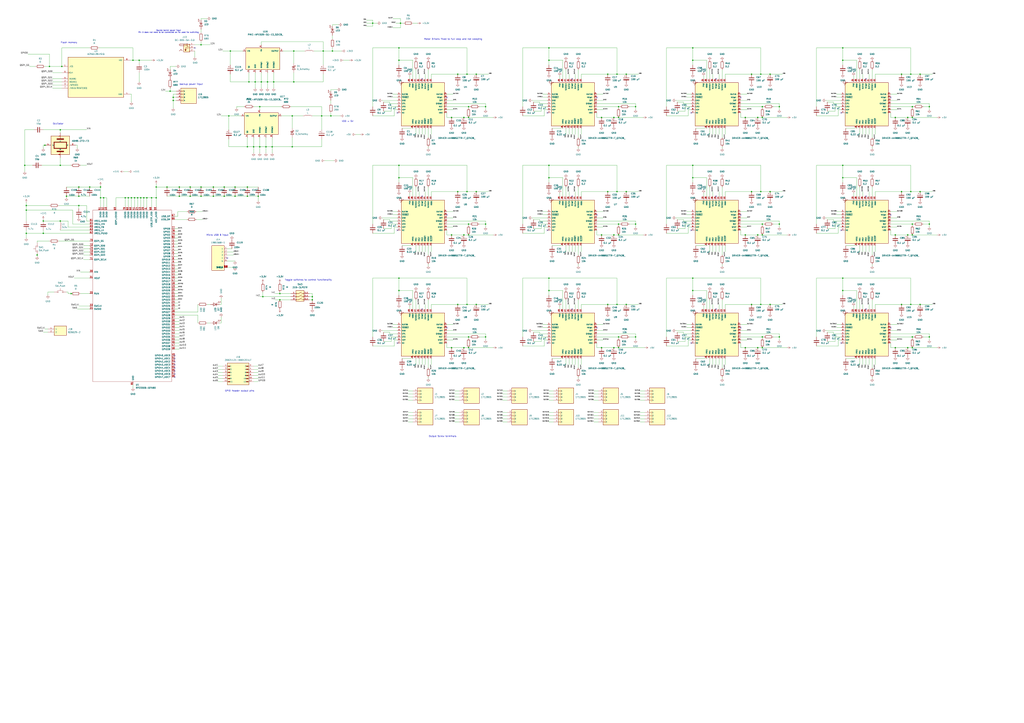
<source format=kicad_sch>
(kicad_sch (version 20250114) (generator "eeschema") (generator_version "9.0")
  (paper "A1")
  (text "Motor Drivers fixed to full step and not sleeping \n" (at 372.618 32.258 0) (effects (font (size 1.27 1.27))))
  (text "backup power input " (at 157.48 69.342 0) (effects (font (size 1.27 1.27))))
  (text "VDD = 5V\n" (at 285.496 99.822 0) (effects (font (size 1.27 1.27))))
  (text "Toggle switches to control functionality\n" (at 253.238 230.124 0) (effects (font (size 1.27 1.27))))
  (text "Output Screw terminals \n" (at 363.982 358.648 0) (effects (font (size 1.27 1.27))))
  (text "Micro USB B input\n" (at 178.562 193.294 0) (effects (font (size 1.27 1.27))))
  (text "Double barrel power input\nPin 3 does not need to be connected as its used for swtiching" (at 138.43 25.908 0) (effects (font (size 1.016 1.016))))
  (text "GPIO Header output pins\n" (at 196.85 321.31 0) (effects (font (size 1.27 1.27))))
  (text "Flash memory\n" (at 56.642 35.052 0) (effects (font (size 1.27 1.27))))
  (text "Occilator\n" (at 47.752 101.854 0) (effects (font (size 1.27 1.27))))
  (junction (at 450.85 49.53))
  (junction (at 128.27 153.67))
  (junction (at 375.92 250.19))
  (junction (at 49.53 135.89))
  (junction (at 107.95 162.56))
  (junction (at 749.3 184.15))
  (junction (at 229.87 241.3))
  (junction (at 113.03 162.56))
  (junction (at 240.03 120.65))
  (junction (at 398.78 276.86))
  (junction (at 508 96.52))
  (junction (at 384.81 184.15))
  (junction (at 568.96 238.76))
  (junction (at 20.32 135.89))
  (junction (at 384.81 96.52))
  (junction (at 626.11 285.75))
  (junction (at 499.11 157.48))
  (junction (at 64.77 153.67))
  (junction (at 740.41 60.96))
  (junction (at 189.23 41.91))
  (junction (at 30.48 209.55))
  (junction (at 381 96.52))
  (junction (at 692.15 228.6))
  (junction (at 139.7 74.93))
  (junction (at 240.03 95.25))
  (junction (at 391.16 60.96))
  (junction (at 370.84 193.04))
  (junction (at 375.92 60.96))
  (junction (at 384.81 87.63))
  (junction (at 450.85 238.76))
  (junction (at 622.3 96.52))
  (junction (at 381 285.75))
  (junction (at 626.11 276.86))
  (junction (at 622.3 285.75))
  (junction (at 514.35 60.96))
  (junction (at 212.09 161.29))
  (junction (at 128.27 162.56))
  (junction (at 568.96 39.37))
  (junction (at 327.66 135.89))
  (junction (at 21.59 172.72))
  (junction (at 617.22 60.96))
  (junction (at 521.97 184.15))
  (junction (at 213.36 87.63))
  (junction (at 626.11 87.63))
  (junction (at 370.84 285.75))
  (junction (at 514.35 157.48))
  (junction (at 624.84 157.48))
  (junction (at 626.11 184.15))
  (junction (at 215.9 243.84))
  (junction (at 749.3 96.52))
  (junction (at 632.46 60.96))
  (junction (at 265.43 41.91))
  (junction (at 82.55 153.67))
  (junction (at 82.55 162.56))
  (junction (at 306.07 19.05))
  (junction (at 64.77 168.91))
  (junction (at 504.19 96.52))
  (junction (at 383.54 250.19))
  (junction (at 624.84 60.96))
  (junction (at 156.21 161.29))
  (junction (at 271.78 95.25))
  (junction (at 384.81 193.04))
  (junction (at 617.22 250.19))
  (junction (at 749.3 285.75))
  (junction (at 494.03 285.75))
  (junction (at 35.56 191.77))
  (junction (at 640.08 184.15))
  (junction (at 735.33 193.04))
  (junction (at 241.3 41.91))
  (junction (at 612.14 193.04))
  (junction (at 749.3 193.04))
  (junction (at 383.54 157.48))
  (junction (at 640.08 87.63))
  (junction (at 327.66 39.37))
  (junction (at 102.87 162.56))
  (junction (at 241.3 67.31))
  (junction (at 748.03 250.19))
  (junction (at 626.11 96.52))
  (junction (at 508 276.86))
  (junction (at 49.53 181.61))
  (junction (at 214.63 67.31))
  (junction (at 398.78 184.15))
  (junction (at 142.24 82.55))
  (junction (at 450.85 146.05))
  (junction (at 398.78 87.63))
  (junction (at 147.32 153.67))
  (junction (at 450.85 228.6))
  (junction (at 450.85 39.37))
  (junction (at 506.73 157.48))
  (junction (at 54.61 161.29))
  (junction (at 142.24 80.01))
  (junction (at 384.81 276.86))
  (junction (at 568.96 49.53))
  (junction (at 521.97 276.86))
  (junction (at 640.08 276.86))
  (junction (at 35.56 181.61))
  (junction (at 755.65 157.48))
  (junction (at 109.22 49.53))
  (junction (at 622.3 193.04))
  (junction (at 568.96 135.89))
  (junction (at 229.87 246.38))
  (junction (at 165.1 36.83))
  (junction (at 213.36 120.65))
  (junction (at 328.93 19.05))
  (junction (at 450.85 135.89))
  (junction (at 209.55 67.31))
  (junction (at 327.66 238.76))
  (junction (at 624.84 250.19))
  (junction (at 508 193.04))
  (junction (at 203.2 161.29))
  (junction (at 256.54 246.38))
  (junction (at 219.71 67.31))
  (junction (at 273.05 41.91))
  (junction (at 165.1 153.67))
  (junction (at 49.53 106.68))
  (junction (at 692.15 39.37))
  (junction (at 218.44 120.65))
  (junction (at 193.04 153.67))
  (junction (at 327.66 146.05))
  (junction (at 105.41 162.56))
  (junction (at 755.65 60.96))
  (junction (at 370.84 96.52))
  (junction (at 735.33 285.75))
  (junction (at 763.27 276.86))
  (junction (at 193.04 161.29))
  (junction (at 50.8 54.61))
  (junction (at 749.3 276.86))
  (junction (at 73.66 153.67))
  (junction (at 506.73 60.96))
  (junction (at 256.54 243.84))
  (junction (at 327.66 49.53))
  (junction (at 568.96 146.05))
  (junction (at 508 184.15))
  (junction (at 175.26 161.29))
  (junction (at 494.03 193.04))
  (junction (at 124.46 162.56))
  (junction (at 755.65 250.19))
  (junction (at 383.54 60.96))
  (junction (at 175.26 153.67))
  (junction (at 521.97 87.63))
  (junction (at 187.96 95.25))
  (junction (at 692.15 49.53))
  (junction (at 514.35 250.19))
  (junction (at 114.3 49.53))
  (junction (at 120.65 162.56))
  (junction (at 40.64 54.61))
  (junction (at 384.81 285.75))
  (junction (at 740.41 250.19))
  (junction (at 504.19 193.04))
  (junction (at 156.21 153.67))
  (junction (at 391.16 157.48))
  (junction (at 118.11 162.56))
  (junction (at 184.15 153.67))
  (junction (at 692.15 135.89))
  (junction (at 21.59 191.77))
  (junction (at 110.49 162.56))
  (junction (at 327.66 228.6))
  (junction (at 115.57 162.56))
  (junction (at 499.11 250.19))
  (junction (at 508 87.63))
  (junction (at 264.16 95.25))
  (junction (at 58.42 241.3))
  (junction (at 165.1 161.29))
  (junction (at 506.73 250.19))
  (junction (at 391.16 250.19))
  (junction (at 375.92 157.48))
  (junction (at 147.32 161.29))
  (junction (at 740.41 157.48))
  (junction (at 748.03 60.96))
  (junction (at 692.15 238.76))
  (junction (at 745.49 285.75))
  (junction (at 745.49 193.04))
  (junction (at 632.46 250.19))
  (junction (at 203.2 153.67))
  (junction (at 381 193.04))
  (junction (at 499.11 60.96))
  (junction (at 748.03 157.48))
  (junction (at 85.09 162.56))
  (junction (at 504.19 285.75))
  (junction (at 626.11 193.04))
  (junction (at 137.16 153.67))
  (junction (at 21.59 168.91))
  (junction (at 745.49 96.52))
  (junction (at 763.27 184.15))
  (junction (at 692.15 146.05))
  (junction (at 735.33 96.52))
  (junction (at 612.14 96.52))
  (junction (at 184.15 161.29))
  (junction (at 36.83 119.38))
  (junction (at 617.22 157.48))
  (junction (at 224.79 67.31))
  (junction (at 208.28 120.65))
  (junction (at 203.2 120.65))
  (junction (at 204.47 67.31))
  (junction (at 494.03 96.52))
  (junction (at 64.77 161.29))
  (junction (at 749.3 87.63))
  (junction (at 612.14 285.75))
  (junction (at 508 285.75))
  (junction (at 763.27 87.63))
  (junction (at 632.46 157.48))
  (junction (at 568.96 228.6))
  (junction (at 223.52 120.65))
  (no_connect (at 449.58 281.94))
  (no_connect (at 731.52 176.53))
  (no_connect (at 346.71 254))
  (no_connect (at 567.69 281.94))
  (no_connect (at 143.51 297.18))
  (no_connect (at 588.01 254))
  (no_connect (at 690.88 189.23))
  (no_connect (at 449.58 189.23))
  (no_connect (at 143.51 302.26))
  (no_connect (at 346.71 161.29))
  (no_connect (at 588.01 64.77))
  (no_connect (at 490.22 269.24))
  (no_connect (at 711.2 161.29))
  (no_connect (at 588.01 161.29))
  (no_connect (at 490.22 176.53))
  (no_connect (at 326.39 281.94))
  (no_connect (at 326.39 92.71))
  (no_connect (at 186.69 212.09))
  (no_connect (at 143.51 294.64))
  (no_connect (at 608.33 269.24))
  (no_connect (at 346.71 64.77))
  (no_connect (at 160.02 39.37))
  (no_connect (at 567.69 92.71))
  (no_connect (at 711.2 254))
  (no_connect (at 469.9 64.77))
  (no_connect (at 143.51 309.88))
  (no_connect (at 326.39 189.23))
  (no_connect (at 690.88 281.94))
  (no_connect (at 143.51 299.72))
  (no_connect (at 690.88 92.71))
  (no_connect (at 143.51 292.1))
  (no_connect (at 731.52 80.01))
  (no_connect (at 367.03 269.24))
  (no_connect (at 608.33 176.53))
  (no_connect (at 469.9 254))
  (no_connect (at 449.58 92.71))
  (no_connect (at 469.9 161.29))
  (no_connect (at 367.03 176.53))
  (no_connect (at 367.03 80.01))
  (no_connect (at 143.51 304.8))
  (no_connect (at 711.2 64.77))
  (no_connect (at 608.33 80.01))
  (no_connect (at 143.51 307.34))
  (no_connect (at 731.52 269.24))
  (no_connect (at 490.22 80.01))
  (no_connect (at 567.69 189.23))
  (wire (pts (xy 565.15 95.25) (xy 565.15 90.17)))
  (wire (pts (xy 30.48 209.55) (xy 30.48 208.28)))
  (wire (pts (xy 716.28 120.65) (xy 716.28 121.92)))
  (wire (pts (xy 265.43 41.91) (xy 265.43 53.34)))
  (wire (pts (xy 110.49 170.18) (xy 110.49 162.56)))
  (wire (pts (xy 214.63 36.83) (xy 214.63 34.29)))
  (wire (pts (xy 367.03 173.99) (xy 372.11 173.99)))
  (wire (pts (xy 189.23 60.96) (xy 189.23 67.31)))
  (wire (pts (xy 231.14 95.25) (xy 240.03 95.25)))
  (wire (pts (xy 106.68 77.47) (xy 107.95 77.47)))
  (wire (pts (xy 436.88 179.07) (xy 449.58 179.07)))
  (wire (pts (xy 212.09 311.15) (xy 208.28 311.15)))
  (wire (pts (xy 490.22 274.32) (xy 521.97 274.32)))
  (wire (pts (xy 450.85 238.76) (xy 462.28 238.76)))
  (wire (pts (xy 429.26 135.89) (xy 429.26 184.15)))
  (wire (pts (xy 521.97 274.32) (xy 521.97 276.86)))
  (wire (pts (xy 521.97 184.15) (xy 521.97 186.69)))
  (wire (pts (xy 608.33 184.15) (xy 626.11 184.15)))
  (wire (pts (xy 212.09 306.07) (xy 208.28 306.07)))
  (wire (pts (xy 367.03 85.09) (xy 398.78 85.09)))
  (wire (pts (xy 186.69 214.63) (xy 193.04 214.63)))
  (wire (pts (xy 506.73 60.96) (xy 514.35 60.96)))
  (wire (pts (xy 718.82 201.93) (xy 718.82 207.01)))
  (wire (pts (xy 731.52 173.99) (xy 736.6 173.99)))
  (wire (pts (xy 745.49 96.52) (xy 749.3 96.52)))
  (wire (pts (xy 341.63 246.38) (xy 341.63 254)))
  (wire (pts (xy 577.85 158.75) (xy 577.85 161.29)))
  (wire (pts (xy 30.48 199.39) (xy 30.48 198.12)))
  (wire (pts (xy 213.36 120.65) (xy 218.44 120.65)))
  (wire (pts (xy 694.69 201.93) (xy 703.58 201.93)))
  (wire (pts (xy 187.96 106.68) (xy 187.96 95.25)))
  (wire (pts (xy 346.71 294.64) (xy 346.71 299.72)))
  (wire (pts (xy 577.85 62.23) (xy 577.85 64.77)))
  (wire (pts (xy 718.82 254) (xy 718.82 250.19)))
  (wire (pts (xy 203.2 153.67) (xy 212.09 153.67)))
  (wire (pts (xy 508 184.15) (xy 509.27 184.15)))
  (wire (pts (xy 565.15 191.77) (xy 565.15 186.69)))
  (wire (pts (xy 370.84 96.52) (xy 381 96.52)))
  (wire (pts (xy 694.69 294.64) (xy 703.58 294.64)))
  (wire (pts (xy 212.09 300.99) (xy 208.28 300.99)))
  (wire (pts (xy 383.54 39.37) (xy 327.66 39.37)))
  (wire (pts (xy 595.63 254) (xy 595.63 250.19)))
  (wire (pts (xy 635 276.86) (xy 640.08 276.86)))
  (wire (pts (xy 264.16 95.25) (xy 264.16 106.68)))
  (wire (pts (xy 265.43 67.31) (xy 265.43 60.96)))
  (wire (pts (xy 240.03 120.65) (xy 264.16 120.65)))
  (wire (pts (xy 179.07 300.99) (xy 182.88 300.99)))
  (wire (pts (xy 81.28 39.37) (xy 109.22 39.37)))
  (wire (pts (xy 142.24 80.01) (xy 142.24 82.55)))
  (wire (pts (xy 367.03 276.86) (xy 384.81 276.86)))
  (wire (pts (xy 143.51 238.76) (xy 146.05 238.76)))
  (wire (pts (xy 354.33 105.41) (xy 354.33 110.49)))
  (wire (pts (xy 692.15 135.89) (xy 670.56 135.89)))
  (wire (pts (xy 208.28 87.63) (xy 213.36 87.63)))
  (wire (pts (xy 731.52 87.63) (xy 749.3 87.63)))
  (wire (pts (xy 590.55 105.41) (xy 590.55 110.49)))
  (wire (pts (xy 494.03 96.52) (xy 504.19 96.52)))
  (wire (pts (xy 142.24 80.01) (xy 144.78 80.01)))
  (wire (pts (xy 462.28 254) (xy 462.28 238.76)))
  (wire (pts (xy 688.34 90.17) (xy 690.88 90.17)))
  (wire (pts (xy 147.32 161.29) (xy 156.21 161.29)))
  (wire (pts (xy 561.34 274.32) (xy 561.34 273.05)))
  (wire (pts (xy 504.19 96.52) (xy 508 96.52)))
  (wire (pts (xy 393.7 276.86) (xy 398.78 276.86)))
  (wire (pts (xy 443.23 83.82) (xy 438.15 83.82)))
  (wire (pts (xy 219.71 67.31) (xy 224.79 67.31)))
  (wire (pts (xy 349.25 250.19) (xy 349.25 254)))
  (wire (pts (xy 474.98 309.88) (xy 474.98 311.15)))
  (wire (pts (xy 143.51 200.66) (xy 146.05 200.66)))
  (wire (pts (xy 608.33 96.52) (xy 612.14 96.52)))
  (wire (pts (xy 450.85 339.09) (xy 454.66 339.09)))
  (wire (pts (xy 137.16 153.67) (xy 147.32 153.67)))
  (wire (pts (xy 516.89 276.86) (xy 521.97 276.86)))
  (wire (pts (xy 585.47 294.64) (xy 585.47 299.72)))
  (wire (pts (xy 43.18 72.39) (xy 50.8 72.39)))
  (wire (pts (xy 35.56 191.77) (xy 21.59 191.77)))
  (wire (pts (xy 115.57 162.56) (xy 113.03 162.56)))
  (wire (pts (xy 593.09 246.38) (xy 593.09 254)))
  (wire (pts (xy 692.15 228.6) (xy 670.56 228.6)))
  (wire (pts (xy 181.61 245.11) (xy 181.61 250.19)))
  (wire (pts (xy 626.11 193.04) (xy 646.43 193.04)))
  (wire (pts (xy 139.7 74.93) (xy 144.78 74.93)))
  (wire (pts (xy 508 193.04) (xy 528.32 193.04)))
  (wire (pts (xy 24.13 54.61) (xy 29.21 54.61)))
  (wire (pts (xy 459.74 251.46) (xy 459.74 254)))
  (wire (pts (xy 640.08 274.32) (xy 640.08 276.86)))
  (wire (pts (xy 692.15 238.76) (xy 703.58 238.76)))
  (wire (pts (xy 143.51 213.36) (xy 146.05 213.36)))
  (wire (pts (xy 474.98 294.64) (xy 474.98 302.26)))
  (wire (pts (xy 327.66 238.76) (xy 327.66 242.57)))
  (wire (pts (xy 624.84 157.48) (xy 624.84 135.89)))
  (wire (pts (xy 763.27 87.63) (xy 763.27 90.17)))
  (wire (pts (xy 143.51 177.8) (xy 146.05 177.8)))
  (wire (pts (xy 22.86 44.45) (xy 40.64 44.45)))
  (wire (pts (xy 438.15 187.96) (xy 444.5 187.96)))
  (wire (pts (xy 490.22 184.15) (xy 508 184.15)))
  (wire (pts (xy 115.57 170.18) (xy 115.57 162.56)))
  (wire (pts (xy 748.03 60.96) (xy 748.03 39.37)))
  (wire (pts (xy 713.74 157.48) (xy 713.74 161.29)))
  (wire (pts (xy 323.85 279.4) (xy 326.39 279.4)))
  (wire (pts (xy 450.85 49.53) (xy 462.28 49.53)))
  (wire (pts (xy 608.33 279.4) (xy 613.41 279.4)))
  (wire (pts (xy 327.66 49.53) (xy 327.66 53.34)))
  (wire (pts (xy 383.54 228.6) (xy 327.66 228.6)))
  (wire (pts (xy 106.68 49.53) (xy 109.22 49.53)))
  (wire (pts (xy 300.99 16.51) (xy 306.07 16.51)))
  (wire (pts (xy 354.33 201.93) (xy 354.33 207.01)))
  (wire (pts (xy 444.5 187.96) (xy 444.5 184.15)))
  (wire (pts (xy 322.58 269.24) (xy 326.39 269.24)))
  (wire (pts (xy 300.99 19.05) (xy 306.07 19.05)))
  (wire (pts (xy 447.04 90.17) (xy 449.58 90.17)))
  (wire (pts (xy 398.78 274.32) (xy 398.78 276.86)))
  (wire (pts (xy 351.79 201.93) (xy 351.79 209.55)))
  (wire (pts (xy 585.47 157.48) (xy 585.47 161.29)))
  (wire (pts (xy 323.85 95.25) (xy 323.85 90.17)))
  (wire (pts (xy 66.04 241.3) (xy 73.66 241.3)))
  (wire (pts (xy 384.81 87.63) (xy 386.08 87.63)))
  (wire (pts (xy 143.51 218.44) (xy 146.05 218.44)))
  (wire (pts (xy 219.71 67.31) (xy 219.71 72.39)))
  (wire (pts (xy 748.03 250.19) (xy 755.65 250.19)))
  (wire (pts (xy 327.66 238.76) (xy 339.09 238.76)))
  (wire (pts (xy 349.25 105.41) (xy 349.25 110.49)))
  (wire (pts (xy 146.05 254) (xy 143.51 254)))
  (wire (pts (xy 87.63 162.56) (xy 85.09 162.56)))
  (wire (pts (xy 384.81 87.63) (xy 384.81 88.9)))
  (wire (pts (xy 748.03 39.37) (xy 692.15 39.37)))
  (wire (pts (xy 54.61 240.03) (xy 55.88 240.03)))
  (wire (pts (xy 608.33 77.47) (xy 613.41 77.47)))
  (wire (pts (xy 731.52 189.23) (xy 731.52 193.04)))
  (wire (pts (xy 63.5 254) (xy 73.66 254)))
  (wire (pts (xy 36.83 119.38) (xy 38.1 119.38)))
  (wire (pts (xy 706.12 105.41) (xy 706.12 110.49)))
  (wire (pts (xy 670.56 135.89) (xy 670.56 184.15)))
  (wire (pts (xy 146.05 251.46) (xy 143.51 251.46)))
  (wire (pts (xy 172.72 265.43) (xy 170.18 265.43)))
  (wire (pts (xy 114.3 49.53) (xy 124.46 49.53)))
  (wire (pts (xy 472.44 294.64) (xy 472.44 299.72)))
  (wire (pts (xy 66.04 135.89) (xy 71.12 135.89)))
  (wire (pts (xy 341.63 153.67) (xy 341.63 161.29)))
  (wire (pts (xy 109.22 318.77) (xy 109.22 316.23)))
  (wire (pts (xy 731.52 271.78) (xy 736.6 271.78)))
  (wire (pts (xy 39.37 240.03) (xy 39.37 242.57)))
  (wire (pts (xy 617.22 157.48) (xy 624.84 157.48)))
  (wire (pts (xy 474.98 105.41) (xy 474.98 113.03)))
  (wire (pts (xy 39.37 240.03) (xy 44.45 240.03)))
  (wire (pts (xy 55.88 240.03) (xy 55.88 241.3)))
  (wire (pts (xy 490.22 193.04) (xy 494.03 193.04)))
  (wire (pts (xy 472.44 105.41) (xy 472.44 110.49)))
  (wire (pts (xy 490.22 173.99) (xy 495.3 173.99)))
  (wire (pts (xy 383.54 135.89) (xy 327.66 135.89)))
  (wire (pts (xy 582.93 246.38) (xy 582.93 254)))
  (wire (pts (xy 323.85 186.69) (xy 326.39 186.69)))
  (wire (pts (xy 50.8 39.37) (xy 73.66 39.37)))
  (wire (pts (xy 477.52 64.77) (xy 477.52 60.96)))
  (wire (pts (xy 326.39 181.61) (xy 320.04 181.61)))
  (wire (pts (xy 711.2 105.41) (xy 711.2 110.49)))
  (wire (pts (xy 626.11 87.63) (xy 626.11 88.9)))
  (wire (pts (xy 321.31 91.44) (xy 321.31 87.63)))
  (wire (pts (xy 745.49 193.04) (xy 749.3 193.04)))
  (wire (pts (xy 186.69 207.01) (xy 191.77 207.01)))
  (wire (pts (xy 114.3 49.53) (xy 114.3 52.07)))
  (wire (pts (xy 128.27 153.67) (xy 137.16 153.67)))
  (wire (pts (xy 40.64 54.61) (xy 40.64 44.45)))
  (wire (pts (xy 731.52 92.71) (xy 731.52 96.52)))
  (wire (pts (xy 593.09 105.41) (xy 593.09 113.03)))
  (wire (pts (xy 490.22 189.23) (xy 490.22 193.04)))
  (wire (pts (xy 692.15 39.37) (xy 670.56 39.37)))
  (wire (pts (xy 688.34 191.77) (xy 688.34 186.69)))
  (wire (pts (xy 49.53 135.89) (xy 58.42 135.89)))
  (wire (pts (xy 447.04 95.25) (xy 447.04 90.17)))
  (wire (pts (xy 670.56 191.77) (xy 688.34 191.77)))
  (wire (pts (xy 182.88 41.91) (xy 189.23 41.91)))
  (wire (pts (xy 467.36 201.93) (xy 467.36 207.01)))
  (wire (pts (xy 443.23 274.32) (xy 443.23 273.05)))
  (wire (pts (xy 477.52 161.29) (xy 477.52 157.48)))
  (wire (pts (xy 344.17 157.48) (xy 344.17 161.29)))
  (wire (pts (xy 265.43 41.91) (xy 273.05 41.91)))
  (wire (pts (xy 640.08 184.15) (xy 640.08 186.69)))
  (wire (pts (xy 204.47 59.69) (xy 204.47 67.31)))
  (wire (pts (xy 504.19 193.04) (xy 508 193.04)))
  (wire (pts (xy 467.36 157.48) (xy 467.36 161.29)))
  (wire (pts (xy 450.85 344.17) (xy 454.66 344.17)))
  (wire (pts (xy 608.33 189.23) (xy 608.33 193.04)))
  (wire (pts (xy 506.73 228.6) (xy 450.85 228.6)))
  (wire (pts (xy 367.03 186.69) (xy 372.11 186.69)))
  (wire (pts (xy 608.33 285.75) (xy 612.14 285.75)))
  (wire (pts (xy 367.03 271.78) (xy 372.11 271.78)))
  (wire (pts (xy 477.52 254) (xy 477.52 250.19)))
  (wire (pts (xy 593.09 153.67) (xy 593.09 161.29)))
  (wire (pts (xy 181.61 95.25) (xy 187.96 95.25)))
  (wire (pts (xy 162.56 256.54) (xy 143.51 256.54)))
  (wire (pts (xy 344.17 60.96) (xy 344.17 64.77)))
  (wire (pts (xy 490.22 285.75) (xy 494.03 285.75)))
  (wire (pts (xy 447.04 279.4) (xy 449.58 279.4)))
  (wire (pts (xy 241.3 41.91) (xy 241.3 52.07)))
  (wire (pts (xy 271.78 82.55) (xy 271.78 85.09)))
  (wire (pts (xy 306.07 135.89) (xy 306.07 184.15)))
  (wire (pts (xy 232.41 41.91) (xy 241.3 41.91)))
  (wire (pts (xy 306.07 19.05) (xy 309.88 19.05)))
  (wire (pts (xy 453.39 105.41) (xy 462.28 105.41)))
  (wire (pts (xy 632.46 157.48) (xy 642.62 157.48)))
  (wire (pts (xy 143.51 259.08) (xy 162.56 259.08)))
  (wire (pts (xy 490.22 271.78) (xy 495.3 271.78)))
  (wire (pts (xy 474.98 57.15) (xy 474.98 64.77)))
  (wire (pts (xy 73.66 191.77) (xy 35.56 191.77)))
  (wire (pts (xy 143.51 190.5) (xy 146.05 190.5)))
  (wire (pts (xy 678.18 179.07) (xy 690.88 179.07)))
  (wire (pts (xy 412.75 341.63) (xy 416.56 341.63)))
  (wire (pts (xy 687.07 269.24) (xy 690.88 269.24)))
  (wire (pts (xy 595.63 105.41) (xy 595.63 110.49)))
  (wire (pts (xy 212.09 308.61) (xy 208.28 308.61)))
  (wire (pts (xy 224.79 67.31) (xy 224.79 59.69)))
  (wire (pts (xy 383.54 60.96) (xy 391.16 60.96)))
  (wire (pts (xy 391.16 157.48) (xy 401.32 157.48)))
  (wire (pts (xy 109.22 49.53) (xy 114.3 49.53)))
  (wire (pts (xy 143.51 223.52) (xy 146.05 223.52)))
  (wire (pts (xy 758.19 184.15) (xy 763.27 184.15)))
  (wire (pts (xy 692.15 49.53) (xy 703.58 49.53)))
  (wire (pts (xy 749.3 193.04) (xy 769.62 193.04)))
  (wire (pts (xy 187.96 120.65) (xy 203.2 120.65)))
  (wire (pts (xy 556.26 91.44) (xy 562.61 91.44)))
  (wire (pts (xy 179.07 306.07) (xy 182.88 306.07)))
  (wire (pts (xy 692.15 146.05) (xy 692.15 149.86)))
  (wire (pts (xy 95.25 162.56) (xy 102.87 162.56)))
  (wire (pts (xy 626.11 276.86) (xy 627.38 276.86)))
  (wire (pts (xy 608.33 173.99) (xy 613.41 173.99)))
  (wire (pts (xy 189.23 53.34) (xy 189.23 41.91)))
  (wire (pts (xy 506.73 39.37) (xy 450.85 39.37)))
  (wire (pts (xy 731.52 179.07) (xy 736.6 179.07)))
  (wire (pts (xy 580.39 64.77) (xy 580.39 49.53)))
  (wire (pts (xy 21.59 189.23) (xy 21.59 191.77)))
  (wire (pts (xy 313.69 179.07) (xy 326.39 179.07)))
  (wire (pts (xy 731.52 96.52) (xy 735.33 96.52)))
  (wire (pts (xy 209.55 67.31) (xy 214.63 67.31)))
  (wire (pts (xy 624.84 250.19) (xy 632.46 250.19)))
  (wire (pts (xy 43.18 59.69) (xy 50.8 59.69)))
  (wire (pts (xy 55.88 186.69) (xy 73.66 186.69)))
  (wire (pts (xy 758.19 87.63) (xy 763.27 87.63)))
  (wire (pts (xy 161.29 180.34) (xy 166.37 180.34)))
  (wire (pts (xy 608.33 179.07) (xy 613.41 179.07)))
  (wire (pts (xy 193.04 153.67) (xy 203.2 153.67)))
  (wire (pts (xy 165.1 161.29) (xy 175.26 161.29)))
  (wire (pts (xy 398.78 276.86) (xy 398.78 279.4)))
  (wire (pts (xy 608.33 271.78) (xy 613.41 271.78)))
  (wire (pts (xy 60.96 228.6) (xy 73.66 228.6)))
  (wire (pts (xy 128.27 151.13) (xy 128.27 153.67)))
  (wire (pts (xy 716.28 217.17) (xy 716.28 218.44)))
  (wire (pts (xy 429.26 95.25) (xy 447.04 95.25)))
  (wire (pts (xy 608.33 87.63) (xy 626.11 87.63)))
  (wire (pts (xy 330.2 201.93) (xy 339.09 201.93)))
  (wire (pts (xy 684.53 273.05) (xy 679.45 273.05)))
  (wire (pts (xy 339.09 254) (xy 339.09 238.76)))
  (wire (pts (xy 516.89 87.63) (xy 521.97 87.63)))
  (wire (pts (xy 438.15 91.44) (xy 444.5 91.44)))
  (wire (pts (xy 325.12 19.05) (xy 328.93 19.05)))
  (wire (pts (xy 585.47 250.19) (xy 585.47 254)))
  (wire (pts (xy 685.8 187.96) (xy 685.8 184.15)))
  (wire (pts (xy 367.03 90.17) (xy 372.11 90.17)))
  (wire (pts (xy 464.82 246.38) (xy 464.82 254)))
  (wire (pts (xy 608.33 193.04) (xy 612.14 193.04)))
  (wire (pts (xy 143.51 231.14) (xy 146.05 231.14)))
  (wire (pts (xy 640.08 87.63) (xy 640.08 90.17)))
  (wire (pts (xy 30.48 198.12) (xy 40.64 198.12)))
  (wire (pts (xy 716.28 153.67) (xy 716.28 161.29)))
  (wire (pts (xy 349.25 157.48) (xy 349.25 161.29)))
  (wire (pts (xy 716.28 294.64) (xy 716.28 302.26)))
  (wire (pts (xy 49.53 181.61) (xy 55.88 181.61)))
  (wire (pts (xy 143.51 271.78) (xy 147.32 271.78)))
  (wire (pts (xy 367.03 274.32) (xy 398.78 274.32)))
  (wire (pts (xy 35.56 121.92) (xy 35.56 119.38)))
  (wire (pts (xy 563.88 173.99) (xy 567.69 173.99)))
  (wire (pts (xy 320.04 83.82) (xy 314.96 83.82)))
  (wire (pts (xy 306.07 284.48) (xy 323.85 284.48)))
  (wire (pts (xy 506.73 60.96) (xy 506.73 39.37)))
  (wire (pts (xy 327.66 146.05) (xy 339.09 146.05)))
  (wire (pts (xy 320.04 85.09) (xy 320.04 83.82)))
  (wire (pts (xy 20.32 106.68) (xy 20.32 135.89)))
  (wire (pts (xy 749.3 87.63) (xy 750.57 87.63)))
  (wire (pts (xy 748.03 228.6) (xy 692.15 228.6)))
  (wire (pts (xy 731.52 285.75) (xy 735.33 285.75)))
  (wire (pts (xy 34.29 135.89) (xy 49.53 135.89)))
  (wire (pts (xy 640.08 276.86) (xy 640.08 279.4)))
  (wire (pts (xy 449.58 181.61) (xy 443.23 181.61)))
  (wire (pts (xy 706.12 294.64) (xy 706.12 299.72)))
  (wire (pts (xy 469.9 105.41) (xy 469.9 110.49)))
  (wire (pts (xy 565.15 279.4) (xy 567.69 279.4)))
  (wire (pts (xy 565.15 284.48) (xy 565.15 279.4)))
  (wire (pts (xy 40.64 54.61) (xy 50.8 54.61)))
  (wire (pts (xy 567.69 181.61) (xy 561.34 181.61)))
  (wire (pts (xy 731.52 281.94) (xy 731.52 285.75)))
  (wire (pts (xy 464.82 201.93) (xy 464.82 207.01)))
  (wire (pts (xy 214.63 59.69) (xy 214.63 67.31)))
  (wire (pts (xy 62.23 119.38) (xy 63.5 119.38)))
  (wire (pts (xy 525.78 323.85) (xy 529.59 323.85)))
  (wire (pts (xy 514.35 60.96) (xy 524.51 60.96)))
  (wire (pts (xy 383.54 250.19) (xy 383.54 228.6)))
  (wire (pts (xy 375.92 250.19) (xy 383.54 250.19)))
  (wire (pts (xy 593.09 294.64) (xy 593.09 302.26)))
  (wire (pts (xy 444.5 184.15) (xy 449.58 184.15)))
  (wire (pts (xy 748.03 157.48) (xy 748.03 135.89)))
  (wire (pts (xy 580.39 161.29) (xy 580.39 146.05)))
  (wire (pts (xy 580.39 254) (xy 580.39 238.76)))
  (wire (pts (xy 582.93 57.15) (xy 582.93 64.77)))
  (wire (pts (xy 688.34 186.69) (xy 690.88 186.69)))
  (wire (pts (xy 706.12 246.38) (xy 706.12 254)))
  (wire (pts (xy 336.55 251.46) (xy 336.55 254)))
  (wire (pts (xy 381 285.75) (xy 384.81 285.75)))
  (wire (pts (xy 384.81 276.86) (xy 386.08 276.86)))
  (wire (pts (xy 179.07 308.61) (xy 182.88 308.61)))
  (wire (pts (xy 556.26 187.96) (xy 562.61 187.96)))
  (wire (pts (xy 327.66 135.89) (xy 306.07 135.89)))
  (wire (pts (xy 608.33 276.86) (xy 626.11 276.86)))
  (wire (pts (xy 68.58 209.55) (xy 73.66 209.55)))
  (wire (pts (xy 335.28 344.17) (xy 339.09 344.17)))
  (wire (pts (xy 748.03 60.96) (xy 755.65 60.96)))
  (wire (pts (xy 351.79 153.67) (xy 351.79 161.29)))
  (wire (pts (xy 189.23 41.91) (xy 199.39 41.91)))
  (wire (pts (xy 487.68 326.39) (xy 491.49 326.39)))
  (wire (pts (xy 160.02 36.83) (xy 165.1 36.83)))
  (wire (pts (xy 450.85 146.05) (xy 462.28 146.05)))
  (wire (pts (xy 367.03 96.52) (xy 370.84 96.52)))
  (wire (pts (xy 321.31 276.86) (xy 326.39 276.86)))
  (wire (pts (xy 107.95 77.47) (xy 107.95 83.82)))
  (wire (pts (xy 238.76 241.3) (xy 229.87 241.3)))
  (wire (pts (xy 472.44 201.93) (xy 472.44 207.01)))
  (wire (pts (xy 708.66 60.96) (xy 708.66 64.77)))
  (wire (pts (xy 412.75 326.39) (xy 416.56 326.39)))
  (wire (pts (xy 763.27 274.32) (xy 763.27 276.86)))
  (wire (pts (xy 679.45 91.44) (xy 685.8 91.44)))
  (wire (pts (xy 64.77 161.29) (xy 73.66 161.29)))
  (wire (pts (xy 335.28 339.09) (xy 339.09 339.09)))
  (wire (pts (xy 563.88 176.53) (xy 567.69 176.53)))
  (wire (pts (xy 565.15 90.17) (xy 567.69 90.17)))
  (wire (pts (xy 95.25 170.18) (xy 95.25 162.56)))
  (wire (pts (xy 383.54 60.96) (xy 383.54 39.37)))
  (wire (pts (xy 373.38 323.85) (xy 377.19 323.85)))
  (wire (pts (xy 241.3 41.91) (xy 250.19 41.91)))
  (wire (pts (xy 328.93 22.86) (xy 328.93 19.05)))
  (wire (pts (xy 35.56 189.23) (xy 35.56 191.77)))
  (wire (pts (xy 508 87.63) (xy 509.27 87.63)))
  (wire (pts (xy 561.34 181.61) (xy 561.34 180.34)))
  (wire (pts (xy 71.12 181.61) (xy 71.12 168.91)))
  (wire (pts (xy 82.55 162.56) (xy 85.09 162.56)))
  (wire (pts (xy 467.36 105.41) (xy 467.36 110.49)))
  (wire (pts (xy 367.03 285.75) (xy 370.84 285.75)))
  (wire (pts (xy 373.38 339.09) (xy 377.19 339.09)))
  (wire (pts (xy 474.98 153.67) (xy 474.98 161.29)))
  (wire (pts (xy 763.27 85.09) (xy 763.27 87.63)))
  (wire (pts (xy 143.51 220.98) (xy 146.05 220.98)))
  (wire (pts (xy 21.59 172.72) (xy 59.69 172.72)))
  (wire (pts (xy 143.51 203.2) (xy 146.05 203.2)))
  (wire (pts (xy 590.55 250.19) (xy 590.55 254)))
  (wire (pts (xy 692.15 49.53) (xy 692.15 53.34)))
  (wire (pts (xy 568.96 238.76) (xy 568.96 242.57)))
  (wire (pts (xy 731.52 184.15) (xy 749.3 184.15)))
  (wire (pts (xy 490.22 276.86) (xy 508 276.86)))
  (wire (pts (xy 561.34 273.05) (xy 556.26 273.05)))
  (wire (pts (xy 156.21 161.29) (xy 165.1 161.29)))
  (wire (pts (xy 335.28 321.31) (xy 339.09 321.31)))
  (wire (pts (xy 577.85 251.46) (xy 577.85 254)))
  (wire (pts (xy 731.52 266.7) (xy 736.6 266.7)))
  (wire (pts (xy 590.55 201.93) (xy 590.55 207.01)))
  (wire (pts (xy 450.85 328.93) (xy 454.66 328.93)))
  (wire (pts (xy 313.69 82.55) (xy 326.39 82.55)))
  (wire (pts (xy 240.03 95.25) (xy 240.03 105.41)))
  (wire (pts (xy 398.78 181.61) (xy 398.78 184.15)))
  (wire (pts (xy 562.61 276.86) (xy 567.69 276.86)))
  (wire (pts (xy 273.05 29.21) (xy 273.05 31.75)))
  (wire (pts (xy 241.3 67.31) (xy 265.43 67.31)))
  (wire (pts (xy 506.73 250.19) (xy 514.35 250.19)))
  (wire (pts (xy 194.31 88.9) (xy 194.31 87.63)))
  (wire (pts (xy 143.51 198.12) (xy 146.05 198.12)))
  (wire (pts (xy 276.86 73.66) (xy 271.78 73.66)))
  (wire (pts (xy 617.22 250.19) (xy 624.84 250.19)))
  (wire (pts (xy 367.03 281.94) (xy 367.03 285.75)))
  (wire (pts (xy 624.84 250.19) (xy 624.84 228.6)))
  (wire (pts (xy 109.22 39.37) (xy 109.22 49.53)))
  (wire (pts (xy 763.27 276.86) (xy 763.27 279.4)))
  (wire (pts (xy 144.78 77.47) (xy 142.24 77.47)))
  (wire (pts (xy 735.33 193.04) (xy 745.49 193.04)))
  (wire (pts (xy 367.03 266.7) (xy 372.11 266.7)))
  (wire (pts (xy 393.7 87.63) (xy 398.78 87.63)))
  (wire (pts (xy 568.96 49.53) (xy 580.39 49.53)))
  (wire (pts (xy 341.63 201.93) (xy 341.63 207.01)))
  (wire (pts (xy 328.93 19.05) (xy 328.93 15.24)))
  (wire (pts (xy 436.88 82.55) (xy 449.58 82.55)))
  (wire (pts (xy 494.03 193.04) (xy 504.19 193.04)))
  (wire (pts (xy 398.78 184.15) (xy 398.78 186.69)))
  (wire (pts (xy 254 241.3) (xy 256.54 241.3)))
  (wire (pts (xy 186.69 219.71) (xy 193.04 219.71)))
  (wire (pts (xy 590.55 157.48) (xy 590.55 161.29)))
  (wire (pts (xy 203.2 161.29) (xy 212.09 161.29)))
  (wire (pts (xy 49.53 189.23) (xy 73.66 189.23)))
  (wire (pts (xy 692.15 135.89) (xy 692.15 146.05)))
  (wire (pts (xy 487.68 346.71) (xy 491.49 346.71)))
  (wire (pts (xy 143.51 193.04) (xy 146.05 193.04)))
  (wire (pts (xy 349.25 60.96) (xy 349.25 64.77)))
  (wire (pts (xy 740.41 250.19) (xy 748.03 250.19)))
  (wire (pts (xy 608.33 186.69) (xy 613.41 186.69)))
  (wire (pts (xy 209.55 59.69) (xy 209.55 67.31)))
  (wire (pts (xy 499.11 157.48) (xy 506.73 157.48)))
  (wire (pts (xy 146.05 187.96) (xy 143.51 187.96)))
  (wire (pts (xy 490.22 85.09) (xy 521.97 85.09)))
  (wire (pts (xy 143.51 279.4) (xy 147.32 279.4)))
  (wire (pts (xy 165.1 36.83) (xy 172.72 36.83)))
  (wire (pts (xy 445.77 266.7) (xy 449.58 266.7)))
  (wire (pts (xy 474.98 246.38) (xy 474.98 254)))
  (wire (pts (xy 445.77 269.24) (xy 449.58 269.24)))
  (wire (pts (xy 370.84 193.04) (xy 381 193.04)))
  (wire (pts (xy 224.79 67.31) (xy 241.3 67.31)))
  (wire (pts (xy 521.97 276.86) (xy 521.97 279.4)))
  (wire (pts (xy 508 87.63) (xy 508 88.9)))
  (wire (pts (xy 35.56 119.38) (xy 36.83 119.38)))
  (wire (pts (xy 321.31 184.15) (xy 326.39 184.15)))
  (wire (pts (xy 367.03 279.4) (xy 372.11 279.4)))
  (wire (pts (xy 749.3 87.63) (xy 749.3 88.9)))
  (wire (pts (xy 139.7 54.61) (xy 139.7 57.15)))
  (wire (pts (xy 687.07 176.53) (xy 690.88 176.53)))
  (wire (pts (xy 735.33 285.75) (xy 745.49 285.75)))
  (wire (pts (xy 626.11 87.63) (xy 627.38 87.63)))
  (wire (pts (xy 490.22 281.94) (xy 490.22 285.75)))
  (wire (pts (xy 748.03 250.19) (xy 748.03 228.6)))
  (wire (pts (xy 521.97 87.63) (xy 521.97 90.17)))
  (wire (pts (xy 749.3 276.86) (xy 750.57 276.86)))
  (wire (pts (xy 731.52 193.04) (xy 735.33 193.04)))
  (wire (pts (xy 708.66 250.19) (xy 708.66 254)))
  (wire (pts (xy 622.3 285.75) (xy 626.11 285.75)))
  (wire (pts (xy 701.04 158.75) (xy 701.04 161.29)))
  (wire (pts (xy 444.5 91.44) (xy 444.5 87.63)))
  (wire (pts (xy 300.99 21.59) (xy 306.07 21.59)))
  (wire (pts (xy 184.15 153.67) (xy 193.04 153.67)))
  (wire (pts (xy 690.88 85.09) (xy 684.53 85.09)))
  (wire (pts (xy 128.27 170.18) (xy 128.27 162.56)))
  (wire (pts (xy 48.26 198.12) (xy 73.66 198.12)))
  (wire (pts (xy 328.93 19.05) (xy 331.47 19.05)))
  (wire (pts (xy 635 87.63) (xy 640.08 87.63)))
  (wire (pts (xy 322.58 176.53) (xy 326.39 176.53)))
  (wire (pts (xy 684.53 83.82) (xy 679.45 83.82)))
  (wire (pts (xy 54.61 153.67) (xy 64.77 153.67)))
  (wire (pts (xy 224.79 67.31) (xy 224.79 72.39)))
  (wire (pts (xy 731.52 276.86) (xy 749.3 276.86)))
  (wire (pts (xy 684.53 274.32) (xy 684.53 273.05)))
  (wire (pts (xy 477.52 105.41) (xy 477.52 110.49)))
  (wire (pts (xy 506.73 157.48) (xy 506.73 135.89)))
  (wire (pts (xy 731.52 186.69) (xy 736.6 186.69)))
  (wire (pts (xy 370.84 285.75) (xy 381 285.75)))
  (wire (pts (xy 73.66 153.67) (xy 82.55 153.67)))
  (wire (pts (xy 381 96.52) (xy 384.81 96.52)))
  (wire (pts (xy 521.97 181.61) (xy 521.97 184.15)))
  (wire (pts (xy 450.85 135.89) (xy 429.26 135.89)))
  (wire (pts (xy 213.36 113.03) (xy 213.36 120.65)))
  (wire (pts (xy 21.59 172.72) (xy 21.59 181.61)))
  (wire (pts (xy 342.9 19.05) (xy 339.09 19.05)))
  (wire (pts (xy 450.85 39.37) (xy 429.26 39.37)))
  (wire (pts (xy 624.84 135.89) (xy 568.96 135.89)))
  (wire (pts (xy 213.36 243.84) (xy 215.9 243.84)))
  (wire (pts (xy 208.28 113.03) (xy 208.28 120.65)))
  (wire (pts (xy 58.42 241.3) (xy 59.69 241.3)))
  (wire (pts (xy 595.63 157.48) (xy 617.22 157.48)))
  (wire (pts (xy 684.53 85.09) (xy 684.53 83.82)))
  (wire (pts (xy 384.81 184.15) (xy 384.81 185.42)))
  (wire (pts (xy 703.58 64.77) (xy 703.58 49.53)))
  (wire (pts (xy 306.07 19.05) (xy 306.07 21.59)))
  (wire (pts (xy 143.51 246.38) (xy 146.05 246.38)))
  (wire (pts (xy 718.82 294.64) (xy 718.82 299.72)))
  (wire (pts (xy 748.03 157.48) (xy 755.65 157.48)))
  (wire (pts (xy 113.03 162.56) (xy 110.49 162.56)))
  (wire (pts (xy 367.03 82.55) (xy 372.11 82.55)))
  (wire (pts (xy 336.55 158.75) (xy 336.55 161.29)))
  (wire (pts (xy 142.24 82.55) (xy 142.24 88.9)))
  (wire (pts (xy 713.74 201.93) (xy 713.74 207.01)))
  (wire (pts (xy 445.77 77.47) (xy 449.58 77.47)))
  (wire (pts (xy 35.56 180.34) (xy 35.56 181.61)))
  (wire (pts (xy 547.37 284.48) (xy 565.15 284.48)))
  (wire (pts (xy 66.04 223.52) (xy 73.66 223.52)))
  (wire (pts (xy 568.96 39.37) (xy 547.37 39.37)))
  (wire (pts (xy 622.3 193.04) (xy 626.11 193.04)))
  (wire (pts (xy 554.99 271.78) (xy 567.69 271.78)))
  (wire (pts (xy 264.16 120.65) (xy 264.16 114.3)))
  (wire (pts (xy 731.52 274.32) (xy 763.27 274.32)))
  (wire (pts (xy 692.15 238.76) (xy 692.15 242.57)))
  (wire (pts (xy 692.15 39.37) (xy 692.15 49.53)))
  (wire (pts (xy 708.66 157.48) (xy 708.66 161.29)))
  (wire (pts (xy 464.82 153.67) (xy 464.82 161.29)))
  (wire (pts (xy 265.43 34.29) (xy 265.43 41.91)))
  (wire (pts (xy 562.61 280.67) (xy 562.61 276.86)))
  (wire (pts (xy 593.09 309.88) (xy 593.09 311.15)))
  (wire (pts (xy 50.8 39.37) (xy 50.8 54.61)))
  (wire (pts (xy 43.18 64.77) (xy 50.8 64.77)))
  (wire (pts (xy 241.3 67.31) (xy 241.3 59.69)))
  (wire (pts (xy 373.38 344.17) (xy 377.19 344.17)))
  (wire (pts (xy 114.3 59.69) (xy 114.3 67.31)))
  (wire (pts (xy 186.69 209.55) (xy 191.77 209.55)))
  (wire (pts (xy 684.53 180.34) (xy 679.45 180.34)))
  (wire (pts (xy 490.22 279.4) (xy 495.3 279.4)))
  (wire (pts (xy 49.53 106.68) (xy 49.53 109.22)))
  (wire (pts (xy 706.12 57.15) (xy 706.12 64.77)))
  (wire (pts (xy 351.79 294.64) (xy 351.79 302.26)))
  (wire (pts (xy 508 276.86) (xy 508 278.13)))
  (wire (pts (xy 327.66 135.89) (xy 327.66 146.05)))
  (wire (pts (xy 179.07 313.69) (xy 182.88 313.69)))
  (wire (pts (xy 393.7 184.15) (xy 398.78 184.15)))
  (wire (pts (xy 142.24 82.55) (xy 144.78 82.55)))
  (wire (pts (xy 142.24 77.47) (xy 142.24 80.01)))
  (wire (pts (xy 459.74 62.23) (xy 459.74 64.77)))
  (wire (pts (xy 679.45 280.67) (xy 685.8 280.67)))
  (wire (pts (xy 102.87 162.56) (xy 105.41 162.56)))
  (wire (pts (xy 335.28 323.85) (xy 339.09 323.85)))
  (wire (pts (xy 447.04 284.48) (xy 447.04 279.4)))
  (wire (pts (xy 219.71 59.69) (xy 219.71 67.31)))
  (wire (pts (xy 568.96 238.76) (xy 580.39 238.76)))
  (wire (pts (xy 349.25 201.93) (xy 349.25 207.01)))
  (wire (pts (xy 687.07 77.47) (xy 690.88 77.47)))
  (wire (pts (xy 571.5 294.64) (xy 580.39 294.64)))
  (wire (pts (xy 137.16 161.29) (xy 147.32 161.29)))
  (wire (pts (xy 143.51 226.06) (xy 146.05 226.06)))
  (wire (pts (xy 82.55 152.4) (xy 82.55 153.67)))
  (wire (pts (xy 354.33 294.64) (xy 354.33 299.72)))
  (wire (pts (xy 264.16 87.63) (xy 264.16 95.25)))
  (wire (pts (xy 26.67 135.89) (xy 20.32 135.89)))
  (wire (pts (xy 568.96 228.6) (xy 547.37 228.6)))
  (wire (pts (xy 55.88 241.3) (xy 58.42 241.3)))
  (wire (pts (xy 464.82 105.41) (xy 464.82 110.49)))
  (wire (pts (xy 462.28 64.77) (xy 462.28 49.53)))
  (wire (pts (xy 335.28 346.71) (xy 339.09 346.71)))
  (wire (pts (xy 264.16 95.25) (xy 271.78 95.25)))
  (wire (pts (xy 412.75 346.71) (xy 416.56 346.71)))
  (wire (pts (xy 143.51 269.24) (xy 147.32 269.24)))
  (wire (pts (xy 608.33 92.71) (xy 608.33 96.52)))
  (wire (pts (xy 120.65 170.18) (xy 120.65 162.56)))
  (wire (pts (xy 118.11 162.56) (xy 120.65 162.56)))
  (wire (pts (xy 257.81 41.91) (xy 265.43 41.91)))
  (wire (pts (xy 626.11 276.86) (xy 626.11 278.13)))
  (wire (pts (xy 49.53 129.54) (xy 49.53 135.89)))
  (wire (pts (xy 354.33 64.77) (xy 354.33 60.96)))
  (wire (pts (xy 240.03 95.25) (xy 248.92 95.25)))
  (wire (pts (xy 254 243.84) (xy 256.54 243.84)))
  (wire (pts (xy 593.09 217.17) (xy 593.09 218.44)))
  (wire (pts (xy 107.95 170.18) (xy 107.95 162.56)))
  (wire (pts (xy 508 184.15) (xy 508 185.42)))
  (wire (pts (xy 314.96 280.67) (xy 321.31 280.67)))
  (wire (pts (xy 143.51 210.82) (xy 146.05 210.82)))
  (wire (pts (xy 731.52 82.55) (xy 736.6 82.55)))
  (wire (pts (xy 256.54 241.3) (xy 256.54 243.84)))
  (wire (pts (xy 373.38 346.71) (xy 377.19 346.71)))
  (wire (pts (xy 547.37 191.77) (xy 565.15 191.77)))
  (wire (pts (xy 568.96 49.53) (xy 568.96 53.34)))
  (wire (pts (xy 670.56 39.37) (xy 670.56 87.63)))
  (wire (pts (xy 612.14 285.75) (xy 622.3 285.75)))
  (wire (pts (xy 749.3 276.86) (xy 749.3 278.13)))
  (wire (pts (xy 735.33 96.52) (xy 745.49 96.52)))
  (wire (pts (xy 161.29 173.99) (xy 166.37 173.99)))
  (wire (pts (xy 763.27 184.15) (xy 763.27 186.69)))
  (wire (pts (xy 499.11 60.96) (xy 506.73 60.96)))
  (wire (pts (xy 626.11 184.15) (xy 627.38 184.15)))
  (wire (pts (xy 373.38 326.39) (xy 377.19 326.39)))
  (wire (pts (xy 595.63 161.29) (xy 595.63 157.48)))
  (wire (pts (xy 716.28 246.38) (xy 716.28 254)))
  (wire (pts (xy 274.32 132.08) (xy 266.7 132.08)))
  (wire (pts (xy 450.85 238.76) (xy 450.85 242.57)))
  (wire (pts (xy 688.34 284.48) (xy 688.34 279.4)))
  (wire (pts (xy 464.82 294.64) (xy 464.82 299.72)))
  (wire (pts (xy 223.52 120.65) (xy 223.52 113.03)))
  (wire (pts (xy 467.36 294.64) (xy 467.36 299.72)))
  (wire (pts (xy 571.5 201.93) (xy 580.39 201.93)))
  (wire (pts (xy 445.77 176.53) (xy 449.58 176.53)))
  (wire (pts (xy 561.34 83.82) (xy 556.26 83.82)))
  (wire (pts (xy 320.04 274.32) (xy 320.04 273.05)))
  (wire (pts (xy 514.35 250.19) (xy 524.51 250.19)))
  (wire (pts (xy 351.79 246.38) (xy 351.79 254)))
  (wire (pts (xy 450.85 228.6) (xy 450.85 238.76)))
  (wire (pts (xy 436.88 271.78) (xy 449.58 271.78)))
  (wire (pts (xy 398.78 87.63) (xy 398.78 90.17)))
  (wire (pts (xy 429.26 39.37) (xy 429.26 87.63)))
  (wire (pts (xy 162.56 259.08) (xy 162.56 265.43)))
  (wire (pts (xy 472.44 157.48) (xy 472.44 161.29)))
  (wire (pts (xy 229.87 246.38) (xy 238.76 246.38)))
  (wire (pts (xy 85.09 162.56) (xy 85.09 170.18)))
  (wire (pts (xy 595.63 250.19) (xy 617.22 250.19)))
  (wire (pts (xy 687.07 173.99) (xy 690.88 173.99)))
  (wire (pts (xy 213.36 87.63) (xy 231.14 87.63)))
  (wire (pts (xy 203.2 113.03) (xy 203.2 120.65)))
  (wire (pts (xy 213.36 120.65) (xy 213.36 125.73)))
  (wire (pts (xy 685.8 276.86) (xy 690.88 276.86)))
  (wire (pts (xy 474.98 120.65) (xy 474.98 121.92)))
  (wire (pts (xy 692.15 146.05) (xy 703.58 146.05)))
  (wire (pts (xy 381 193.04) (xy 384.81 193.04)))
  (wire (pts (xy 223.52 120.65) (xy 223.52 125.73)))
  (wire (pts (xy 608.33 181.61) (xy 640.08 181.61)))
  (wire (pts (xy 490.22 87.63) (xy 508 87.63)))
  (wire (pts (xy 449.58 274.32) (xy 443.23 274.32)))
  (wire (pts (xy 238.76 87.63) (xy 264.16 87.63)))
  (wire (pts (xy 189.23 67.31) (xy 204.47 67.31)))
  (wire (pts (xy 450.85 146.05) (xy 450.85 149.86)))
  (wire (pts (xy 320.04 181.61) (xy 320.04 180.34)))
  (wire (pts (xy 763.27 181.61) (xy 763.27 184.15)))
  (wire (pts (xy 335.28 326.39) (xy 339.09 326.39)))
  (wire (pts (xy 506.73 250.19) (xy 506.73 228.6)))
  (wire (pts (xy 499.11 250.19) (xy 506.73 250.19)))
  (wire (pts (xy 694.69 105.41) (xy 703.58 105.41)))
  (wire (pts (xy 477.52 60.96) (xy 499.11 60.96)))
  (wire (pts (xy 685.8 184.15) (xy 690.88 184.15)))
  (wire (pts (xy 179.07 311.15) (xy 182.88 311.15)))
  (wire (pts (xy 21.59 168.91) (xy 40.64 168.91)))
  (wire (pts (xy 568.96 146.05) (xy 580.39 146.05)))
  (wire (pts (xy 212.09 313.69) (xy 208.28 313.69)))
  (wire (pts (xy 624.84 60.96) (xy 632.46 60.96)))
  (wire (pts (xy 351.79 105.41) (xy 351.79 113.03)))
  (wire (pts (xy 344.17 294.64) (xy 344.17 299.72)))
  (wire (pts (xy 181.61 260.35) (xy 181.61 265.43)))
  (wire (pts (xy 487.68 321.31) (xy 491.49 321.31)))
  (wire (pts (xy 323.85 284.48) (xy 323.85 279.4)))
  (wire (pts (xy 450.85 228.6) (xy 429.26 228.6)))
  (wire (pts (xy 624.84 39.37) (xy 568.96 39.37)))
  (wire (pts (xy 194.31 87.63) (xy 200.66 87.63)))
  (wire (pts (xy 568.96 135.89) (xy 547.37 135.89)))
  (wire (pts (xy 165.1 34.29) (xy 165.1 36.83)))
  (wire (pts (xy 453.39 201.93) (xy 462.28 201.93)))
  (wire (pts (xy 375.92 60.96) (xy 383.54 60.96)))
  (wire (pts (xy 444.5 87.63) (xy 449.58 87.63)))
  (wire (pts (xy 640.08 85.09) (xy 640.08 87.63)))
  (wire (pts (xy 48.26 168.91) (xy 64.77 168.91)))
  (wire (pts (xy 156.21 153.67) (xy 165.1 153.67)))
  (wire (pts (xy 703.58 254) (xy 703.58 238.76)))
  (wire (pts (xy 494.03 285.75) (xy 504.19 285.75)))
  (wire (pts (xy 547.37 95.25) (xy 565.15 95.25)))
  (wire (pts (xy 212.09 161.29) (xy 212.09 165.1)))
  (wire (pts (xy 582.93 294.64) (xy 582.93 299.72)))
  (wire (pts (xy 327.66 228.6) (xy 306.07 228.6)))
  (wire (pts (xy 490.22 90.17) (xy 495.3 90.17)))
  (wire (pts (xy 82.55 153.67) (xy 82.55 162.56)))
  (wire (pts (xy 508 285.75) (xy 529.59 285.75)))
  (wire (pts (xy 186.69 204.47) (xy 190.5 204.47)))
  (wire (pts (xy 68.58 213.36) (xy 73.66 213.36)))
  (wire (pts (xy 474.98 217.17) (xy 474.98 218.44)))
  (wire (pts (xy 626.11 96.52) (xy 646.43 96.52)))
  (wire (pts (xy 327.66 228.6) (xy 327.66 238.76)))
  (wire (pts (xy 36.83 54.61) (xy 40.64 54.61)))
  (wire (pts (xy 208.28 120.65) (xy 208.28 125.73)))
  (wire (pts (xy 256.54 243.84) (xy 256.54 246.38)))
  (wire (pts (xy 563.88 80.01) (xy 567.69 80.01)))
  (wire (pts (xy 506.73 157.48) (xy 514.35 157.48)))
  (wire (pts (xy 588.01 105.41) (xy 588.01 110.49)))
  (wire (pts (xy 20.32 106.68) (xy 27.94 106.68)))
  (wire (pts (xy 679.45 187.96) (xy 685.8 187.96)))
  (wire (pts (xy 438.15 280.67) (xy 444.5 280.67)))
  (wire (pts (xy 556.26 280.67) (xy 562.61 280.67)))
  (wire (pts (xy 349.25 294.64) (xy 349.25 299.72)))
  (wire (pts (xy 716.28 105.41) (xy 716.28 113.03)))
  (wire (pts (xy 412.75 339.09) (xy 416.56 339.09)))
  (wire (pts (xy 749.3 184.15) (xy 750.57 184.15)))
  (wire (pts (xy 582.93 153.67) (xy 582.93 161.29)))
  (wire (pts (xy 21.59 168.91) (xy 21.59 172.72)))
  (wire (pts (xy 73.66 181.61) (xy 71.12 181.61)))
  (wire (pts (xy 102.87 170.18) (xy 102.87 162.56)))
  (wire (pts (xy 82.55 162.56) (xy 82.55 170.18)))
  (wire (pts (xy 635 184.15) (xy 640.08 184.15)))
  (wire (pts (xy 678.18 82.55) (xy 690.88 82.55)))
  (wire (pts (xy 490.22 266.7) (xy 495.3 266.7)))
  (wire (pts (xy 585.47 60.96) (xy 585.47 64.77)))
  (wire (pts (xy 341.63 57.15) (xy 341.63 64.77)))
  (wire (pts (xy 632.46 60.96) (xy 642.62 60.96)))
  (wire (pts (xy 608.33 82.55) (xy 613.41 82.55)))
  (wire (pts (xy 412.75 328.93) (xy 416.56 328.93)))
  (wire (pts (xy 595.63 60.96) (xy 617.22 60.96)))
  (wire (pts (xy 204.47 67.31) (xy 209.55 67.31)))
  (wire (pts (xy 143.51 274.32) (xy 147.32 274.32)))
  (wire (pts (xy 670.56 284.48) (xy 688.34 284.48)))
  (wire (pts (xy 593.09 57.15) (xy 593.09 64.77)))
  (wire (pts (xy 143.51 241.3) (xy 146.05 241.3)))
  (wire (pts (xy 351.79 309.88) (xy 351.79 311.15)))
  (wire (pts (xy 144.78 54.61) (xy 139.7 54.61)))
  (wire (pts (xy 143.51 236.22) (xy 146.05 236.22)))
  (wire (pts (xy 384.81 96.52) (xy 405.13 96.52)))
  (wire (pts (xy 327.66 39.37) (xy 327.66 49.53)))
  (wire (pts (xy 701.04 251.46) (xy 701.04 254)))
  (wire (pts (xy 622.3 96.52) (xy 626.11 96.52)))
  (wire (pts (xy 508 276.86) (xy 509.27 276.86)))
  (wire (pts (xy 521.97 85.09) (xy 521.97 87.63)))
  (wire (pts (xy 561.34 180.34) (xy 556.26 180.34)))
  (wire (pts (xy 120.65 162.56) (xy 124.46 162.56)))
  (wire (pts (xy 474.98 201.93) (xy 474.98 209.55)))
  (wire (pts (xy 49.53 106.68) (xy 71.12 106.68)))
  (wire (pts (xy 146.05 248.92) (xy 143.51 248.92)))
  (wire (pts (xy 469.9 201.93) (xy 469.9 207.01)))
  (wire (pts (xy 322.58 22.86) (xy 328.93 22.86)))
  (wire (pts (xy 391.16 250.19) (xy 401.32 250.19)))
  (wire (pts (xy 514.35 157.48) (xy 524.51 157.48)))
  (wire (pts (xy 449.58 85.09) (xy 443.23 85.09)))
  (wire (pts (xy 375.92 157.48) (xy 383.54 157.48)))
  (wire (pts (xy 444.5 280.67) (xy 444.5 276.86)))
  (wire (pts (xy 59.69 184.15) (xy 59.69 172.72)))
  (wire (pts (xy 110.49 162.56) (xy 107.95 162.56)))
  (wire (pts (xy 595.63 294.64) (xy 595.63 299.72)))
  (wire (pts (xy 445.77 173.99) (xy 449.58 173.99)))
  (wire (pts (xy 351.79 57.15) (xy 351.79 64.77)))
  (wire (pts (xy 713.74 105.41) (xy 713.74 110.49)))
  (wire (pts (xy 687.07 80.01) (xy 690.88 80.01)))
  (wire (pts (xy 678.18 271.78) (xy 690.88 271.78)))
  (wire (pts (xy 467.36 60.96) (xy 467.36 64.77)))
  (wire (pts (xy 447.04 186.69) (xy 449.58 186.69)))
  (wire (pts (xy 68.58 207.01) (xy 73.66 207.01)))
  (wire (pts (xy 165.1 153.67) (xy 175.26 153.67)))
  (wire (pts (xy 323.85 191.77) (xy 323.85 186.69)))
  (wire (pts (xy 632.46 250.19) (xy 642.62 250.19)))
  (wire (pts (xy 292.1 110.49) (xy 295.91 110.49)))
  (wire (pts (xy 306.07 191.77) (xy 323.85 191.77)))
  (wire (pts (xy 172.72 250.19) (xy 170.18 250.19)))
  (wire (pts (xy 226.06 241.3) (xy 229.87 241.3)))
  (wire (pts (xy 326.39 85.09) (xy 320.04 85.09)))
  (wire (pts (xy 256.54 246.38) (xy 254 246.38)))
  (wire (pts (xy 718.82 60.96) (xy 740.41 60.96)))
  (wire (pts (xy 68.58 201.93) (xy 73.66 201.93)))
  (wire (pts (xy 143.51 195.58) (xy 146.05 195.58)))
  (wire (pts (xy 87.63 170.18) (xy 87.63 162.56)))
  (wire (pts (xy 749.3 184.15) (xy 749.3 185.42)))
  (wire (pts (xy 640.08 181.61) (xy 640.08 184.15)))
  (wire (pts (xy 193.04 161.29) (xy 203.2 161.29)))
  (wire (pts (xy 755.65 157.48) (xy 765.81 157.48)))
  (wire (pts (xy 35.56 106.68) (xy 49.53 106.68)))
  (wire (pts (xy 745.49 285.75) (xy 749.3 285.75)))
  (wire (pts (xy 384.81 193.04) (xy 405.13 193.04)))
  (wire (pts (xy 367.03 77.47) (xy 372.11 77.47)))
  (wire (pts (xy 590.55 60.96) (xy 590.55 64.77)))
  (wire (pts (xy 595.63 64.77) (xy 595.63 60.96)))
  (wire (pts (xy 327.66 39.37) (xy 306.07 39.37)))
  (wire (pts (xy 373.38 328.93) (xy 377.19 328.93)))
  (wire (pts (xy 175.26 161.29) (xy 184.15 161.29)))
  (wire (pts (xy 113.03 170.18) (xy 113.03 162.56)))
  (wire (pts (xy 718.82 157.48) (xy 740.41 157.48)))
  (wire (pts (xy 748.03 135.89) (xy 692.15 135.89)))
  (wire (pts (xy 506.73 135.89) (xy 450.85 135.89)))
  (wire (pts (xy 335.28 341.63) (xy 339.09 341.63)))
  (wire (pts (xy 320.04 273.05) (xy 314.96 273.05)))
  (wire (pts (xy 383.54 157.48) (xy 383.54 135.89)))
  (wire (pts (xy 143.51 264.16) (xy 147.32 264.16)))
  (wire (pts (xy 346.71 105.41) (xy 346.71 110.49)))
  (wire (pts (xy 588.01 294.64) (xy 588.01 299.72)))
  (wire (pts (xy 341.63 105.41) (xy 341.63 110.49)))
  (wire (pts (xy 64.77 168.91) (xy 71.12 168.91)))
  (wire (pts (xy 226.06 246.38) (xy 229.87 246.38)))
  (wire (pts (xy 711.2 201.93) (xy 711.2 207.01)))
  (wire (pts (xy 692.15 228.6) (xy 692.15 238.76)))
  (wire (pts (xy 469.9 294.64) (xy 469.9 299.72)))
  (wire (pts (xy 562.61 184.15) (xy 567.69 184.15)))
  (wire (pts (xy 384.81 276.86) (xy 384.81 278.13)))
  (wire (pts (xy 179.07 303.53) (xy 182.88 303.53)))
  (wire (pts (xy 571.5 105.41) (xy 580.39 105.41)))
  (wire (pts (xy 490.22 179.07) (xy 495.3 179.07)))
  (wire (pts (xy 590.55 294.64) (xy 590.55 299.72)))
  (wire (pts (xy 146.05 177.8) (xy 146.05 173.99)))
  (wire (pts (xy 504.19 285.75) (xy 508 285.75)))
  (wire (pts (xy 487.68 323.85) (xy 491.49 323.85)))
  (wire (pts (xy 450.85 326.39) (xy 454.66 326.39)))
  (wire (pts (xy 562.61 187.96) (xy 562.61 184.15)))
  (wire (pts (xy 429.26 284.48) (xy 447.04 284.48)))
  (wire (pts (xy 685.8 280.67) (xy 685.8 276.86)))
  (wire (pts (xy 525.78 326.39) (xy 529.59 326.39)))
  (wire (pts (xy 708.66 294.64) (xy 708.66 299.72)))
  (wire (pts (xy 568.96 135.89) (xy 568.96 146.05)))
  (wire (pts (xy 271.78 95.25) (xy 279.4 95.25)))
  (wire (pts (xy 429.26 191.77) (xy 447.04 191.77)))
  (wire (pts (xy 306.07 228.6) (xy 306.07 276.86)))
  (wire (pts (xy 147.32 153.67) (xy 156.21 153.67)))
  (wire (pts (xy 685.8 87.63) (xy 690.88 87.63)))
  (wire (pts (xy 354.33 254) (xy 354.33 250.19)))
  (wire (pts (xy 351.79 217.17) (xy 351.79 218.44)))
  (wire (pts (xy 187.96 114.3) (xy 187.96 120.65)))
  (wire (pts (xy 525.78 339.09) (xy 529.59 339.09)))
  (wire (pts (xy 139.7 72.39) (xy 139.7 74.93)))
  (wire (pts (xy 330.2 294.64) (xy 339.09 294.64)))
  (wire (pts (xy 711.2 294.64) (xy 711.2 299.72)))
  (wire (pts (xy 278.13 20.32) (xy 273.05 20.32)))
  (wire (pts (xy 306.07 16.51) (xy 306.07 19.05)))
  (wire (pts (xy 608.33 85.09) (xy 640.08 85.09)))
  (wire (pts (xy 160.02 41.91) (xy 160.02 46.99)))
  (wire (pts (xy 608.33 266.7) (xy 613.41 266.7)))
  (wire (pts (xy 326.39 274.32) (xy 320.04 274.32)))
  (wire (pts (xy 758.19 276.86) (xy 763.27 276.86)))
  (wire (pts (xy 525.78 346.71) (xy 529.59 346.71)))
  (wire (pts (xy 181.61 265.43) (xy 180.34 265.43)))
  (wire (pts (xy 582.93 201.93) (xy 582.93 207.01)))
  (wire (pts (xy 477.52 157.48) (xy 499.11 157.48)))
  (wire (pts (xy 713.74 250.19) (xy 713.74 254)))
  (wire (pts (xy 128.27 153.67) (xy 128.27 162.56)))
  (wire (pts (xy 563.88 77.47) (xy 567.69 77.47)))
  (wire (pts (xy 567.69 85.09) (xy 561.34 85.09)))
  (wire (pts (xy 443.23 273.05) (xy 438.15 273.05)))
  (wire (pts (xy 453.39 294.64) (xy 462.28 294.64)))
  (wire (pts (xy 128.27 162.56) (xy 124.46 162.56)))
  (wire (pts (xy 321.31 280.67) (xy 321.31 276.86)))
  (wire (pts (xy 487.68 339.09) (xy 491.49 339.09)))
  (wire (pts (xy 64.77 251.46) (xy 73.66 251.46)))
  (wire (pts (xy 101.6 140.97) (xy 105.41 140.97)))
  (wire (pts (xy 367.03 87.63) (xy 384.81 87.63)))
  (wire (pts (xy 608.33 274.32) (xy 640.08 274.32)))
  (wire (pts (xy 490.22 77.47) (xy 495.3 77.47)))
  (wire (pts (xy 582.93 105.41) (xy 582.93 110.49)))
  (wire (pts (xy 64.77 168.91) (xy 64.77 171.45)))
  (wire (pts (xy 626.11 184.15) (xy 626.11 185.42)))
  (wire (pts (xy 563.88 266.7) (xy 567.69 266.7)))
  (wire (pts (xy 525.78 321.31) (xy 529.59 321.31)))
  (wire (pts (xy 562.61 87.63) (xy 567.69 87.63)))
  (wire (pts (xy 162.56 250.19) (xy 162.56 256.54)))
  (wire (pts (xy 335.28 328.93) (xy 339.09 328.93)))
  (wire (pts (xy 346.71 201.93) (xy 346.71 207.01)))
  (wire (pts (xy 731.52 181.61) (xy 763.27 181.61)))
  (wire (pts (xy 118.11 162.56) (xy 115.57 162.56)))
  (wire (pts (xy 143.51 205.74) (xy 146.05 205.74)))
  (wire (pts (xy 143.51 281.94) (xy 147.32 281.94)))
  (wire (pts (xy 323.85 90.17) (xy 326.39 90.17)))
  (wire (pts (xy 731.52 279.4) (xy 736.6 279.4)))
  (wire (pts (xy 240.03 120.65) (xy 240.03 113.03)))
  (wire (pts (xy 124.46 170.18) (xy 124.46 162.56)))
  (wire (pts (xy 585.47 105.41) (xy 585.47 110.49)))
  (wire (pts (xy 568.96 228.6) (xy 568.96 238.76)))
  (wire (pts (xy 344.17 105.41) (xy 344.17 110.49)))
  (wire (pts (xy 593.09 201.93) (xy 593.09 209.55)))
  (wire (pts (xy 568.96 146.05) (xy 568.96 149.86)))
  (wire (pts (xy 718.82 64.77) (xy 718.82 60.96)))
  (wire (pts (xy 339.09 161.29) (xy 339.09 146.05)))
  (wire (pts (xy 273.05 20.32) (xy 273.05 21.59)))
  (wire (pts (xy 351.79 120.65) (xy 351.79 121.92)))
  (wire (pts (xy 336.55 62.23) (xy 336.55 64.77)))
  (wire (pts (xy 143.51 276.86) (xy 147.32 276.86)))
  (wire (pts (xy 443.23 85.09) (xy 443.23 83.82)))
  (wire (pts (xy 383.54 250.19) (xy 391.16 250.19)))
  (wire (pts (xy 354.33 157.48) (xy 375.92 157.48)))
  (wire (pts (xy 281.94 49.53) (xy 287.02 49.53)))
  (wire (pts (xy 749.3 285.75) (xy 769.62 285.75)))
  (wire (pts (xy 477.52 201.93) (xy 477.52 207.01)))
  (wire (pts (xy 412.75 323.85) (xy 416.56 323.85)))
  (wire (pts (xy 367.03 92.71) (xy 367.03 96.52)))
  (wire (pts (xy 703.58 161.29) (xy 703.58 146.05)))
  (wire (pts (xy 367.03 193.04) (xy 370.84 193.04)))
  (wire (pts (xy 516.89 184.15) (xy 521.97 184.15)))
  (wire (pts (xy 143.51 243.84) (xy 146.05 243.84)))
  (wire (pts (xy 487.68 344.17) (xy 491.49 344.17)))
  (wire (pts (xy 306.07 95.25) (xy 323.85 95.25)))
  (wire (pts (xy 731.52 77.47) (xy 736.6 77.47)))
  (wire (pts (xy 562.61 91.44) (xy 562.61 87.63)))
  (wire (pts (xy 713.74 294.64) (xy 713.74 299.72)))
  (wire (pts (xy 105.41 162.56) (xy 105.41 170.18)))
  (wire (pts (xy 344.17 250.19) (xy 344.17 254)))
  (wire (pts (xy 43.18 67.31) (xy 50.8 67.31)))
  (wire (pts (xy 367.03 181.61) (xy 398.78 181.61)))
  (wire (pts (xy 412.75 321.31) (xy 416.56 321.31)))
  (wire (pts (xy 314.96 91.44) (xy 321.31 91.44)))
  (wire (pts (xy 215.9 240.03) (xy 215.9 243.84)))
  (wire (pts (xy 670.56 95.25) (xy 688.34 95.25)))
  (wire (pts (xy 209.55 67.31) (xy 209.55 72.39)))
  (wire (pts (xy 36.83 270.51) (xy 39.37 270.51)))
  (wire (pts (xy 567.69 274.32) (xy 561.34 274.32)))
  (wire (pts (xy 322.58 266.7) (xy 326.39 266.7)))
  (wire (pts (xy 467.36 250.19) (xy 467.36 254)))
  (wire (pts (xy 462.28 161.29) (xy 462.28 146.05)))
  (wire (pts (xy 143.51 208.28) (xy 146.05 208.28)))
  (wire (pts (xy 271.78 92.71) (xy 271.78 95.25)))
  (wire (pts (xy 341.63 294.64) (xy 341.63 299.72)))
  (wire (pts (xy 525.78 341.63) (xy 529.59 341.63)))
  (wire (pts (xy 490.22 181.61) (xy 521.97 181.61)))
  (wire (pts (xy 383.54 157.48) (xy 391.16 157.48)))
  (wire (pts (xy 445.77 80.01) (xy 449.58 80.01)))
  (wire (pts (xy 755.65 60.96) (xy 765.81 60.96)))
  (wire (pts (xy 443.23 180.34) (xy 438.15 180.34)))
  (wire (pts (xy 321.31 187.96) (xy 321.31 184.15)))
  (wire (pts (xy 271.78 73.66) (xy 271.78 74.93)))
  (wire (pts (xy 218.44 120.65) (xy 218.44 125.73)))
  (wire (pts (xy 384.81 285.75) (xy 405.13 285.75)))
  (wire (pts (xy 256.54 95.25) (xy 264.16 95.25)))
  (wire (pts (xy 54.61 161.29) (xy 64.77 161.29)))
  (wire (pts (xy 327.66 49.53) (xy 339.09 49.53)))
  (wire (pts (xy 508 96.52) (xy 528.32 96.52)))
  (wire (pts (xy 107.95 162.56) (xy 105.41 162.56)))
  (wire (pts (xy 708.66 105.41) (xy 708.66 110.49)))
  (wire (pts (xy 354.33 250.19) (xy 375.92 250.19)))
  (wire (pts (xy 740.41 60.96) (xy 748.03 60.96)))
  (wire (pts (xy 322.58 80.01) (xy 326.39 80.01)))
  (wire (pts (xy 20.32 135.89) (xy 20.32 140.97)))
  (wire (pts (xy 208.28 120.65) (xy 213.36 120.65)))
  (wire (pts (xy 429.26 228.6) (xy 429.26 276.86)))
  (wire (pts (xy 626.11 285.75) (xy 646.43 285.75)))
  (wire (pts (xy 330.2 105.41) (xy 339.09 105.41)))
  (wire (pts (xy 322.58 77.47) (xy 326.39 77.47)))
  (wire (pts (xy 223.52 120.65) (xy 240.03 120.65)))
  (wire (pts (xy 184.15 161.29) (xy 193.04 161.29)))
  (wire (pts (xy 688.34 95.25) (xy 688.34 90.17)))
  (wire (pts (xy 690.88 274.32) (xy 684.53 274.32)))
  (wire (pts (xy 367.03 184.15) (xy 384.81 184.15)))
  (wire (pts (xy 525.78 344.17) (xy 529.59 344.17)))
  (wire (pts (xy 450.85 321.31) (xy 454.66 321.31)))
  (wire (pts (xy 718.82 161.29) (xy 718.82 157.48)))
  (wire (pts (xy 135.89 74.93) (xy 139.7 74.93)))
  (wire (pts (xy 490.22 92.71) (xy 490.22 96.52)))
  (wire (pts (xy 21.59 195.58) (xy 21.59 191.77)))
  (wire (pts (xy 490.22 96.52) (xy 494.03 96.52)))
  (wire (pts (xy 373.38 321.31) (xy 377.19 321.31)))
  (wire (pts (xy 563.88 269.24) (xy 567.69 269.24)))
  (wire (pts (xy 146.05 173.99) (xy 153.67 173.99)))
  (wire (pts (xy 706.12 153.67) (xy 706.12 161.29)))
  (wire (pts (xy 444.5 276.86) (xy 449.58 276.86)))
  (wire (pts (xy 64.77 153.67) (xy 73.66 153.67)))
  (wire (pts (xy 490.22 82.55) (xy 495.3 82.55)))
  (wire (pts (xy 30.48 210.82) (xy 30.48 209.55)))
  (wire (pts (xy 749.3 96.52) (xy 769.62 96.52)))
  (wire (pts (xy 588.01 201.93) (xy 588.01 207.01)))
  (wire (pts (xy 688.34 279.4) (xy 690.88 279.4)))
  (wire (pts (xy 713.74 60.96) (xy 713.74 64.77)))
  (wire (pts (xy 477.52 294.64) (xy 477.52 299.72)))
  (wire (pts (xy 450.85 323.85) (xy 454.66 323.85)))
  (wire (pts (xy 450.85 341.63) (xy 454.66 341.63)))
  (wire (pts (xy 608.33 281.94) (xy 608.33 285.75)))
  (wire (pts (xy 624.84 228.6) (xy 568.96 228.6)))
  (wire (pts (xy 35.56 273.05) (xy 39.37 273.05)))
  (wire (pts (xy 314.96 187.96) (xy 321.31 187.96)))
  (wire (pts (xy 443.23 181.61) (xy 443.23 180.34)))
  (wire (pts (xy 344.17 201.93) (xy 344.17 207.01)))
  (wire (pts (xy 731.52 85.09) (xy 763.27 85.09)))
  (wire (pts (xy 487.68 328.93) (xy 491.49 328.93)))
  (wire (pts (xy 685.8 91.44) (xy 685.8 87.63)))
  (wire (pts (xy 450.85 346.71) (xy 454.66 346.71)))
  (wire (pts (xy 398.78 85.09) (xy 398.78 87.63)))
  (wire (pts (xy 472.44 250.19) (xy 472.44 254)))
  (wire (pts (xy 547.37 135.89) (xy 547.37 184.15)))
  (wire (pts (xy 593.09 120.65) (xy 593.09 121.92)))
  (wire (pts (xy 218.44 113.03) (xy 218.44 120.65)))
  (wire (pts (xy 143.51 215.9) (xy 146.05 215.9)))
  (wire (pts (xy 450.85 135.89) (xy 450.85 146.05)))
  (wire (pts (xy 214.63 34.29) (xy 265.43 34.29)))
  (wire (pts (xy 472.44 60.96) (xy 472.44 64.77)))
  (wire (pts (xy 391.16 60.96) (xy 401.32 60.96)))
  (wire (pts (xy 203.2 120.65) (xy 208.28 120.65)))
  (wire (pts (xy 354.33 60.96) (xy 375.92 60.96)))
  (wire (pts (xy 384.81 184.15) (xy 386.08 184.15)))
  (wire (pts (xy 322.58 173.99) (xy 326.39 173.99)))
  (wire (pts (xy 273.05 41.91) (xy 280.67 41.91)))
  (wire (pts (xy 63.5 119.38) (xy 63.5 121.92)))
  (wire (pts (xy 561.34 85.09) (xy 561.34 83.82)))
  (wire (pts (xy 218.44 120.65) (xy 223.52 120.65)))
  (wire (pts (xy 273.05 39.37) (xy 273.05 41.91)))
  (wire (pts (xy 143.51 284.48) (xy 147.32 284.48)))
  (wire (pts (xy 716.28 57.15) (xy 716.28 64.77)))
  (wire (pts (xy 55.88 181.61) (xy 55.88 186.69)))
  (wire (pts (xy 170.18 15.24) (xy 165.1 15.24)))
  (wire (pts (xy 165.1 15.24) (xy 165.1 16.51)))
  (wire (pts (xy 684.53 181.61) (xy 684.53 180.34)))
  (wire (pts (xy 327.66 146.05) (xy 327.66 149.86)))
  (wire (pts (xy 706.12 201.93) (xy 706.12 207.01)))
  (wire (pts (xy 547.37 228.6) (xy 547.37 276.86)))
  (wire (pts (xy 716.28 201.93) (xy 716.28 209.55)))
  (wire (pts (xy 181.61 250.19) (xy 180.34 250.19)))
  (wire (pts (xy 143.51 287.02) (xy 147.32 287.02)))
  (wire (pts (xy 624.84 157.48) (xy 632.46 157.48)))
  (wire (pts (xy 624.84 60.96) (xy 624.84 39.37)))
  (wire (pts (xy 595.63 201.93) (xy 595.63 207.01)))
  (wire (pts (xy 585.47 201.93) (xy 585.47 207.01)))
  (wire (pts (xy 608.33 90.17) (xy 613.41 90.17)))
  (wire (pts (xy 612.14 96.52) (xy 622.3 96.52)))
  (wire (pts (xy 547.37 39.37) (xy 547.37 87.63)))
  (wire (pts (xy 687.07 266.7) (xy 690.88 266.7)))
  (wire (pts (xy 487.68 341.63) (xy 491.49 341.63)))
  (wire (pts (xy 321.31 87.63) (xy 326.39 87.63)))
  (wire (pts (xy 554.99 179.07) (xy 567.69 179.07)))
  (wire (pts (xy 716.28 309.88) (xy 716.28 311.15)))
  (wire (pts (xy 147.32 261.62) (xy 143.51 261.62)))
  (wire (pts (xy 690.88 181.61) (xy 684.53 181.61)))
  (wire (pts (xy 731.52 90.17) (xy 736.6 90.17)))
  (wire (pts (xy 238.76 243.84) (xy 215.9 243.84)))
  (wire (pts (xy 464.82 57.15) (xy 464.82 64.77)))
  (wire (pts (xy 617.22 60.96) (xy 624.84 60.96)))
  (wire (pts (xy 568.96 39.37) (xy 568.96 49.53)))
  (wire (pts (xy 740.41 157.48) (xy 748.03 157.48)))
  (wire (pts (xy 143.51 228.6) (xy 146.05 228.6)))
  (wire (pts (xy 477.52 250.19) (xy 499.11 250.19)))
  (wire (pts (xy 450.85 49.53) (xy 450.85 53.34)))
  (wire (pts (xy 373.38 341.63) (xy 377.19 341.63)))
  (wire (pts (xy 565.15 186.69) (xy 567.69 186.69)))
  (wire (pts (xy 718.82 105.41) (xy 718.82 110.49)))
  (wire (pts (xy 708.66 201.93) (xy 708.66 207.01)))
  (wire (pts (xy 718.82 250.19) (xy 740.41 250.19)))
  (wire (pts (xy 670.56 228.6) (xy 670.56 276.86)))
  (wire (pts (xy 306.07 39.37) (xy 306.07 87.63)))
  (wire (pts (xy 612.14 193.04) (xy 622.3 193.04)))
  (wire (pts (xy 447.04 191.77) (xy 447.04 186.69)))
  (wire (pts (xy 525.78 328.93) (xy 529.59 328.93)))
  (wire (pts (xy 320.04 180.34) (xy 314.96 180.34)))
  (wire (pts (xy 229.87 241.3) (xy 229.87 240.03)))
  (wire (pts (xy 367.03 179.07) (xy 372.11 179.07)))
  (wire (pts (xy 554.99 82.55) (xy 567.69 82.55)))
  (wire (pts (xy 450.85 39.37) (xy 450.85 49.53)))
  (wire (pts (xy 143.51 266.7) (xy 147.32 266.7)))
  (wire (pts (xy 175.26 153.67) (xy 184.15 153.67)))
  (wire (pts (xy 118.11 170.18) (xy 118.11 162.56)))
  (wire (pts (xy 313.69 271.78) (xy 326.39 271.78)))
  (wire (pts (xy 54.61 161.29) (xy 54.61 162.56)))
  (wire (pts (xy 214.63 67.31) (xy 219.71 67.31)))
  (wire (pts (xy 755.65 250.19) (xy 765.81 250.19)))
  (wire (pts (xy 21.59 166.37) (xy 21.59 168.91)))
  (wire (pts (xy 143.51 233.68) (xy 146.05 233.68)))
  (wire (pts (xy 322.58 15.24) (xy 328.93 15.24)))
  (wire (pts (xy 459.74 158.75) (xy 459.74 161.29)))
  (wire (pts (xy 35.56 181.61) (xy 49.53 181.61)))
  (wire (pts (xy 214.63 67.31) (xy 214.63 72.39)))
  (wire (pts (xy 165.1 24.13) (xy 165.1 26.67)))
  (wire (pts (xy 213.36 90.17) (xy 213.36 87.63)))
  (wire (pts (xy 143.51 180.34) (xy 153.67 180.34)))
  (wire (pts (xy 367.03 189.23) (xy 367.03 193.04)))
  (wire (pts (xy 490.22 186.69) (xy 495.3 186.69)))
  (wire (pts (xy 187.96 95.25) (xy 198.12 95.25)))
  (wire (pts (xy 68.58 204.47) (xy 73.66 204.47)))
  (wire (pts (xy 412.75 344.17) (xy 416.56 344.17)))
  (wire (pts (xy 339.09 64.77) (xy 339.09 49.53)))
  (wire (pts (xy 59.69 184.15) (xy 73.66 184.15)))
  (wire (pts (xy 354.33 161.29) (xy 354.33 157.48)))
  (wire (pts (xy 43.18 69.85) (xy 50.8 69.85)))
  (wire (pts (xy 701.04 62.23) (xy 701.04 64.77)))
  (wire (pts (xy 212.09 303.53) (xy 208.28 303.53)))
  (label "OUT2B11" (at 487.68 346.71 180) (effects (font (size 0.762 0.762))))
  (label "OUT1B10" (at 495.3 266.7 0) (effects (font (size 0.762 0.762))))
  (label "In2" (at 213.36 243.84 180))
  (label "12V" (at 135.89 74.93 180))
  (label "OUT1A5" (at 487.68 321.31 180) (effects (font (size 0.762 0.762))))
  (label "STEP3" (at 146.05 198.12 0) (effects (font (size 0.762 0.762))))
  (label "out1" (at 179.07 300.99 180))
  (label "MS3" (at 711.2 110.49 270) (effects (font (size 0.762 0.762))))
  (label "OUT2A9" (at 344.17 250.19 90) (effects (font (size 0.762 0.762))))
  (label "MS3" (at 588.01 110.49 270) (effects (font (size 0.762 0.762))))
  (label "STEP7" (at 146.05 218.44 0) (effects (font (size 0.762 0.762))))
  (label "OUT1A1" (at 335.28 321.31 180) (effects (font (size 0.762 0.762))))
  (label "DIR10" (at 495.3 271.78 0) (effects (font (size 0.762 0.762))))
  (label "12V" (at 181.61 95.25 180))
  (label "In3" (at 226.06 246.38 180))
  (label "OUT2B4" (at 687.07 77.47 180) (effects (font (size 0.762 0.762))))
  (label "OUT1A9" (at 349.25 250.19 90) (effects (font (size 0.762 0.762))))
  (label "OUT1B6" (at 525.78 323.85 180) (effects (font (size 0.762 0.762))))
  (label "MS1" (at 300.99 16.51 180) (effects (font (size 0.762 0.762))))
  (label "DIR12" (at 736.6 271.78 0) (effects (font (size 0.762 0.762))))
  (label "OUT1B7" (at 335.28 341.63 180) (effects (font (size 0.762 0.762))))
  (label "out11" (at 212.09 311.15 0))
  (label "VBB" (at 765.81 250.19 0) (effects (font (size 0.762 0.762))))
  (label "DIR8" (at 146.05 226.06 0) (effects (font (size 0.762 0.762))))
  (label "SLEEP" (at 718.82 110.49 270) (effects (font (size 0.762 0.762))))
  (label "OUT2A4" (at 708.66 60.96 90) (effects (font (size 0.762 0.762))))
  (label "OUT2B10" (at 450.85 346.71 180) (effects (font (size 0.762 0.762))))
  (label "OUT2B9" (at 322.58 266.7 180) (effects (font (size 0.762 0.762))))
  (label "ENABLE" (at 563.88 176.53 180) (effects (font (size 0.762 0.762))))
  (label "MS3" (at 469.9 207.01 270) (effects (font (size 0.762 0.762))))
  (label "OUT1B12" (at 525.78 341.63 180) (effects (font (size 0.762 0.762))))
  (label "out6" (at 179.07 313.69 180))
  (label "SLEEP" (at 477.52 299.72 270) (effects (font (size 0.762 0.762))))
  (label "MS1" (at 706.12 110.49 270) (effects (font (size 0.762 0.762))))
  (label "STEP11" (at 613.41 279.4 0) (effects (font (size 0.762 0.762))))
  (label "OUT2A7" (at 335.28 344.17 180) (effects (font (size 0.762 0.762))))
  (label "In3" (at 146.05 254 0) (effects (font (size 0.762 0.762))))
  (label "SLEEP" (at 477.52 207.01 270) (effects (font (size 0.762 0.762))))
  (label "In2" (at 146.05 251.46 0) (effects (font (size 0.762 0.762))))
  (label "MS1" (at 341.63 207.01 270) (effects (font (size 0.762 0.762))))
  (label "XOUT" (at 71.12 135.89 0))
  (label "VBB" (at 401.32 157.48 0) (effects (font (size 0.762 0.762))))
  (label "OUT1B12" (at 736.6 266.7 0) (effects (font (size 0.762 0.762))))
  (label "OUT2B7" (at 335.28 346.71 180) (effects (font (size 0.762 0.762))))
  (label "OUT2A1" (at 344.17 60.96 90) (effects (font (size 0.762 0.762))))
  (label "ENABLE" (at 322.58 80.01 180) (effects (font (size 0.762 0.762))))
  (label "OUT1B5" (at 372.11 173.99 0) (effects (font (size 0.762 0.762))))
  (label "ENABLE" (at 322.58 269.24 180) (effects (font (size 0.762 0.762))))
  (label "SWCLK" (at 36.83 270.51 180))
  (label "OUT1B2" (at 373.38 323.85 180) (effects (font (size 0.762 0.762))))
  (label "OUT1B8" (at 373.38 341.63 180) (effects (font (size 0.762 0.762))))
  (label "MS3" (at 711.2 207.01 270) (effects (font (size 0.762 0.762))))
  (label "STEP2" (at 495.3 90.17 0) (effects (font (size 0.762 0.762))))
  (label "MS1" (at 706.12 299.72 270) (effects (font (size 0.762 0.762))))
  (label "USB_D-" (at 191.77 207.01 0) (effects (font (size 0.762 0.762))))
  (label "OUT1A12" (at 525.78 339.09 180) (effects (font (size 0.762 0.762))))
  (label "out2" (at 179.07 303.53 180))
  (label "SWD" (at 35.56 273.05 180))
  (label "DIR1" (at 372.11 82.55 0) (effects (font (size 0.762 0.762))))
  (label "STEP9" (at 146.05 228.6 0) (effects (font (size 0.762 0.762))))
  (label "USB_D+" (at 166.37 173.99 0) (effects (font (size 0.762 0.762))))
  (label "out8" (at 212.09 303.53 0))
  (label "DIR10" (at 146.05 236.22 0) (effects (font (size 0.762 0.762))))
  (label "QSPI_SS" (at 60.96 198.12 180))
  (label "QSPI_SD3" (at 68.58 209.55 180))
  (label "MS2" (at 300.99 19.05 180) (effects (font (size 0.762 0.762))))
  (label "OUT2A9" (at 412.75 344.17 180) (effects (font (size 0.762 0.762))))
  (label "OUT2A8" (at 708.66 157.48 90) (effects (font (size 0.762 0.762))))
  (label "OUT1B1" (at 335.28 323.85 180) (effects (font (size 0.762 0.762))))
  (label "OUT1A10" (at 450.85 339.09 180) (effects (font (size 0.762 0.762))))
  (label "OUT1A7" (at 590.55 157.48 90) (effects (font (size 0.762 0.762))))
  (label "QSPI_SD2" (at 43.18 67.31 180))
  (label "VBB" (at 642.62 60.96 0) (effects (font (size 0.762 0.762))))
  (label "DIR7" (at 146.05 220.98 0) (effects (font (size 0.762 0.762))))
  (label "DIR3" (at 146.05 200.66 0) (effects (font (size 0.762 0.762))))
  (label "STEP1" (at 372.11 90.17 0) (effects (font (size 0.762 0.762))))
  (label "MS2" (at 344.17 299.72 270) (effects (font (size 0.762 0.762))))
  (label "out7" (at 147.32 276.86 0))
  (label "MS3" (at 469.9 299.72 270) (effects (font (size 0.762 0.762))))
  (label "OUT1A5" (at 349.25 157.48 90) (effects (font (size 0.762 0.762))))
  (label "MS3" (at 346.71 110.49 270) (effects (font (size 0.762 0.762))))
  (label "VBB" (at 524.51 60.96 0) (effects (font (size 0.762 0.762))))
  (label "DIR9" (at 146.05 231.14 0) (effects (font (size 0.762 0.762))))
  (label "DIR11" (at 146.05 241.3 0) (effects (font (size 0.762 0.762))))
  (label "OUT1A8" (at 373.38 339.09 180) (effects (font (size 0.762 0.762))))
  (label "QSPI_SD0" (at 68.58 201.93 180))
  (label "OUT2A11" (at 585.47 250.19 90) (effects (font (size 0.762 0.762))))
  (label "ENABLE" (at 445.77 176.53 180) (effects (font (size 0.762 0.762))))
  (label "DIR5" (at 372.11 179.07 0) (effects (font (size 0.762 0.762))))
  (label "ENABLE" (at 563.88 269.24 180) (effects (font (size 0.762 0.762))))
  (label "OUT1A12" (at 713.74 250.19 90) (effects (font (size 0.762 0.762))))
  (label "OUT1A8" (at 713.74 157.48 90) (effects (font (size 0.762 0.762))))
  (label "RESET" (at 713.74 110.49 270) (effects (font (size 0.762 0.762))))
  (label "out10" (at 147.32 284.48 0))
  (label "STEP3" (at 613.41 90.17 0) (effects (font (size 0.762 0.762))))
  (label "DIR2" (at 146.05 195.58 0) (effects (font (size 0.762 0.762))))
  (label "OUT2B12" (at 687.07 266.7 180) (effects (font (size 0.762 0.762))))
  (label "OUT1B8" (at 736.6 173.99 0) (effects (font (size 0.762 0.762))))
  (label "MS2" (at 708.66 207.01 270) (effects (font (size 0.762 0.762))))
  (label "QSPI_SCLK" (at 68.58 213.36 180))
  (label "STEP6" (at 146.05 213.36 0) (effects (font (size 0.762 0.762))))
  (label "MS3" (at 711.2 299.72 270) (effects (font (size 0.762 0.762))))
  (label "SLEEP" (at 354.33 207.01 270) (effects (font (size 0.762 0.762))))
  (label "GPIO0" (at 22.86 44.45 180))
  (label "OUT1B3" (at 613.41 77.47 0) (effects (font (size 0.762 0.762))))
  (label "OUT2B3" (at 563.88 77.47 180) (effects (font (size 0.762 0.762))))
  (label "RESET" (at 590.55 299.72 270) (effects (font (size 0.762 0.762))))
  (label "OUT2B5" (at 322.58 173.99 180) (effects (font (size 0.762 0.762))))
  (label "out11" (at 147.32 287.02 0))
  (label "USB_D+" (at 191.77 209.55 0) (effects (font (size 0.762 0.762))))
  (label "OUT1A10" (at 472.44 250.19 90) (effects (font (size 0.762 0.762))))
  (label "RESET" (at 472.44 110.49 270) (effects (font (size 0.762 0.762))))
  (label "STEP8" (at 146.05 223.52 0) (effects (font (size 0.762 0.762))))
  (label "OUT1A7" (at 335.28 339.09 180) (effects (font (size 0.762 0.762))))
  (label "OUT2A5" (at 487.68 326.39 180) (effects (font (size 0.762 0.762))))
  (label "out7" (at 212.09 300.99 0))
  (label "SLEEP" (at 595.63 299.72 270) (effects (font (size 0.762 0.762))))
  (label "VBB" (at 524.51 157.48 0) (effects (font (size 0.762 0.762))))
  (label "out3" (at 179.07 306.07 180))
  (label "OUT2A3" (at 585.47 60.96 90) (effects (font (size 0.762 0.762))))
  (label "out3" (at 147.32 266.7 0))
  (label "XIN" (at 71.12 106.68 0))
  (label "OUT1B2" (at 495.3 77.47 0) (effects (font (size 0.762 0.762))))
  (label "GPIO0" (at 212.09 313.69 0))
  (label "out4" (at 179.07 308.61 180))
  (label "STEP1" (at 146.05 187.96 0) (effects (font (size 0.762 0.762))))
  (label "DIR7" (at 613.41 179.07 0) (effects (font (size 0.762 0.762))))
  (label "out10" (at 212.09 308.61 0))
  (label "STEP2" (at 146.05 193.04 0) (effects (font (size 0.762 0.762))))
  (label "MS3" (at 300.99 21.59 180) (effects (font (size 0.762 0.762))))
  (label "RESET" (at 713.74 207.01 270) (effects (font (size 0.762 0.762))))
  (label "SLEEP" (at 718.82 207.01 270) (effects (font (size 0.762 0.762))))
  (label "MS3" (at 469.9 110.49 270) (effects (font (size 0.762 0.762))))
  (label "out1" (at 147.32 261.62 0))
  (label "ENABLE" (at 687.07 80.01 180) (effects (font (size 0.762 0.762))))
  (label "STEP4" (at 736.6 90.17 0) (effects (font (size 0.762 0.762))))
  (label "RESET" (at 472.44 207.01 270) (effects (font (size 0.762 0.762))))
  (label "OUT1A3" (at 590.55 60.96 90) (effects (font (size 0.762 0.762))))
  (label "out8" (at 147.32 279.4 0))
  (label "MS1" (at 464.82 299.72 270) (effects (font (size 0.762 0.762))))
  (label "ENABLE" (at 445.77 269.24 180) (effects (font (size 0.762 0.762))))
  (label "RESET" (at 590.55 207.01 270) (effects (font (size 0.762 0.762))))
  (label "MS2" (at 585.47 207.01 270) (effects (font (size 0.762 0.762))))
  (label "DIR8" (at 736.6 179.07 0) (effects (font (size 0.762 0.762))))
  (label "SLEEP" (at 595.63 207.01 270) (effects (font (size 0.762 0.762))))
  (label "MS2" (at 467.36 299.72 270) (effects (font (size 0.762 0.762))))
  (label "STEP9" (at 372.11 279.4 0) (effects (font (size 0.762 0.762))))
  (label "MS1" (at 464.82 207.01 270) (effects (font (size 0.762 0.762))))
  (label "In1" (at 226.06 241.3 180))
  (label "OUT1A6" (at 472.44 157.48 90) (effects (font (size 0.762 0.762))))
  (label "DIR11" (at 613.41 271.78 0) (effects (font (size 0.762 0.762))))
  (label "OUT1A1" (at 349.25 60.96 90) (effects (font (size 0.762 0.762))))
  (label "OUT1B6" (at 495.3 173.99 0) (effects (font (size 0.762 0.762))))
  (label "DIR4" (at 146.05 205.74 0) (effects (font (size 0.762 0.762))))
  (label "QSPI_SS" (at 24.13 54.61 180))
  (label "OUT1B4" (at 450.85 323.85 180) (effects (font (size 0.762 0.762))))
  (label "DIR3" (at 613.41 82.55 0) (effects (font (size 0.762 0.762))))
  (label "OUT1B3" (at 412.75 323.85 180) (effects (font (size 0.762 0.762))))
  (label "ENABLE" (at 322.58 22.86 180) (effects (font (size 0.762 0.762))))
  (label "RESET" (at 349.25 299.72 270) (effects (font (size 0.762 0.762))))
  (label "OUT1A11" (at 590.55 250.19 90) (effects (font (size 0.762 0.762))))
  (label "QSPI_SD0" (at 43.18 59.69 180))
  (label "OUT2A6" (at 467.36 157.48 90) (effects (font (size 0.762 0.762))))
  (label "MS2" (at 708.66 110.49 270) (effects (font (size 0.762 0.762))))
  (label "DIR6" (at 495.3 179.07 0) (effects (font (size 0.762 0.762))))
  (label "RESET" (at 349.25 110.49 270) (effects (font (size 0.762 0.762))))
  (label "OUT1B5" (at 487.68 323.85 180) (effects (font (size 0.762 0.762))))
  (label "STEP5" (at 372.11 186.69 0) (effects (font (size 0.762 0.762))))
  (label "STEP8" (at 736.6 186.69 0) (effects (font (size 0.762 0.762))))
  (label "DIR6" (at 146.05 215.9 0) (effects (font (size 0.762 0.762))))
  (label "MS1" (at 464.82 110.49 270) (effects (font (size 0.762 0.762))))
  (label "STEP10" (at 146.05 233.68 0) (effects (font (size 0.762 0.762))))
  (label "VBB" (at 524.51 250.19 0) (effects (font (size 0.762 0.762))))
  (label "DIR4" (at 736.6 82.55 0) (effects (font (size 0.762 0.762))))
  (label "VBB" (at 642.62 250.19 0) (effects (font (size 0.762 0.762))))
  (label "MS1" (at 341.63 110.49 270) (effects (font (size 0.762 0.762))))
  (label "OUT2A6" (at 525.78 326.39 180) (effects (font (size 0.762 0.762))))
  (label "QSPI_SCLK" (at 43.18 72.39 180))
  (label "XOUT" (at 60.96 228.6 180))
  (label "OUT2B9" (at 412.75 346.71 180) (effects (font (size 0.762 0.762))))
  (label "OUT1A6" (at 525.78 321.31 180) (effects (font (size 0.762 0.762))))
  (label "STEP12" (at 736.6 279.4 0) (effects (font (size 0.762 0.762))))
  (label "12V" (at 182.88 41.91 180))
  (label "RESET" (at 590.55 110.49 270) (effects (font (size 0.762 0.762))))
  (label "OUT2A7" (at 585.47 157.48 90) (effects (font (size 0.762 0.762))))
  (label "USB_D-" (at 166.37 180.34 0) (effects (font (size 0.762 0.762))))
  (label "STEP5" (at 146.05 208.28 0) (effects (font (size 0.762 0.762))))
  (label "OUT2A11" (at 487.68 344.17 180) (effects (font (size 0.762 0.762))))
  (label "out9" (at 212.09 306.07 0))
  (label "OUT2B12" (at 525.78 346.71 180) (effects (font (size 0.762 0.762))))
  (label "QSPI_SD1" (at 43.18 64.77 180))
  (label "OUT2A12" (at 525.78 344.17 180) (effects (font (size 0.762 0.762))))
  (label "In1" (at 146.05 248.92 0) (effects (font (size 0.762 0.762))))
  (label "SLEEP" (at 354.33 110.49 270) (effects (font (size 0.762 0.762))))
  (label "MS2" (at 467.36 207.01 270) (effects (font (size 0.762 0.762))))
  (label "OUT2A2" (at 467.36 60.96 90) (effects (font (size 0.762 0.762))))
  (label "MS1" (at 582.93 299.72 270) (effects (font (size 0.762 0.762))))
  (label "OUT2A2" (at 373.38 326.39 180) (effects (font (size 0.762 0.762))))
  (label "ENABLE" (at 563.88 80.01 180) (effects (font (size 0.762 0.762))))
  (label "OUT1A11" (at 487.68 339.09 180) (effects (font (size 0.762 0.762))))
  (label "MS2" (at 585.47 299.72 270) (effects (font (size 0.762 0.762))))
  (label "OUT2B2" (at 373.38 328.93 180) (effects (font (size 0.762 0.762))))
  (label "SWCLK" (at 64.77 251.46 180))
  (label "OUT2B11" (at 563.88 266.7 180) (effects (font (size 0.762 0.762))))
  (label "STEP12" (at 146.05 243.84 0) (effects (font (size 0.762 0.762))))
  (label "STEP7" (at 613.41 186.69 0) (effects (font (size 0.762 0.762))))
  (label "out4" (at 147.32 269.24 0))
  (label "OUT1A2" (at 472.44 60.96 90) (effects (font (size 0.762 0.762))))
  (label "OUT1B4" (at 736.6 77.47 0) (effects (font (size 0.762 0.762))))
  (label "OUT1B11" (at 613.41 266.7 0) (effects (font (size 0.762 0.762))))
  (label "out9" (at 147.32 281.94 0))
  (label "OUT2B10" (at 445.77 266.7 180) (effects (font (size 0.762 0.762))))
  (label "DIR12" (at 146.05 246.38 0) (effects (font (size 0.762 0.762))))
  (label "MS3" (at 346.71 299.72 270) (effects (font (size 0.762 0.762))))
  (label "ENABLE" (at 445.77 80.01 180) (effects (font (size 0.762 0.762))))
  (label "MS3" (at 588.01 299.72 270) (effects (font (size 0.762 0.762))))
  (label "ENABLE" (at 687.07 269.24 180) (effects (font (size 0.762 0.762))))
  (label "OUT1B1" (at 372.11 77.47 0) (effects (font (size 0.762 0.762))))
  (label "OUT2A4" (at 450.85 326.39 180) (effects (font (size 0.762 0.762))))
  (label "OUT2A3" (at 412.75 326.39 180) (effects (font (size 0.762 0.762))))
  (label "MS3" (at 346.71 207.01 270) (effects (font (size 0.762 0.762))))
  (label "DIR5" (at 146.05 210.82 0) (effects (font (size 0.762 0.762))))
  (label "MS1" (at 582.93 110.49 270) (effects (font (size 0.762 0.762))))
  (label "DIR9" (at 372.11 271.78 0) (effects (font (size 0.762 0.762))))
  (label "OUT2B5" (at 487.68 328.93 180) (effects (font (size 0.762 0.762))))
  (label "OUT1B9" (at 412.75 341.63 180) (effects (font (size 0.762 0.762))))
  (label "RESET" (at 325.12 19.05 180) (effects (font (size 0.762 0.762))))
  (label "OUT2B6" (at 445.77 173.99 180) (effects (font (size 0.762 0.762))))
  (label "MS2" (at 708.66 299.72 270) (effects (font (size 0.762 0.762))))
  (label "out2" (at 147.32 264.16 0))
  (label "OUT2A12" (at 708.66 250.19 90) (effects (font (size 0.762 0.762))))
  (label "MS1" (at 341.63 299.72 270) (effects (font (size 0.762 0.762))))
  (label "OUT2A5" (at 344.17 157.48 90) (effects (font (size 0.762 0.762))))
  (label "VBB" (at 401.32 60.96 0) (effects (font (size 0.762 0.762))))
  (label "OUT1A3" (at 412.75 321.31 180) (effects (font (size 0.762 0.762))))
  (label "STEP6" (at 495.3 186.69 0) (effects (font (size 0.762 0.762))))
  (label "OUT2B2" (at 445.77 77.47 180) (effects (font (size 0.762 0.762))))
  (label "VBB" (at 401.32 250.19 0) (effects (font (size 0.762 0.762))))
  (label "OUT1A2" (at 373.38 321.31 180) (effects (font (size 0.762 0.762))))
  (label "MS2" (at 585.47 110.49 270) (effects (font (size 0.762 0.762))))
  (label "OUT1A4" (at 713.74 60.96 90) (effects (font (size 0.762 0.762))))
  (label "SLEEP" (at 595.63 110.49 270) (effects (font (size 0.762 0.762))))
  (label "OUT2B3" (at 412.75 328.93 180) (effects (font (size 0.762 0.762))))
  (label "OUT2A10" (at 450.85 344.17 180) (effects (font (size 0.762 0.762))))
  (label "12V" (at 172.72 36.83 0))
  (label "OUT2A1" (at 335.28 326.39 180) (effects (font (size 0.762 0.762))))
  (label "OUT1A4" (at 450.85 321.31 180) (effects (font (size 0.762 0.762))))
  (label "MS1" (at 706.12 207.01 270) (effects (font (size 0.762 0.762))))
  (label "XIN" (at 66.04 223.52 180))
  (label "MS2" (at 344.17 110.49 270) (effects (font (size 0.762 0.762))))
  (label "OUT2B7" (at 563.88 173.99 180) (effects (font (size 0.762 0.762))))
  (label "OUT1B7" (at 613.41 173.99 0) (effects (font (size 0.762 0.762))))
  (label "QSPI_SD3" (at 43.18 69.85 180))
  (label "MS1" (at 582.93 207.01 270) (effects (font (size 0.762 0.762))))
  (label "OUT2A10" (at 467.36 250.19 90) (effects (font (size 0.762 0.762))))
  (label "OUT2B8" (at 687.07 173.99 180) (effects (font (size 0.762 0.762))))
  (label "RESET" (at 472.44 299.72 270) (effects (font (size 0.762 0.762))))
  (label "STEP10" (at 495.3 279.4 0) (effects (font (size 0.762 0.762))))
  (label "ENABLE" (at 687.07 176.53 180) (effects (font (size 0.762 0.762))))
  (label "RESET" (at 349.25 207.01 270) (effects (font (size 0.762 0.762))))
  (label "DIR1" (at 146.05 190.5 0) (effects (font (size 0.762 0.762))))
  (label "STEP4" (at 146.05 203.2 0) (effects (font (size 0.762 0.762))))
  (label "out6" (at 147.32 274.32 0))
  (label "ENABLE" (at 322.58 176.53 180) (effects (font (size 0.762 0.762))))
  (label "RESET" (at 713.74 299.72 270) (effects (font (size 0.762 0.762))))
  (label "MS3" (at 588.01 207.01 270) (effects (font (size 0.762 0.762))))
  (label "OUT1B10" (at 450.85 341.63 180) (effects (font (size 0.762 0.762))))
  (label "MS2" (at 344.17 207.01 270) (effects (font (size 0.762 0.762))))
  (label "SLEEP" (at 354.33 299.72 270) (effects (font (size 0.762 0.762))))
  (label "VBB" (at 765.81 60.96 0) (effects (font (size 0.762 0.762))))
  (label "SLEEP" (at 718.82 299.72 270) (effects (font (size 0.762 0.762))))
  (label "VBB" (at 642.62 157.48 0) (effects (font (size 0.762 0.762))))
  (label "VBB" (at 765.81 157.48 0) (effects (font (size 0.762 0.762))))
  (label "SLEEP" (at 322.58 15.24 180) (effects (font (size 0.762 0.762))))
  (label "DIR2" (at 495.3 82.55 0) (effects (font (size 0.762 0.762))))
  (label "QSPI_SD2" (at 68.58 207.01 180))
  (label "OUT2B8" (at 373.38 346.71 180) (effects (font (size 0.762 0.762))))
  (label "out5" (at 179.07 311.15 180))
  (label "MS2" (at 467.36 110.49 270) (effects (font (size 0.762 0.762))))
  (label "OUT2A8" (at 373.38 344.17 180) (effects (font (size 0.762 0.762))))
  (label "out5" (at 147.32 271.78 0))
  (label "QSPI_SD1" (at 68.58 204.47 180))
  (label "OUT2B1" (at 335.28 328.93 180) (effects (font (size 0.762 0.762))))
  (label "OUT2B1" (at 322.58 77.47 180) (effects (font (size 0.762 0.762))))
  (label "OUT1B11" (at 487.68 341.63 180) (effects (font (size 0.762 0.762))))
  (label "OUT2B4" (at 450.85 328.93 180) (effects (font (size 0.762 0.762))))
  (label "OUT1A9" (at 412.75 339.09 180) (effects (font (size 0.762 0.762))))
  (label "SWD" (at 63.5 254 180))
  (label "OUT2B6" (at 525.78 328.93 180) (effects (font (size 0.762 0.762))))
  (label "OUT1B9" (at 372.11 266.7 0) (effects (font (size 0.762 0.762))))
  (label "STEP11" (at 146.05 238.76 0) (effects (font (size 0.762 0.762))))
  (label "SLEEP" (at 477.52 110.49 270) (effects (font (size 0.762 0.762))))
  (symbol (lib_id "Device:R") (at 341.63 53.34 0) (unit 1)
    (property "Reference" "R8" (at 344.17 52.0699 0) (effects (justify left)))
    (property "Value" "0.2" (at 344.17 54.6099 0) (effects (justify left)))
    (property "Footprint" "Resistor_SMD:R_0805_2012Metric" (effects (hide yes)))
    (property "Description" "Resistor" (effects (hide yes)))
  )
  (symbol (lib_id "Device:C") (at 330.2 205.74 0) (unit 1)
    (property "Reference" "C23" (at 334.01 204.4699 0) (effects (justify left)))
    (property "Value" "0.22 µF" (at 334.01 207.0099 0) (effects (justify left)))
    (property "Footprint" "Capacitor_SMD:C_0603_1608Metric" (effects (hide yes)))
    (property "Description" "Unpolarized capacitor" (effects (hide yes)))
  )
  (symbol (lib_id "Device:C") (at 314.96 276.86 180) (unit 1)
    (property "Reference" "C37" (at 318.77 275.5899 0) (effects (justify right)))
    (property "Value" "0.1 µF" (at 318.77 278.1299 0) (effects (justify right)))
    (property "Footprint" "Capacitor_SMD:C_0603_1608Metric" (effects (hide yes)))
    (property "Description" "Unpolarized capacitor" (effects (hide yes)))
  )
  (symbol (lib_id "Device:C") (at 453.39 298.45 0) (unit 1)
    (property "Reference" "C47" (at 457.2 297.1799 0) (effects (justify left)))
    (property "Value" "0.22 µF" (at 457.2 299.7199 0) (effects (justify left)))
    (property "Footprint" "Capacitor_SMD:C_0603_1608Metric" (effects (hide yes)))
    (property "Description" "Unpolarized capacitor" (effects (hide yes)))
  )
  (symbol (lib_id "Device:C") (at 450.85 57.15 0) (unit 1)
    (property "Reference" "C14" (at 454.66 55.8799 0) (effects (justify left)))
    (property "Value" "100 µF" (at 454.66 58.4199 0) (effects (justify left)))
    (property "Footprint" "Capacitor_SMD:C_0603_1608Metric" (effects (hide yes)))
    (property "Description" "Unpolarized capacitor" (effects (hide yes)))
  )
  (symbol (lib_id "Device:C") (at 327.66 153.67 0) (unit 1)
    (property "Reference" "C22" (at 331.47 152.3999 0) (effects (justify left)))
    (property "Value" "100 µF" (at 331.47 154.9399 0) (effects (justify left)))
    (property "Footprint" "Capacitor_SMD:C_0603_1608Metric" (effects (hide yes)))
    (property "Description" "Unpolarized capacitor" (effects (hide yes)))
  )
  (symbol (lib_id "PMIC-AP1509-SG-13_SOIC8_:PMIC-AP1509-SG-13_SOIC8_") (at 213.36 102.87 0) (unit 1)
    (property "Reference" "U17" (at 231.902 79.248 0))
    (property "Value" "PMIC-AP1509-SG-13_SOIC8_" (at 216.662 81.788 0))
    (property "Footprint" "PMIC-AP1509-SG-13_SOIC8_:SOIC8-1.27-5X4MM" (effects (hide yes)))
    (property "MF" "Diodes Inc." (effects (hide yes)))
    (property "Description_1" "150KHz 2A PWM Buck DC/DC Converter SOP8 | Diodes Inc AP1509-SG-13" (effects (hide yes)))
    (property "Package" "None" (effects (hide yes)))
    (property "MPN" "AP1509-SG-13" (effects (hide yes)))
    (property "Price" "None" (effects (hide yes)))
    (property "VALUE" "AP1509-SG-13-SOIC8" (effects (hide yes)))
    (property "SnapEDA_Link" "https://www.snapeda.com/parts/AP1509-SG-13/Diodes+Inc./view-part/?ref=snap" (effects (hide yes)))
    (property "MP" "AP1509-SG-13" (effects (hide yes)))
    (property "Availability" "In Stock" (effects (hide yes)))
    (property "Check_prices" "https://www.snapeda.com/parts/AP1509-SG-13/Diodes+Inc./view-part/?ref=eda" (effects (hide yes)))
  )
  (symbol (lib_id "power:GND") (at 375.92 68.58 0) (unit 1)
    (property "Reference" "#PWR017" (effects (hide yes)))
    (property "Value" "GND" (at 375.92 73.66 0))
    (property "Description" "Power symbol creates a global label with name \"GND\" , ground" (effects (hide yes)))
  )
  (symbol (lib_id "power:+5V") (at 528.32 193.04 270) (unit 1)
    (property "Reference" "#PWR0163" (effects (hide yes)))
    (property "Value" "+5V" (at 532.13 193.0399 90) (effects (justify left)))
    (property "Description" "Power symbol creates a global label with name \"+5V\"" (effects (hide yes)))
  )
  (symbol (lib_id "Device:C") (at 617.22 161.29 0) (unit 1)
    (property "Reference" "C68" (at 621.03 160.0199 0) (effects (justify left)))
    (property "Value" "100 µF" (at 621.03 162.5599 0) (effects (justify left)))
    (property "Footprint" "Capacitor_SMD:C_0603_1608Metric" (effects (hide yes)))
    (property "Description" "Unpolarized capacitor" (effects (hide yes)))
  )
  (symbol (lib_id "power:GND") (at 213.36 125.73 0) (unit 1)
    (property "Reference" "#PWR0183" (effects (hide yes)))
    (property "Value" "GND" (at 213.36 130.81 0))
    (property "Description" "Power symbol creates a global label with name \"GND\" , ground" (effects (hide yes)))
  )
  (symbol (lib_id "Device:C") (at 327.66 246.38 0) (unit 1)
    (property "Reference" "C38" (at 331.47 245.1099 0) (effects (justify left)))
    (property "Value" "100 µF" (at 331.47 247.6499 0) (effects (justify left)))
    (property "Footprint" "Capacitor_SMD:C_0603_1608Metric" (effects (hide yes)))
    (property "Description" "Unpolarized capacitor" (effects (hide yes)))
  )
  (symbol (lib_id "Device:R") (at 44.45 198.12 90) (unit 1)
    (property "Reference" "R4" (at 44.45 201.168 90))
    (property "Value" "R" (at 44.704 204.216 90))
    (property "Footprint" "Resistor_SMD:R_0805_2012Metric" (effects (hide yes)))
    (property "Description" "Resistor" (effects (hide yes)))
  )
  (symbol (lib_id "DRIVER-A4988SETTR-T_QFN28_:DRIVER-A4988SETTR-T_QFN28_") (at 711.2 181.61 0) (unit 1)
    (property "Reference" "U14" (at 746.76 167.9192 0))
    (property "Value" "DRIVER-A4988SETTR-T_QFN28_" (at 739.648 210.058 0))
    (property "Footprint" "DRIVER-A4988SETTR-T_QFN28_:QFN28G_0.5-5X5MM" (effects (hide yes)))
    (property "MF" "Allegro MicroSystems LLC" (effects (hide yes)))
    (property "Description_1" "Bipolar Motor Driver DMOS Logic 28-QFN (5x5)" (effects (hide yes)))
    (property "Package" "QFN-28 Allegro MicroSystems LLC" (effects (hide yes)))
    (property "MPN" "A4988SETTR-T" (effects (hide yes)))
    (property "Price" "None" (effects (hide yes)))
    (property "SnapEDA_Link" "https://www.snapeda.com/parts/A4988SETTRT/Allegro/view-part/?ref=snap" (effects (hide yes)))
    (property "MP" "A4988SETTRT" (effects (hide yes)))
    (property "Availability" "In Stock" (effects (hide yes)))
    (property "Check_prices" "https://www.snapeda.com/parts/A4988SETTRT/Allegro/view-part/?ref=eda" (effects (hide yes)))
  )
  (symbol (lib_id "Device:C") (at 429.26 280.67 180) (unit 1)
    (property "Reference" "C44" (at 433.07 279.3999 0) (effects (justify right)))
    (property "Value" "0.1 µF" (at 433.07 281.9399 0) (effects (justify right)))
    (property "Footprint" "Capacitor_SMD:C_0603_1608Metric" (effects (hide yes)))
    (property "Description" "Unpolarized capacitor" (effects (hide yes)))
  )
  (symbol (lib_id "Device:C") (at 740.41 254 0) (unit 1)
    (property "Reference" "C93" (at 744.22 252.7299 0) (effects (justify left)))
    (property "Value" "100 µF" (at 744.22 255.2699 0) (effects (justify left)))
    (property "Footprint" "Capacitor_SMD:C_0603_1608Metric" (effects (hide yes)))
    (property "Description" "Unpolarized capacitor" (effects (hide yes)))
  )
  (symbol (lib_id "Device:C") (at 370.84 289.56 0) (unit 1)
    (property "Reference" "C40" (at 374.65 288.2899 0) (effects (justify left)))
    (property "Value" "0.1 µF" (at 372.364 292.354 0) (effects (justify left)))
    (property "Footprint" "Capacitor_SMD:C_0603_1608Metric" (effects (hide yes)))
    (property "Description" "Unpolarized capacitor" (effects (hide yes)))
  )
  (symbol (lib_id "Device:R") (at 716.28 53.34 0) (unit 1)
    (property "Reference" "R55" (at 718.82 52.0699 0) (effects (justify left)))
    (property "Value" "0.2" (at 718.82 54.6099 0) (effects (justify left)))
    (property "Footprint" "Resistor_SMD:R_0805_2012Metric" (effects (hide yes)))
    (property "Description" "Resistor" (effects (hide yes)))
  )
  (symbol (lib_id "Device:R") (at 716.28 242.57 0) (unit 1)
    (property "Reference" "R59" (at 718.82 241.2999 0) (effects (justify left)))
    (property "Value" "0.2" (at 718.82 243.8399 0) (effects (justify left)))
    (property "Footprint" "Resistor_SMD:R_0805_2012Metric" (effects (hide yes)))
    (property "Description" "Resistor" (effects (hide yes)))
  )
  (symbol (lib_id "power:PWR_FLAG") (at 280.67 41.91 270) (unit 1)
    (property "Reference" "#FLG03" (effects (hide yes)))
    (property "Value" "+3V3" (at 284.48 41.9099 90) (effects (justify left)))
    (property "Description" "Special symbol for telling ERC where power comes from" (effects (hide yes)))
  )
  (symbol (lib_id "Device:C") (at 314.96 184.15 180) (unit 1)
    (property "Reference" "C21" (at 318.77 182.8799 0) (effects (justify right)))
    (property "Value" "0.1 µF" (at 318.77 185.4199 0) (effects (justify right)))
    (property "Footprint" "Capacitor_SMD:C_0603_1608Metric" (effects (hide yes)))
    (property "Description" "Unpolarized capacitor" (effects (hide yes)))
  )
  (symbol (lib_id "Device:R") (at 474.98 306.07 0) (unit 1)
    (property "Reference" "R34" (at 477.52 304.7999 0) (effects (justify left)))
    (property "Value" "10k" (at 477.52 307.3399 0) (effects (justify left)))
    (property "Footprint" "Resistor_SMD:R_0805_2012Metric" (effects (hide yes)))
    (property "Description" "Resistor" (effects (hide yes)))
  )
  (symbol (lib_id "Device:C") (at 568.96 153.67 0) (unit 1)
    (property "Reference" "C59" (at 572.77 152.3999 0) (effects (justify left)))
    (property "Value" "100 µF" (at 572.77 154.9399 0) (effects (justify left)))
    (property "Footprint" "Capacitor_SMD:C_0603_1608Metric" (effects (hide yes)))
    (property "Description" "Unpolarized capacitor" (effects (hide yes)))
  )
  (symbol (lib_id "Device:C_Polarized") (at 755.65 64.77 0) (unit 1)
    (property "Reference" "C97" (at 759.46 62.6109 0) (effects (justify left)))
    (property "Value" "100 µF" (at 759.46 65.1509 0) (effects (justify left)))
    (property "Footprint" "Capacitor_SMD:C_0603_1608Metric" (effects (hide yes)))
    (property "Description" "Polarized capacitor" (effects (hide yes)))
  )
  (symbol (lib_id "power:GND") (at 521.97 186.69 0) (unit 1)
    (property "Reference" "#PWR056" (effects (hide yes)))
    (property "Value" "GND" (at 521.97 191.77 0))
    (property "Description" "Power symbol creates a global label with name \"GND\" , ground" (effects (hide yes)))
  )
  (symbol (lib_id "power:GND") (at 274.32 132.08 90) (unit 1)
    (property "Reference" "#PWR03" (effects (hide yes)))
    (property "Value" "GND" (at 278.13 132.0799 90) (effects (justify right)))
    (property "Description" "Power symbol creates a global label with name \"GND\" , ground" (effects (hide yes)))
  )
  (symbol (lib_id "1712805:1712805") (at 464.82 344.17 0) (unit 1)
    (property "Reference" "J10" (at 472.44 341.6299 0) (effects (justify left)))
    (property "Value" "1712805" (at 472.44 344.1699 0) (effects (justify left)))
    (property "Footprint" "1712805:PHOENIX_1712805" (effects (hide yes)))
    (property "MF" "Phoenix Contact" (effects (hide yes)))
    (property "Description_1" "PCB Terminal Screw 5.08mm 12AWG 400V 24A 4 Position COMBICON MKDS Series | Phoenix Contact 1712805" (effects (hide yes)))
    (property "Package" "None" (effects (hide yes)))
    (property "Price" "None" (effects (hide yes)))
    (property "Check_prices" "https://www.snapeda.com/parts/1712805/Phoenix+Contact/view-part/?ref=eda" (effects (hide yes)))
    (property "SnapEDA_Link" "https://www.snapeda.com/parts/1712805/Phoenix+Contact/view-part/?ref=snap" (effects (hide yes)))
    (property "MP" "1712805" (effects (hide yes)))
    (property "Availability" "In Stock" (effects (hide yes)))
    (property "MANUFACTURER" "PHOENIX" (effects (hide yes)))
  )
  (symbol (lib_id "1712805:1712805") (at 464.82 326.39 0) (unit 1)
    (property "Reference" "J4" (at 472.44 323.8499 0) (effects (justify left)))
    (property "Value" "1712805" (at 472.44 326.3899 0) (effects (justify left)))
    (property "Footprint" "1712805:PHOENIX_1712805" (effects (hide yes)))
    (property "MF" "Phoenix Contact" (effects (hide yes)))
    (property "Description_1" "PCB Terminal Screw 5.08mm 12AWG 400V 24A 4 Position COMBICON MKDS Series | Phoenix Contact 1712805" (effects (hide yes)))
    (property "Package" "None" (effects (hide yes)))
    (property "Price" "None" (effects (hide yes)))
    (property "Check_prices" "https://www.snapeda.com/parts/1712805/Phoenix+Contact/view-part/?ref=eda" (effects (hide yes)))
    (property "SnapEDA_Link" "https://www.snapeda.com/parts/1712805/Phoenix+Contact/view-part/?ref=snap" (effects (hide yes)))
    (property "MP" "1712805" (effects (hide yes)))
    (property "Availability" "In Stock" (effects (hide yes)))
    (property "MANUFACTURER" "PHOENIX" (effects (hide yes)))
  )
  (symbol (lib_id "Device:R") (at 716.28 306.07 0) (unit 1)
    (property "Reference" "R60" (at 718.82 304.7999 0) (effects (justify left)))
    (property "Value" "10k" (at 718.82 307.3399 0) (effects (justify left)))
    (property "Footprint" "Resistor_SMD:R_0805_2012Metric" (effects (hide yes)))
    (property "Description" "Resistor" (effects (hide yes)))
  )
  (symbol (lib_id "DRIVER-A4988SETTR-T_QFN28_:DRIVER-A4988SETTR-T_QFN28_") (at 711.2 85.09 0) (unit 1)
    (property "Reference" "U13" (at 746.76 71.3992 0))
    (property "Value" "DRIVER-A4988SETTR-T_QFN28_" (at 739.648 113.538 0))
    (property "Footprint" "DRIVER-A4988SETTR-T_QFN28_:QFN28G_0.5-5X5MM" (effects (hide yes)))
    (property "MF" "Allegro MicroSystems LLC" (effects (hide yes)))
    (property "Description_1" "Bipolar Motor Driver DMOS Logic 28-QFN (5x5)" (effects (hide yes)))
    (property "Package" "QFN-28 Allegro MicroSystems LLC" (effects (hide yes)))
    (property "MPN" "A4988SETTR-T" (effects (hide yes)))
    (property "Price" "None" (effects (hide yes)))
    (property "SnapEDA_Link" "https://www.snapeda.com/parts/A4988SETTRT/Allegro/view-part/?ref=snap" (effects (hide yes)))
    (property "MP" "A4988SETTRT" (effects (hide yes)))
    (property "Availability" "In Stock" (effects (hide yes)))
    (property "Check_prices" "https://www.snapeda.com/parts/A4988SETTRT/Allegro/view-part/?ref=eda" (effects (hide yes)))
  )
  (symbol (lib_id "power:GND") (at 208.28 125.73 0) (unit 1)
    (property "Reference" "#PWR0182" (effects (hide yes)))
    (property "Value" "GND" (at 208.28 130.81 0))
    (property "Description" "Power symbol creates a global label with name \"GND\" , ground" (effects (hide yes)))
  )
  (symbol (lib_id "power:GND") (at 568.96 157.48 0) (unit 1)
    (property "Reference" "#PWR085" (effects (hide yes)))
    (property "Value" "GND" (at 568.96 162.56 0))
    (property "Description" "Power symbol creates a global label with name \"GND\" , ground" (effects (hide yes)))
  )
  (symbol (lib_id "Device:R") (at 513.08 87.63 90) (unit 1)
    (property "Reference" "R16" (at 513.08 81.28 90))
    (property "Value" "10k" (at 513.08 83.82 90))
    (property "Footprint" "Resistor_SMD:R_0805_2012Metric" (effects (hide yes)))
    (property "Description" "Resistor" (effects (hide yes)))
  )
  (symbol (lib_id "20021121-00012C4LF:20021121-00012C4LF") (at 195.58 306.07 0) (unit 1)
    (property "Reference" "J16" (at 195.58 293.37 0))
    (property "Value" "20021121-00012C4LF" (at 195.58 295.91 0))
    (property "Footprint" "20021121-00012C4LF:AMPHENOL_20021121-00012C4LF" (effects (hide yes)))
    (property "MF" "Amphenol ICC" (effects (hide yes)))
    (property "MAXIMUM_PACKAGE_HEIGHT" "4.55mm" (effects (hide yes)))
    (property "Package" "None" (effects (hide yes)))
    (property "Price" "None" (effects (hide yes)))
    (property "Check_prices" "https://www.snapeda.com/parts/20021121-00012C4LF/Amphenol/view-part/?ref=eda" (effects (hide yes)))
    (property "STANDARD" "Manufacturer Recommendations" (effects (hide yes)))
    (property "PARTREV" "T" (effects (hide yes)))
    (property "SnapEDA_Link" "https://www.snapeda.com/parts/20021121-00012C4LF/Amphenol/view-part/?ref=snap" (effects (hide yes)))
    (property "MP" "20021121-00012C4LF" (effects (hide yes)))
    (property "Description_1" "FCI 20021121 Series,1.27mm Pitch 12 Way 2 Row Straight PCB Header,Solder Term,1A | Amphenol FCI (Amphenol CS) 20021121-00012C4LF" (effects (hide yes)))
    (property "Availability" "In Stock" (effects (hide yes)))
    (property "MANUFACTURER" "Amphenol" (effects (hide yes)))
  )
  (symbol (lib_id "power:GND") (at 474.98 49.53 180) (unit 1)
    (property "Reference" "#PWR026" (effects (hide yes)))
    (property "Value" "GND" (at 474.98 44.45 0))
    (property "Description" "Power symbol creates a global label with name \"GND\" , ground" (effects (hide yes)))
  )
  (symbol (lib_id "Device:R") (at 389.89 276.86 90) (unit 1)
    (property "Reference" "R31" (at 389.89 270.51 90))
    (property "Value" "10k" (at 389.89 273.05 90))
    (property "Footprint" "Resistor_SMD:R_0805_2012Metric" (effects (hide yes)))
    (property "Description" "Resistor" (effects (hide yes)))
  )
  (symbol (lib_id "power:GND") (at 436.88 179.07 270) (unit 1)
    (property "Reference" "#PWR045" (effects (hide yes)))
    (property "Value" "GND" (at 433.07 179.0699 90) (effects (justify right)))
    (property "Description" "Power symbol creates a global label with name \"GND\" , ground" (effects (hide yes)))
  )
  (symbol (lib_id "power:GND") (at 692.15 250.19 0) (unit 1)
    (property "Reference" "#PWR0122" (effects (hide yes)))
    (property "Value" "GND" (at 692.15 255.27 0))
    (property "Description" "Power symbol creates a global label with name \"GND\" , ground" (effects (hide yes)))
  )
  (symbol (lib_id "Device:R") (at 351.79 149.86 0) (unit 1)
    (property "Reference" "R18" (at 354.33 148.5899 0) (effects (justify left)))
    (property "Value" "0.2" (at 354.33 151.1299 0) (effects (justify left)))
    (property "Footprint" "Resistor_SMD:R_0805_2012Metric" (effects (hide yes)))
    (property "Description" "Resistor" (effects (hide yes)))
  )
  (symbol (lib_id "Device:C") (at 306.07 91.44 180) (unit 1)
    (property "Reference" "C9" (at 309.88 90.1699 0) (effects (justify right)))
    (property "Value" "0.1 µF" (at 309.88 92.7099 0) (effects (justify right)))
    (property "Footprint" "Capacitor_SMD:C_0603_1608Metric" (effects (hide yes)))
    (property "Description" "Unpolarized capacitor" (effects (hide yes)))
  )
  (symbol (lib_id "DRIVER-A4988SETTR-T_QFN28_:DRIVER-A4988SETTR-T_QFN28_") (at 588.01 85.09 0) (unit 1)
    (property "Reference" "U10" (at 623.57 71.3992 0))
    (property "Value" "DRIVER-A4988SETTR-T_QFN28_" (at 616.458 113.538 0))
    (property "Footprint" "DRIVER-A4988SETTR-T_QFN28_:QFN28G_0.5-5X5MM" (effects (hide yes)))
    (property "MF" "Allegro MicroSystems LLC" (effects (hide yes)))
    (property "Description_1" "Bipolar Motor Driver DMOS Logic 28-QFN (5x5)" (effects (hide yes)))
    (property "Package" "QFN-28 Allegro MicroSystems LLC" (effects (hide yes)))
    (property "MPN" "A4988SETTR-T" (effects (hide yes)))
    (property "Price" "None" (effects (hide yes)))
    (property "SnapEDA_Link" "https://www.snapeda.com/parts/A4988SETTRT/Allegro/view-part/?ref=snap" (effects (hide yes)))
    (property "MP" "A4988SETTRT" (effects (hide yes)))
    (property "Availability" "In Stock" (effects (hide yes)))
    (property "Check_prices" "https://www.snapeda.com/parts/A4988SETTRT/Allegro/view-part/?ref=eda" (effects (hide yes)))
  )
  (symbol (lib_id "power:+5V") (at 405.13 285.75 270) (unit 1)
    (property "Reference" "#PWR0164" (effects (hide yes)))
    (property "Value" "+5V" (at 408.94 285.7499 90) (effects (justify left)))
    (property "Description" "Power symbol creates a global label with name \"+5V\"" (effects (hide yes)))
  )
  (symbol (lib_id "Device:R") (at 62.23 135.89 90) (unit 1)
    (property "Reference" "R69" (at 62.23 129.54 90))
    (property "Value" "1k" (at 62.23 132.08 90))
    (property "Footprint" "Resistor_SMD:R_0805_2012Metric" (effects (hide yes)))
    (property "Description" "Resistor" (effects (hide yes)))
  )
  (symbol (lib_id "power:GND") (at 735.33 200.66 0) (unit 1)
    (property "Reference" "#PWR0139" (effects (hide yes)))
    (property "Value" "GND" (at 735.33 205.74 0))
    (property "Description" "Power symbol creates a global label with name \"GND\" , ground" (effects (hide yes)))
  )
  (symbol (lib_id "Device:LED") (at 176.53 250.19 180) (unit 1)
    (property "Reference" "D7" (at 179.3876 252.73 90) (effects (justify left)))
    (property "Value" "LED" (at 176.8476 252.73 90) (effects (justify left)))
    (property "Footprint" "LED_SMD:LED_0805_2012Metric" (effects (hide yes)))
    (property "Description" "Light emitting diode" (effects (hide yes)))
    (property "Sim.Pins" "1=K 2=A" (effects (hide yes)))
  )
  (symbol (lib_id "power:GND") (at 694.69 113.03 0) (unit 1)
    (property "Reference" "#PWR0123" (effects (hide yes)))
    (property "Value" "GND" (at 694.69 118.11 0))
    (property "Description" "Power symbol creates a global label with name \"GND\" , ground" (effects (hide yes)))
  )
  (symbol (lib_id "power:GND") (at 223.52 125.73 0) (unit 1)
    (property "Reference" "#PWR0185" (effects (hide yes)))
    (property "Value" "GND" (at 223.52 130.81 0))
    (property "Description" "Power symbol creates a global label with name \"GND\" , ground" (effects (hide yes)))
  )
  (symbol (lib_id "power:+1V1") (at 101.6 140.97 90) (unit 1)
    (property "Reference" "#PWR0181" (effects (hide yes)))
    (property "Value" "+1V1" (at 97.79 140.9699 90) (effects (justify left)))
    (property "Description" "Power symbol creates a global label with name \"+1V1\"" (effects (hide yes)))
  )
  (symbol (lib_id "Device:R") (at 474.98 116.84 0) (unit 1)
    (property "Reference" "R14" (at 477.52 115.5699 0) (effects (justify left)))
    (property "Value" "10k" (at 477.52 118.1099 0) (effects (justify left)))
    (property "Footprint" "Resistor_SMD:R_0805_2012Metric" (effects (hide yes)))
    (property "Description" "Resistor" (effects (hide yes)))
  )
  (symbol (lib_id "Device:R") (at 166.37 265.43 90) (unit 1)
    (property "Reference" "R81" (at 167.6401 267.97 0) (effects (justify right)))
    (property "Value" "100" (at 165.1001 267.97 0) (effects (justify right)))
    (property "Footprint" "Resistor_SMD:R_0805_2012Metric" (effects (hide yes)))
    (property "Description" "Resistor" (effects (hide yes)))
  )
  (symbol (lib_id "power:+5V") (at 769.62 96.52 270) (unit 1)
    (property "Reference" "#PWR0160" (effects (hide yes)))
    (property "Value" "+5V" (at 773.43 96.5199 90) (effects (justify left)))
    (property "Description" "Power symbol creates a global label with name \"+5V\"" (effects (hide yes)))
  )
  (symbol (lib_id "power:GND") (at 20.32 140.97 0) (unit 1)
    (property "Reference" "#PWR0201" (effects (hide yes)))
    (property "Value" "GND" (at 20.32 146.05 0))
    (property "Description" "Power symbol creates a global label with name \"GND\" , ground" (effects (hide yes)))
  )
  (symbol (lib_id "power:+3.3V") (at 229.87 254 180) (unit 1)
    (property "Reference" "#PWR0195" (effects (hide yes)))
    (property "Value" "+3.3V" (at 229.87 259.08 0))
    (property "Description" "Power symbol creates a global label with name \"+3.3V\"" (effects (hide yes)))
  )
  (symbol (lib_id "Device:R") (at 165.1 30.48 180) (unit 1)
    (property "Reference" "R76" (at 167.64 29.2099 0) (effects (justify right)))
    (property "Value" "680" (at 167.64 31.7499 0) (effects (justify right)))
    (property "Footprint" "Resistor_SMD:R_0805_2012Metric" (effects (hide yes)))
    (property "Description" "Resistor" (effects (hide yes)))
  )
  (symbol (lib_id "Device:R") (at 593.09 242.57 0) (unit 1)
    (property "Reference" "R44" (at 595.63 241.2999 0) (effects (justify left)))
    (property "Value" "0.2" (at 595.63 243.8399 0) (effects (justify left)))
    (property "Footprint" "Resistor_SMD:R_0805_2012Metric" (effects (hide yes)))
    (property "Description" "Resistor" (effects (hide yes)))
  )
  (symbol (lib_id "power:GND") (at 593.09 146.05 180) (unit 1)
    (property "Reference" "#PWR098" (effects (hide yes)))
    (property "Value" "GND" (at 593.09 140.97 0))
    (property "Description" "Power symbol creates a global label with name \"GND\" , ground" (effects (hide yes)))
  )
  (symbol (lib_id "Device:C") (at 617.22 254 0) (unit 1)
    (property "Reference" "C69" (at 621.03 252.7299 0) (effects (justify left)))
    (property "Value" "100 µF" (at 621.03 255.2699 0) (effects (justify left)))
    (property "Footprint" "Capacitor_SMD:C_0603_1608Metric" (effects (hide yes)))
    (property "Description" "Unpolarized capacitor" (effects (hide yes)))
  )
  (symbol (lib_id "Device:C") (at 35.56 185.42 180) (unit 1)
    (property "Reference" "C112" (at 39.37 184.1499 0) (effects (justify right)))
    (property "Value" "4.7u" (at 37.592 188.214 0) (effects (justify right)))
    (property "Footprint" "Capacitor_SMD:C_0603_1608Metric" (effects (hide yes)))
    (property "Description" "Unpolarized capacitor" (effects (hide yes)))
  )
  (symbol (lib_id "Device:C") (at 547.37 91.44 180) (unit 1)
    (property "Reference" "C52" (at 551.18 90.1699 0) (effects (justify right)))
    (property "Value" "0.1 µF" (at 551.18 92.7099 0) (effects (justify right)))
    (property "Footprint" "Capacitor_SMD:C_0603_1608Metric" (effects (hide yes)))
    (property "Description" "Unpolarized capacitor" (effects (hide yes)))
  )
  (symbol (lib_id "Device:R") (at 464.82 149.86 0) (unit 1)
    (property "Reference" "R22" (at 467.36 148.5899 0) (effects (justify left)))
    (property "Value" "0.2" (at 467.36 151.1299 0) (effects (justify left)))
    (property "Footprint" "Resistor_SMD:R_0805_2012Metric" (effects (hide yes)))
    (property "Description" "Resistor" (effects (hide yes)))
  )
  (symbol (lib_id "Device:C") (at 499.11 254 0) (unit 1)
    (property "Reference" "C49" (at 502.92 252.7299 0) (effects (justify left)))
    (property "Value" "100 µF" (at 502.92 255.2699 0) (effects (justify left)))
    (property "Footprint" "Capacitor_SMD:C_0603_1608Metric" (effects (hide yes)))
    (property "Description" "Unpolarized capacitor" (effects (hide yes)))
  )
  (symbol (lib_id "Device:R") (at 508 92.71 180) (unit 1)
    (property "Reference" "R15" (at 510.54 91.4399 0) (effects (justify right)))
    (property "Value" "10k" (at 510.54 93.9799 0) (effects (justify right)))
    (property "Footprint" "Resistor_SMD:R_0805_2012Metric" (effects (hide yes)))
    (property "Description" "Resistor" (effects (hide yes)))
  )
  (symbol (lib_id "Device:R") (at 157.48 173.99 90) (unit 1)
    (property "Reference" "R67" (at 157.48 167.64 90))
    (property "Value" "R" (at 157.48 170.18 90))
    (property "Footprint" "Resistor_SMD:R_0805_2012Metric" (effects (hide yes)))
    (property "Description" "Resistor" (effects (hide yes)))
  )
  (symbol (lib_id "Device:R") (at 464.82 242.57 0) (unit 1)
    (property "Reference" "R32" (at 467.36 241.2999 0) (effects (justify left)))
    (property "Value" "0.2" (at 467.36 243.8399 0) (effects (justify left)))
    (property "Footprint" "Resistor_SMD:R_0805_2012Metric" (effects (hide yes)))
    (property "Description" "Resistor" (effects (hide yes)))
  )
  (symbol (lib_id "power:GND") (at 716.28 238.76 180) (unit 1)
    (property "Reference" "#PWR0136" (effects (hide yes)))
    (property "Value" "GND" (at 716.28 233.68 0))
    (property "Description" "Power symbol creates a global label with name \"GND\" , ground" (effects (hide yes)))
  )
  (symbol (lib_id "Device:C") (at 735.33 196.85 0) (unit 1)
    (property "Reference" "C89" (at 739.14 195.5799 0) (effects (justify left)))
    (property "Value" "0.1 µF" (at 736.854 199.644 0) (effects (justify left)))
    (property "Footprint" "Capacitor_SMD:C_0603_1608Metric" (effects (hide yes)))
    (property "Description" "Unpolarized capacitor" (effects (hide yes)))
  )
  (symbol (lib_id "power:GND") (at 474.98 146.05 180) (unit 1)
    (property "Reference" "#PWR050" (effects (hide yes)))
    (property "Value" "GND" (at 474.98 140.97 0))
    (property "Description" "Power symbol creates a global label with name \"GND\" , ground" (effects (hide yes)))
  )
  (symbol (lib_id "power:GND") (at 436.88 271.78 270) (unit 1)
    (property "Reference" "#PWR069" (effects (hide yes)))
    (property "Value" "GND" (at 433.07 271.7799 90) (effects (justify right)))
    (property "Description" "Power symbol creates a global label with name \"GND\" , ground" (effects (hide yes)))
  )
  (symbol (lib_id "Device:C") (at 64.77 175.26 180) (unit 1)
    (property "Reference" "C114" (at 68.58 173.9899 0) (effects (justify right)))
    (property "Value" "4.7u" (at 66.294 177.8 0) (effects (justify right)))
    (property "Footprint" "Capacitor_SMD:C_0603_1608Metric" (effects (hide yes)))
    (property "Description" "Unpolarized capacitor" (effects (hide yes)))
  )
  (symbol (lib_id "power:GND") (at 571.5 113.03 0) (unit 1)
    (property "Reference" "#PWR087" (effects (hide yes)))
    (property "Value" "GND" (at 571.5 118.11 0))
    (property "Description" "Power symbol creates a global label with name \"GND\" , ground" (effects (hide yes)))
  )
  (symbol (lib_id "power:GND") (at 716.28 311.15 0) (unit 1)
    (property "Reference" "#PWR0137" (effects (hide yes)))
    (property "Value" "GND" (at 716.28 316.23 0))
    (property "Description" "Power symbol creates a global label with name \"GND\" , ground" (effects (hide yes)))
  )
  (symbol (lib_id "power:GND") (at 617.22 165.1 0) (unit 1)
    (property "Reference" "#PWR0106" (effects (hide yes)))
    (property "Value" "GND" (at 617.22 170.18 0))
    (property "Description" "Power symbol creates a global label with name \"GND\" , ground" (effects (hide yes)))
  )
  (symbol (lib_id "power:GND") (at 716.28 146.05 180) (unit 1)
    (property "Reference" "#PWR0134" (effects (hide yes)))
    (property "Value" "GND" (at 716.28 140.97 0))
    (property "Description" "Power symbol creates a global label with name \"GND\" , ground" (effects (hide yes)))
  )
  (symbol (lib_id "power:+3.3V") (at 342.9 19.05 270) (unit 1)
    (property "Reference" "#PWR0169" (effects (hide yes)))
    (property "Value" "+3.3V" (at 346.71 19.0499 90) (effects (justify left)))
    (property "Description" "Power symbol creates a global label with name \"+3.3V\"" (effects (hide yes)))
  )
  (symbol (lib_id "power:GND") (at 391.16 68.58 0) (unit 1)
    (property "Reference" "#PWR016" (effects (hide yes)))
    (property "Value" "GND" (at 391.16 73.66 0))
    (property "Description" "Power symbol creates a global label with name \"GND\" , ground" (effects (hide yes)))
  )
  (symbol (lib_id "power:GND") (at 499.11 68.58 0) (unit 1)
    (property "Reference" "#PWR029" (effects (hide yes)))
    (property "Value" "GND" (at 499.11 73.66 0))
    (property "Description" "Power symbol creates a global label with name \"GND\" , ground" (effects (hide yes)))
  )
  (symbol (lib_id "power:GND") (at 107.95 83.82 0) (unit 1)
    (property "Reference" "#PWR0204" (effects (hide yes)))
    (property "Value" "GND" (at 107.95 88.9 0))
    (property "Description" "Power symbol creates a global label with name \"GND\" , ground" (effects (hide yes)))
  )
  (symbol (lib_id "Device:C") (at 692.15 246.38 0) (unit 1)
    (property "Reference" "C84" (at 695.96 245.1099 0) (effects (justify left)))
    (property "Value" "100 µF" (at 695.96 247.6499 0) (effects (justify left)))
    (property "Footprint" "Capacitor_SMD:C_0603_1608Metric" (effects (hide yes)))
    (property "Description" "Unpolarized capacitor" (effects (hide yes)))
  )
  (symbol (lib_id "Device:C") (at 306.07 280.67 180) (unit 1)
    (property "Reference" "C36" (at 309.88 279.3999 0) (effects (justify right)))
    (property "Value" "0.1 µF" (at 309.88 281.9399 0) (effects (justify right)))
    (property "Footprint" "Capacitor_SMD:C_0603_1608Metric" (effects (hide yes)))
    (property "Description" "Unpolarized capacitor" (effects (hide yes)))
  )
  (symbol (lib_id "power:GND") (at 474.98 218.44 0) (unit 1)
    (property "Reference" "#PWR051" (effects (hide yes)))
    (property "Value" "GND" (at 474.98 223.52 0))
    (property "Description" "Power symbol creates a global label with name \"GND\" , ground" (effects (hide yes)))
  )
  (symbol (lib_id "Device:C") (at 670.56 187.96 180) (unit 1)
    (property "Reference" "C77" (at 674.37 186.6899 0) (effects (justify right)))
    (property "Value" "0.1 µF" (at 674.37 189.2299 0) (effects (justify right)))
    (property "Footprint" "Capacitor_SMD:C_0603_1608Metric" (effects (hide yes)))
    (property "Description" "Unpolarized capacitor" (effects (hide yes)))
  )
  (symbol (lib_id "power:GND") (at 593.09 121.92 0) (unit 1)
    (property "Reference" "#PWR097" (effects (hide yes)))
    (property "Value" "GND" (at 593.09 127 0))
    (property "Description" "Power symbol creates a global label with name \"GND\" , ground" (effects (hide yes)))
  )
  (symbol (lib_id "Device:C") (at 494.03 196.85 0) (unit 1)
    (property "Reference" "C32" (at 497.84 195.5799 0) (effects (justify left)))
    (property "Value" "0.1 µF" (at 495.554 199.644 0) (effects (justify left)))
    (property "Footprint" "Capacitor_SMD:C_0603_1608Metric" (effects (hide yes)))
    (property "Description" "Unpolarized capacitor" (effects (hide yes)))
  )
  (symbol (lib_id "Device:R") (at 626.11 189.23 180) (unit 1)
    (property "Reference" "R47" (at 628.65 187.9599 0) (effects (justify right)))
    (property "Value" "10k" (at 628.65 190.4999 0) (effects (justify right)))
    (property "Footprint" "Resistor_SMD:R_0805_2012Metric" (effects (hide yes)))
    (property "Description" "Resistor" (effects (hide yes)))
  )
  (symbol (lib_id "power:GND") (at 224.79 72.39 0) (unit 1)
    (property "Reference" "#PWR0177" (effects (hide yes)))
    (property "Value" "GND" (at 224.79 77.47 0))
    (property "Description" "Power symbol creates a global label with name \"GND\" , ground" (effects (hide yes)))
  )
  (symbol (lib_id "1712805:1712805") (at 539.75 326.39 0) (unit 1)
    (property "Reference" "J6" (at 547.37 323.8499 0) (effects (justify left)))
    (property "Value" "1712805" (at 547.37 326.3899 0) (effects (justify left)))
    (property "Footprint" "1712805:PHOENIX_1712805" (effects (hide yes)))
    (property "MF" "Phoenix Contact" (effects (hide yes)))
    (property "Description_1" "PCB Terminal Screw 5.08mm 12AWG 400V 24A 4 Position COMBICON MKDS Series | Phoenix Contact 1712805" (effects (hide yes)))
    (property "Package" "None" (effects (hide yes)))
    (property "Price" "None" (effects (hide yes)))
    (property "Check_prices" "https://www.snapeda.com/parts/1712805/Phoenix+Contact/view-part/?ref=eda" (effects (hide yes)))
    (property "SnapEDA_Link" "https://www.snapeda.com/parts/1712805/Phoenix+Contact/view-part/?ref=snap" (effects (hide yes)))
    (property "MP" "1712805" (effects (hide yes)))
    (property "Availability" "In Stock" (effects (hide yes)))
    (property "MANUFACTURER" "PHOENIX" (effects (hide yes)))
  )
  (symbol (lib_id "Device:R") (at 215.9 236.22 180) (unit 1)
    (property "Reference" "R74" (at 218.948 236.22 90))
    (property "Value" "R" (at 221.996 235.966 90))
    (property "Footprint" "Resistor_SMD:R_0805_2012Metric" (effects (hide yes)))
    (property "Description" "Resistor" (effects (hide yes)))
  )
  (symbol (lib_id "Device:R") (at 754.38 276.86 90) (unit 1)
    (property "Reference" "R66" (at 754.38 270.51 90))
    (property "Value" "10k" (at 754.38 273.05 90))
    (property "Footprint" "Resistor_SMD:R_0805_2012Metric" (effects (hide yes)))
    (property "Description" "Resistor" (effects (hide yes)))
  )
  (symbol (lib_id "power:GND") (at 464.82 49.53 180) (unit 1)
    (property "Reference" "#PWR025" (effects (hide yes)))
    (property "Value" "GND" (at 464.82 44.45 0))
    (property "Description" "Power symbol creates a global label with name \"GND\" , ground" (effects (hide yes)))
  )
  (symbol (lib_id "power:GND") (at 612.14 293.37 0) (unit 1)
    (property "Reference" "#PWR0104" (effects (hide yes)))
    (property "Value" "GND" (at 612.14 298.45 0))
    (property "Description" "Power symbol creates a global label with name \"GND\" , ground" (effects (hide yes)))
  )
  (symbol (lib_id "Device:C_Polarized") (at 632.46 161.29 0) (unit 1)
    (property "Reference" "C74" (at 636.27 159.1309 0) (effects (justify left)))
    (property "Value" "100 µF" (at 636.27 161.6709 0) (effects (justify left)))
    (property "Footprint" "Capacitor_SMD:C_0603_1608Metric" (effects (hide yes)))
    (property "Description" "Polarized capacitor" (effects (hide yes)))
  )
  (symbol (lib_id "power:GND") (at 577.85 62.23 180) (unit 1)
    (property "Reference" "#PWR090" (effects (hide yes)))
    (property "Value" "GND" (at 577.85 57.15 0))
    (property "Description" "Power symbol creates a global label with name \"GND\" , ground" (effects (hide yes)))
  )
  (symbol (lib_id "Device:C") (at 175.26 157.48 180) (unit 1)
    (property "Reference" "C104" (at 179.07 156.2099 0) (effects (justify right)))
    (property "Value" "100n" (at 176.784 160.02 0) (effects (justify right)))
    (property "Footprint" "Capacitor_SMD:C_0603_1608Metric" (effects (hide yes)))
    (property "Description" "Unpolarized capacitor" (effects (hide yes)))
  )
  (symbol (lib_id "Device:C") (at 165.1 157.48 180) (unit 1)
    (property "Reference" "C103" (at 168.91 156.2099 0) (effects (justify right)))
    (property "Value" "100n" (at 167.132 160.274 0) (effects (justify right)))
    (property "Footprint" "Capacitor_SMD:C_0603_1608Metric" (effects (hide yes)))
    (property "Description" "Unpolarized capacitor" (effects (hide yes)))
  )
  (symbol (lib_id "Device:R") (at 593.09 213.36 0) (unit 1)
    (property "Reference" "R43" (at 595.63 212.0899 0) (effects (justify left)))
    (property "Value" "10k" (at 595.63 214.6299 0) (effects (justify left)))
    (property "Footprint" "Resistor_SMD:R_0805_2012Metric" (effects (hide yes)))
    (property "Description" "Resistor" (effects (hide yes)))
  )
  (symbol (lib_id "power:GND") (at 30.48 210.82 0) (unit 1)
    (property "Reference" "#PWR0206" (effects (hide yes)))
    (property "Value" "GND" (at 30.48 215.9 0))
    (property "Description" "Power symbol creates a global label with name \"GND\" , ground" (effects (hide yes)))
  )
  (symbol (lib_id "Device:C") (at 438.15 276.86 180) (unit 1)
    (property "Reference" "C45" (at 441.96 275.5899 0) (effects (justify right)))
    (property "Value" "0.1 µF" (at 441.96 278.1299 0) (effects (justify right)))
    (property "Footprint" "Capacitor_SMD:C_0603_1608Metric" (effects (hide yes)))
    (property "Description" "Unpolarized capacitor" (effects (hide yes)))
  )
  (symbol (lib_id "power:GND") (at 640.08 279.4 0) (unit 1)
    (property "Reference" "#PWR0116" (effects (hide yes)))
    (property "Value" "GND" (at 640.08 284.48 0))
    (property "Description" "Power symbol creates a global label with name \"GND\" , ground" (effects (hide yes)))
  )
  (symbol (lib_id "Device:C_Polarized") (at 755.65 254 0) (unit 1)
    (property "Reference" "C99" (at 759.46 251.8409 0) (effects (justify left)))
    (property "Value" "100 µF" (at 759.46 254.3809 0) (effects (justify left)))
    (property "Footprint" "Capacitor_SMD:C_0603_1608Metric" (effects (hide yes)))
    (property "Description" "Polarized capacitor" (effects (hide yes)))
  )
  (symbol (lib_id "power:GND") (at 219.71 72.39 0) (unit 1)
    (property "Reference" "#PWR0178" (effects (hide yes)))
    (property "Value" "GND" (at 219.71 77.47 0))
    (property "Description" "Power symbol creates a global label with name \"GND\" , ground" (effects (hide yes)))
  )
  (symbol (lib_id "power:GND") (at 459.74 158.75 180) (unit 1)
    (property "Reference" "#PWR048" (effects (hide yes)))
    (property "Value" "GND" (at 459.74 153.67 0))
    (property "Description" "Power symbol creates a global label with name \"GND\" , ground" (effects (hide yes)))
  )
  (symbol (lib_id "power:GND") (at 582.93 49.53 180) (unit 1)
    (property "Reference" "#PWR093" (effects (hide yes)))
    (property "Value" "GND" (at 582.93 44.45 0))
    (property "Description" "Power symbol creates a global label with name \"GND\" , ground" (effects (hide yes)))
  )
  (symbol (lib_id "Device:C") (at 453.39 205.74 0) (unit 1)
    (property "Reference" "C31" (at 457.2 204.4699 0) (effects (justify left)))
    (property "Value" "0.22 µF" (at 457.2 207.0099 0) (effects (justify left)))
    (property "Footprint" "Capacitor_SMD:C_0603_1608Metric" (effects (hide yes)))
    (property "Description" "Unpolarized capacitor" (effects (hide yes)))
  )
  (symbol (lib_id "power:GND") (at 694.69 302.26 0) (unit 1)
    (property "Reference" "#PWR0125" (effects (hide yes)))
    (property "Value" "GND" (at 694.69 307.34 0))
    (property "Description" "Power symbol creates a global label with name \"GND\" , ground" (effects (hide yes)))
  )
  (symbol (lib_id "power:GND") (at 554.99 82.55 270) (unit 1)
    (property "Reference" "#PWR081" (effects (hide yes)))
    (property "Value" "GND" (at 551.18 82.5499 90) (effects (justify right)))
    (property "Description" "Power symbol creates a global label with name \"GND\" , ground" (effects (hide yes)))
  )
  (symbol (lib_id "Device:C") (at 694.69 205.74 0) (unit 1)
    (property "Reference" "C86" (at 698.5 204.4699 0) (effects (justify left)))
    (property "Value" "0.22 µF" (at 698.5 207.0099 0) (effects (justify left)))
    (property "Footprint" "Capacitor_SMD:C_0603_1608Metric" (effects (hide yes)))
    (property "Description" "Unpolarized capacitor" (effects (hide yes)))
  )
  (symbol (lib_id "Device:R") (at 384.81 189.23 180) (unit 1)
    (property "Reference" "R20" (at 387.35 187.9599 0) (effects (justify right)))
    (property "Value" "10k" (at 387.35 190.4999 0) (effects (justify right)))
    (property "Footprint" "Resistor_SMD:R_0805_2012Metric" (effects (hide yes)))
    (property "Description" "Resistor" (effects (hide yes)))
  )
  (symbol (lib_id "power:+5V") (at 646.43 193.04 270) (unit 1)
    (property "Reference" "#PWR0162" (effects (hide yes)))
    (property "Value" "+5V" (at 650.24 193.0399 90) (effects (justify left)))
    (property "Description" "Power symbol creates a global label with name \"+5V\"" (effects (hide yes)))
  )
  (symbol (lib_id "power:GND") (at 64.77 179.07 0) (unit 1)
    (property "Reference" "#PWR0175" (effects (hide yes)))
    (property "Value" "GND" (at 67.818 182.118 0))
    (property "Description" "Power symbol creates a global label with name \"GND\" , ground" (effects (hide yes)))
  )
  (symbol (lib_id "power:GND") (at 568.96 60.96 0) (unit 1)
    (property "Reference" "#PWR084" (effects (hide yes)))
    (property "Value" "GND" (at 568.96 66.04 0))
    (property "Description" "Power symbol creates a global label with name \"GND\" , ground" (effects (hide yes)))
  )
  (symbol (lib_id "Device:R") (at 341.63 149.86 0) (unit 1)
    (property "Reference" "R17" (at 344.17 148.5899 0) (effects (justify left)))
    (property "Value" "0.2" (at 344.17 151.1299 0) (effects (justify left)))
    (property "Footprint" "Resistor_SMD:R_0805_2012Metric" (effects (hide yes)))
    (property "Description" "Resistor" (effects (hide yes)))
  )
  (symbol (lib_id "Device:LED") (at 273.05 25.4 270) (unit 1)
    (property "Reference" "D6" (at 275.59 22.5424 90) (effects (justify left)))
    (property "Value" "LED" (at 275.59 25.0824 90) (effects (justify left)))
    (property "Footprint" "LED_SMD:LED_0805_2012Metric" (effects (hide yes)))
    (property "Description" "Light emitting diode" (effects (hide yes)))
    (property "Sim.Pins" "1=K 2=A" (effects (hide yes)))
  )
  (symbol (lib_id "power:GND") (at 193.04 214.63 0) (unit 1)
    (property "Reference" "#PWR0189" (effects (hide yes)))
    (property "Value" "GND" (at 193.04 219.71 0))
    (property "Description" "Power symbol creates a global label with name \"GND\" , ground" (effects (hide yes)))
  )
  (symbol (lib_id "power:GND") (at 39.37 242.57 0) (unit 1)
    (property "Reference" "#PWR0207" (effects (hide yes)))
    (property "Value" "GND" (at 39.37 247.65 0))
    (property "Description" "Power symbol creates a global label with name \"GND\" , ground" (effects (hide yes)))
  )
  (symbol (lib_id "Device:R") (at 229.87 250.19 0) (unit 1)
    (property "Reference" "R75" (at 226.822 250.19 90))
    (property "Value" "R" (at 223.774 250.444 90))
    (property "Footprint" "Resistor_SMD:R_0805_2012Metric" (effects (hide yes)))
    (property "Description" "Resistor" (effects (hide yes)))
  )
  (symbol (lib_id "power:GND") (at 35.56 121.92 0) (unit 1)
    (property "Reference" "#PWR0202" (effects (hide yes)))
    (property "Value" "GND" (at 35.56 127 0))
    (property "Description" "Power symbol creates a global label with name \"GND\" , ground" (effects (hide yes)))
  )
  (symbol (lib_id "Device:C") (at 256.54 250.19 180) (unit 1)
    (property "Reference" "C120" (at 260.35 248.9199 0) (effects (justify right)))
    (property "Value" "100n" (at 258.064 252.73 0) (effects (justify right)))
    (property "Footprint" "Capacitor_SMD:C_0603_1608Metric" (effects (hide yes)))
    (property "Description" "Unpolarized capacitor" (effects (hide yes)))
  )
  (symbol (lib_id "Device:C") (at 190.5 200.66 180) (unit 1)
    (property "Reference" "C119" (at 194.31 199.3899 0) (effects (justify right)))
    (property "Value" "100n" (at 192.024 203.2 0) (effects (justify right)))
    (property "Footprint" "Capacitor_SMD:C_0603_1608Metric" (effects (hide yes)))
    (property "Description" "Unpolarized capacitor" (effects (hide yes)))
  )
  (symbol (lib_id "power:+5V") (at 769.62 193.04 270) (unit 1)
    (property "Reference" "#PWR0161" (effects (hide yes)))
    (property "Value" "+5V" (at 773.43 193.0399 90) (effects (justify left)))
    (property "Description" "Power symbol creates a global label with name \"+5V\"" (effects (hide yes)))
  )
  (symbol (lib_id "power:GND") (at 109.22 318.77 0) (unit 1)
    (property "Reference" "#PWR0154" (effects (hide yes)))
    (property "Value" "GND" (at 109.22 323.85 0))
    (property "Description" "Power symbol creates a global label with name \"GND\" , ground" (effects (hide yes)))
  )
  (symbol (lib_id "power:GND") (at 504.19 104.14 0) (unit 1)
    (property "Reference" "#PWR030" (effects (hide yes)))
    (property "Value" "GND" (at 504.19 109.22 0))
    (property "Description" "Power symbol creates a global label with name \"GND\" , ground" (effects (hide yes)))
  )
  (symbol (lib_id "Device:R") (at 631.19 184.15 90) (unit 1)
    (property "Reference" "R50" (at 631.19 177.8 90))
    (property "Value" "10k" (at 631.19 180.34 90))
    (property "Footprint" "Resistor_SMD:R_0805_2012Metric" (effects (hide yes)))
    (property "Description" "Resistor" (effects (hide yes)))
  )
  (symbol (lib_id "Device:L") (at 254 41.91 90) (unit 1)
    (property "Reference" "L2" (at 254 36.83 90))
    (property "Value" "L" (at 254 39.37 90))
    (property "Footprint" "Inductor_SMD:L_0805_2012Metric" (effects (hide yes)))
    (property "Description" "Inductor" (effects (hide yes)))
  )
  (symbol (lib_id "Device:C_Polarized") (at 622.3 100.33 0) (unit 1)
    (property "Reference" "C70" (at 626.11 98.1709 0) (effects (justify left)))
    (property "Value" "0.1 µF" (at 626.11 100.7109 0) (effects (justify left)))
    (property "Footprint" "Capacitor_SMD:C_0603_1608Metric" (effects (hide yes)))
    (property "Description" "Polarized capacitor" (effects (hide yes)))
  )
  (symbol (lib_id "power:GND") (at 740.41 257.81 0) (unit 1)
    (property "Reference" "#PWR0143" (effects (hide yes)))
    (property "Value" "GND" (at 740.41 262.89 0))
    (property "Description" "Power symbol creates a global label with name \"GND\" , ground" (effects (hide yes)))
  )
  (symbol (lib_id "Device:R") (at 271.78 88.9 180) (unit 1)
    (property "Reference" "R78" (at 274.32 87.6299 0) (effects (justify right)))
    (property "Value" "200" (at 274.32 90.1699 0) (effects (justify right)))
    (property "Footprint" "Resistor_SMD:R_0805_2012Metric" (effects (hide yes)))
    (property "Description" "Resistor" (effects (hide yes)))
  )
  (symbol (lib_id "Device:R") (at 593.09 149.86 0) (unit 1)
    (property "Reference" "R42" (at 595.63 148.5899 0) (effects (justify left)))
    (property "Value" "0.2" (at 595.63 151.1299 0) (effects (justify left)))
    (property "Footprint" "Resistor_SMD:R_0805_2012Metric" (effects (hide yes)))
    (property "Description" "Resistor" (effects (hide yes)))
  )
  (symbol (lib_id "power:GND") (at 193.04 219.71 0) (unit 1)
    (property "Reference" "#PWR0190" (effects (hide yes)))
    (property "Value" "GND" (at 193.04 224.79 0))
    (property "Description" "Power symbol creates a global label with name \"GND\" , ground" (effects (hide yes)))
  )
  (symbol (lib_id "1981568-1:1981568-1") (at 179.07 212.09 0) (unit 1)
    (property "Reference" "J14" (at 179.07 196.85 0))
    (property "Value" "1981568-1" (at 179.07 199.39 0))
    (property "Footprint" "1981568-1:TE_1981568-1" (effects (hide yes)))
    (property "Comment" "1981568-1" (effects (hide yes)))
    (property "MF" "TE Connectivity" (effects (hide yes)))
    (property "MAXIMUM_PACKAGE_HEIGHT" "3 mm" (effects (hide yes)))
    (property "Package" "None" (effects (hide yes)))
    (property "Price" "None" (effects (hide yes)))
    (property "Check_prices" "https://www.snapeda.com/parts/1981568-1/TE+Connectivity+AMP+Connectors/view-part/?ref=eda" (effects (hide yes)))
    (property "STANDARD" "Manufacturer Recommendations" (effects (hide yes)))
    (property "PARTREV" "E3" (effects (hide yes)))
    (property "SnapEDA_Link" "https://www.snapeda.com/parts/1981568-1/TE+Connectivity+AMP+Connectors/view-part/?ref=snap" (effects (hide yes)))
    (property "MP" "1981568-1" (effects (hide yes)))
    (property "Description_1" "MICRO USB, TYPE B," (effects (hide yes)))
    (property "Availability" "In Stock" (effects (hide yes)))
    (property "MANUFACTURER" "TE Connectivity" (effects (hide yes)))
  )
  (symbol (lib_id "Device:C") (at 499.11 64.77 0) (unit 1)
    (property "Reference" "C17" (at 502.92 63.4999 0) (effects (justify left)))
    (property "Value" "100 µF" (at 502.92 66.0399 0) (effects (justify left)))
    (property "Footprint" "Capacitor_SMD:C_0603_1608Metric" (effects (hide yes)))
    (property "Description" "Unpolarized capacitor" (effects (hide yes)))
  )
  (symbol (lib_id "Device:C") (at 556.26 276.86 180) (unit 1)
    (property "Reference" "C57" (at 560.07 275.5899 0) (effects (justify right)))
    (property "Value" "0.1 µF" (at 560.07 278.1299 0) (effects (justify right)))
    (property "Footprint" "Capacitor_SMD:C_0603_1608Metric" (effects (hide yes)))
    (property "Description" "Unpolarized capacitor" (effects (hide yes)))
  )
  (symbol (lib_id "Device:R") (at 626.11 92.71 180) (unit 1)
    (property "Reference" "R46" (at 628.65 91.4399 0) (effects (justify right)))
    (property "Value" "10k" (at 628.65 93.9799 0) (effects (justify right)))
    (property "Footprint" "Resistor_SMD:R_0805_2012Metric" (effects (hide yes)))
    (property "Description" "Resistor" (effects (hide yes)))
  )
  (symbol (lib_id "power:GND") (at 330.2 302.26 0) (unit 1)
    (property "Reference" "#PWR059" (effects (hide yes)))
    (property "Value" "GND" (at 330.2 307.34 0))
    (property "Description" "Power symbol creates a global label with name \"GND\" , ground" (effects (hide yes)))
  )
  (symbol (lib_id "1712805:1712805") (at 349.25 344.17 0) (unit 1)
    (property "Reference" "J7" (at 356.87 341.6299 0) (effects (justify left)))
    (property "Value" "1712805" (at 356.87 344.1699 0) (effects (justify left)))
    (property "Footprint" "1712805:PHOENIX_1712805" (effects (hide yes)))
    (property "MF" "Phoenix Contact" (effects (hide yes)))
    (property "Description_1" "PCB Terminal Screw 5.08mm 12AWG 400V 24A 4 Position COMBICON MKDS Series | Phoenix Contact 1712805" (effects (hide yes)))
    (property "Package" "None" (effects (hide yes)))
    (property "Price" "None" (effects (hide yes)))
    (property "Check_prices" "https://www.snapeda.com/parts/1712805/Phoenix+Contact/view-part/?ref=eda" (effects (hide yes)))
    (property "SnapEDA_Link" "https://www.snapeda.com/parts/1712805/Phoenix+Contact/view-part/?ref=snap" (effects (hide yes)))
    (property "MP" "1712805" (effects (hide yes)))
    (property "Availability" "In Stock" (effects (hide yes)))
    (property "MANUFACTURER" "PHOENIX" (effects (hide yes)))
  )
  (symbol (lib_id "power:GND") (at 375.92 165.1 0) (unit 1)
    (property "Reference" "#PWR041" (effects (hide yes)))
    (property "Value" "GND" (at 375.92 170.18 0))
    (property "Description" "Power symbol creates a global label with name \"GND\" , ground" (effects (hide yes)))
  )
  (symbol (lib_id "Device:C_Polarized") (at 264.16 110.49 0) (unit 1)
    (property "Reference" "C118" (at 267.97 108.3309 0) (effects (justify left)))
    (property "Value" "0.1 µF" (at 267.97 110.8709 0) (effects (justify left)))
    (property "Footprint" "Capacitor_SMD:C_0603_1608Metric" (effects (hide yes)))
    (property "Description" "Polarized capacitor" (effects (hide yes)))
  )
  (symbol (lib_id "Device:R") (at 754.38 184.15 90) (unit 1)
    (property "Reference" "R65" (at 754.38 177.8 90))
    (property "Value" "10k" (at 754.38 180.34 90))
    (property "Footprint" "Resistor_SMD:R_0805_2012Metric" (effects (hide yes)))
    (property "Description" "Resistor" (effects (hide yes)))
  )
  (symbol (lib_id "power:GND") (at 330.2 113.03 0) (unit 1)
    (property "Reference" "#PWR02" (effects (hide yes)))
    (property "Value" "GND" (at 330.2 118.11 0))
    (property "Description" "Power symbol creates a global label with name \"GND\" , ground" (effects (hide yes)))
  )
  (symbol (lib_id "Device:R") (at 513.08 276.86 90) (unit 1)
    (property "Reference" "R36" (at 513.08 270.51 90))
    (property "Value" "10k" (at 513.08 273.05 90))
    (property "Footprint" "Resistor_SMD:R_0805_2012Metric" (effects (hide yes)))
    (property "Description" "Resistor" (effects (hide yes)))
  )
  (symbol (lib_id "Device:R") (at 626.11 281.94 180) (unit 1)
    (property "Reference" "R48" (at 628.65 280.6699 0) (effects (justify right)))
    (property "Value" "10k" (at 628.65 283.2099 0) (effects (justify right)))
    (property "Footprint" "Resistor_SMD:R_0805_2012Metric" (effects (hide yes)))
    (property "Description" "Resistor" (effects (hide yes)))
  )
  (symbol (lib_id "power:GND") (at 453.39 302.26 0) (unit 1)
    (property "Reference" "#PWR071" (effects (hide yes)))
    (property "Value" "GND" (at 453.39 307.34 0))
    (property "Description" "Power symbol creates a global label with name \"GND\" , ground" (effects (hide yes)))
  )
  (symbol (lib_id "Device:R") (at 582.93 149.86 0) (unit 1)
    (property "Reference" "R38" (at 585.47 148.5899 0) (effects (justify left)))
    (property "Value" "0.2" (at 585.47 151.1299 0) (effects (justify left)))
    (property "Footprint" "Resistor_SMD:R_0805_2012Metric" (effects (hide yes)))
    (property "Description" "Resistor" (effects (hide yes)))
  )
  (symbol (lib_id "Device:C") (at 21.59 185.42 180) (unit 1)
    (property "Reference" "C113" (at 25.4 184.1499 0) (effects (justify right)))
    (property "Value" "4.7u" (at 23.114 187.96 0) (effects (justify right)))
    (property "Footprint" "Capacitor_SMD:C_0603_1608Metric" (effects (hide yes)))
    (property "Description" "Unpolarized capacitor" (effects (hide yes)))
  )
  (symbol (lib_id "Device:C") (at 438.15 87.63 180) (unit 1)
    (property "Reference" "C13" (at 441.96 86.3599 0) (effects (justify right)))
    (property "Value" "0.1 µF" (at 441.96 88.8999 0) (effects (justify right)))
    (property "Footprint" "Capacitor_SMD:C_0603_1608Metric" (effects (hide yes)))
    (property "Description" "Unpolarized capacitor" (effects (hide yes)))
  )
  (symbol (lib_id "Device:C_Polarized") (at 504.19 289.56 0) (unit 1)
    (property "Reference" "C50" (at 508 287.4009 0) (effects (justify left)))
    (property "Value" "0.1 µF" (at 508 289.9409 0) (effects (justify left)))
    (property "Footprint" "Capacitor_SMD:C_0603_1608Metric" (effects (hide yes)))
    (property "Description" "Polarized capacitor" (effects (hide yes)))
  )
  (symbol (lib_id "DRIVER-A4988SETTR-T_QFN28_:DRIVER-A4988SETTR-T_QFN28_") (at 346.71 274.32 0) (unit 1)
    (property "Reference" "U8" (at 382.27 260.6292 0))
    (property "Value" "DRIVER-A4988SETTR-T_QFN28_" (at 375.158 302.768 0))
    (property "Footprint" "DRIVER-A4988SETTR-T_QFN28_:QFN28G_0.5-5X5MM" (effects (hide yes)))
    (property "MF" "Allegro MicroSystems LLC" (effects (hide yes)))
    (property "Description_1" "Bipolar Motor Driver DMOS Logic 28-QFN (5x5)" (effects (hide yes)))
    (property "Package" "QFN-28 Allegro MicroSystems LLC" (effects (hide yes)))
    (property "MPN" "A4988SETTR-T" (effects (hide yes)))
    (property "Price" "None" (effects (hide yes)))
    (property "SnapEDA_Link" "https://www.snapeda.com/parts/A4988SETTRT/Allegro/view-part/?ref=snap" (effects (hide yes)))
    (property "MP" "A4988SETTRT" (effects (hide yes)))
    (property "Availability" "In Stock" (effects (hide yes)))
    (property "Check_prices" "https://www.snapeda.com/parts/A4988SETTRT/Allegro/view-part/?ref=eda" (effects (hide yes)))
  )
  (symbol (lib_id "RP2350B:RP2350B-QFN80") (at 109.22 238.76 0) (unit 1)
    (property "Reference" "U1" (at 111.3633 316.23 0) (effects (justify left)))
    (property "Value" "RP2350B-QFN80" (at 111.3633 318.77 0) (effects (justify left)))
    (property "Footprint" "Package_DFN_QFN:QFN-80-1EP_10x10mm_P0.4mm_EP3.4x3.4mm_ThermalVias" (effects (hide yes)))
  )
  (symbol (lib_id "Device:C") (at 568.96 57.15 0) (unit 1)
    (property "Reference" "C58" (at 572.77 55.8799 0) (effects (justify left)))
    (property "Value" "100 µF" (at 572.77 58.4199 0) (effects (justify left)))
    (property "Footprint" "Capacitor_SMD:C_0603_1608Metric" (effects (hide yes)))
    (property "Description" "Unpolarized capacitor" (effects (hide yes)))
  )
  (symbol (lib_id "Device:R") (at 631.19 87.63 90) (unit 1)
    (property "Reference" "R49" (at 631.19 81.28 90))
    (property "Value" "10k" (at 631.19 83.82 90))
    (property "Footprint" "Resistor_SMD:R_0805_2012Metric" (effects (hide yes)))
    (property "Description" "Resistor" (effects (hide yes)))
  )
  (symbol (lib_id "power:GND") (at 617.22 68.58 0) (unit 1)
    (property "Reference" "#PWR0105" (effects (hide yes)))
    (property "Value" "GND" (at 617.22 73.66 0))
    (property "Description" "Power symbol creates a global label with name \"GND\" , ground" (effects (hide yes)))
  )
  (symbol (lib_id "Device:C") (at 612.14 196.85 0) (unit 1)
    (property "Reference" "C65" (at 615.95 195.5799 0) (effects (justify left)))
    (property "Value" "0.1 µF" (at 613.664 199.644 0) (effects (justify left)))
    (property "Footprint" "Capacitor_SMD:C_0603_1608Metric" (effects (hide yes)))
    (property "Description" "Unpolarized capacitor" (effects (hide yes)))
  )
  (symbol (lib_id "Device:C") (at 568.96 246.38 0) (unit 1)
    (property "Reference" "C60" (at 572.77 245.1099 0) (effects (justify left)))
    (property "Value" "100 µF" (at 572.77 247.6499 0) (effects (justify left)))
    (property "Footprint" "Capacitor_SMD:C_0603_1608Metric" (effects (hide yes)))
    (property "Description" "Unpolarized capacitor" (effects (hide yes)))
  )
  (symbol (lib_id "power:GND") (at 327.66 157.48 0) (unit 1)
    (property "Reference" "#PWR034" (effects (hide yes)))
    (property "Value" "GND" (at 327.66 162.56 0))
    (property "Description" "Power symbol creates a global label with name \"GND\" , ground" (effects (hide yes)))
  )
  (symbol (lib_id "Device:C") (at 147.32 157.48 180) (unit 1)
    (property "Reference" "C101" (at 151.13 156.2099 0) (effects (justify right)))
    (property "Value" "100n" (at 148.844 160.02 0) (effects (justify right)))
    (property "Footprint" "Capacitor_SMD:C_0603_1608Metric" (effects (hide yes)))
    (property "Description" "Unpolarized capacitor" (effects (hide yes)))
  )
  (symbol (lib_id "power:GND") (at 351.79 311.15 0) (unit 1)
    (property "Reference" "#PWR063" (effects (hide yes)))
    (property "Value" "GND" (at 351.79 316.23 0))
    (property "Description" "Power symbol creates a global label with name \"GND\" , ground" (effects (hide yes)))
  )
  (symbol (lib_id "power:GND") (at 735.33 104.14 0) (unit 1)
    (property "Reference" "#PWR0138" (effects (hide yes)))
    (property "Value" "GND" (at 735.33 109.22 0))
    (property "Description" "Power symbol creates a global label with name \"GND\" , ground" (effects (hide yes)))
  )
  (symbol (lib_id "Device:C_Polarized") (at 622.3 289.56 0) (unit 1)
    (property "Reference" "C72" (at 626.11 287.4009 0) (effects (justify left)))
    (property "Value" "0.1 µF" (at 626.11 289.9409 0) (effects (justify left)))
    (property "Footprint" "Capacitor_SMD:C_0603_1608Metric" (effects (hide yes)))
    (property "Description" "Polarized capacitor" (effects (hide yes)))
  )
  (symbol (lib_id "power:GND") (at 459.74 251.46 180) (unit 1)
    (property "Reference" "#PWR072" (effects (hide yes)))
    (property "Value" "GND" (at 459.74 246.38 0))
    (property "Description" "Power symbol creates a global label with name \"GND\" , ground" (effects (hide yes)))
  )
  (symbol (lib_id "Device:R") (at 513.08 184.15 90) (unit 1)
    (property "Reference" "R26" (at 513.08 177.8 90))
    (property "Value" "10k" (at 513.08 180.34 90))
    (property "Footprint" "Resistor_SMD:R_0805_2012Metric" (effects (hide yes)))
    (property "Description" "Resistor" (effects (hide yes)))
  )
  (symbol (lib_id "power:PWR_FLAG") (at 281.94 49.53 90) (unit 1)
    (property "Reference" "#FLG04" (effects (hide yes)))
    (property "Value" "+3V3" (at 278.13 49.5299 90) (effects (justify left)))
    (property "Description" "Special symbol for telling ERC where power comes from" (effects (hide yes)))
  )
  (symbol (lib_id "Device:C") (at 429.26 187.96 180) (unit 1)
    (property "Reference" "C28" (at 433.07 186.6899 0) (effects (justify right)))
    (property "Value" "0.1 µF" (at 433.07 189.2299 0) (effects (justify right)))
    (property "Footprint" "Capacitor_SMD:C_0603_1608Metric" (effects (hide yes)))
    (property "Description" "Unpolarized capacitor" (effects (hide yes)))
  )
  (symbol (lib_id "power:GND") (at 521.97 279.4 0) (unit 1)
    (property "Reference" "#PWR080" (effects (hide yes)))
    (property "Value" "GND" (at 521.97 284.48 0))
    (property "Description" "Power symbol creates a global label with name \"GND\" , ground" (effects (hide yes)))
  )
  (symbol (lib_id "power:GND") (at 735.33 293.37 0) (unit 1)
    (property "Reference" "#PWR0140" (effects (hide yes)))
    (property "Value" "GND" (at 735.33 298.45 0))
    (property "Description" "Power symbol creates a global label with name \"GND\" , ground" (effects (hide yes)))
  )
  (symbol (lib_id "Device:R") (at 166.37 250.19 90) (unit 1)
    (property "Reference" "R80" (at 167.6401 252.73 0) (effects (justify right)))
    (property "Value" "100" (at 165.1001 252.73 0) (effects (justify right)))
    (property "Footprint" "Resistor_SMD:R_0805_2012Metric" (effects (hide yes)))
    (property "Description" "Resistor" (effects (hide yes)))
  )
  (symbol (lib_id "Device:C") (at 740.41 161.29 0) (unit 1)
    (property "Reference" "C92" (at 744.22 160.0199 0) (effects (justify left)))
    (property "Value" "100 µF" (at 744.22 162.5599 0) (effects (justify left)))
    (property "Footprint" "Capacitor_SMD:C_0603_1608Metric" (effects (hide yes)))
    (property "Description" "Unpolarized capacitor" (effects (hide yes)))
  )
  (symbol (lib_id "Device:C") (at 137.16 157.48 180) (unit 1)
    (property "Reference" "C100" (at 140.97 156.2099 0) (effects (justify right)))
    (property "Value" "100n" (at 139.192 160.274 0) (effects (justify right)))
    (property "Footprint" "Capacitor_SMD:C_0603_1608Metric" (effects (hide yes)))
    (property "Description" "Unpolarized capacitor" (effects (hide yes)))
  )
  (symbol (lib_id "Device:C") (at 306.07 187.96 180) (unit 1)
    (property "Reference" "C20" (at 309.88 186.6899 0) (effects (justify right)))
    (property "Value" "0.1 µF" (at 309.88 189.2299 0) (effects (justify right)))
    (property "Footprint" "Capacitor_SMD:C_0603_1608Metric" (effects (hide yes)))
    (property "Description" "Unpolarized capacitor" (effects (hide yes)))
  )
  (symbol (lib_id "power:GND") (at 740.41 165.1 0) (unit 1)
    (property "Reference" "#PWR0142" (effects (hide yes)))
    (property "Value" "GND" (at 740.41 170.18 0))
    (property "Description" "Power symbol creates a global label with name \"GND\" , ground" (effects (hide yes)))
  )
  (symbol (lib_id "power:GND") (at 755.65 257.81 0) (unit 1)
    (property "Reference" "#PWR0149" (effects (hide yes)))
    (property "Value" "GND" (at 755.65 262.89 0))
    (property "Description" "Power symbol creates a global label with name \"GND\" , ground" (effects (hide yes)))
  )
  (symbol (lib_id "DRIVER-A4988SETTR-T_QFN28_:DRIVER-A4988SETTR-T_QFN28_") (at 346.71 85.09 0) (unit 1)
    (property "Reference" "U4" (at 382.27 71.3992 0))
    (property "Value" "DRIVER-A4988SETTR-T_QFN28_" (at 375.158 113.538 0))
    (property "Footprint" "DRIVER-A4988SETTR-T_QFN28_:QFN28G_0.5-5X5MM" (effects (hide yes)))
    (property "MF" "Allegro MicroSystems LLC" (effects (hide yes)))
    (property "Description_1" "Bipolar Motor Driver DMOS Logic 28-QFN (5x5)" (effects (hide yes)))
    (property "Package" "QFN-28 Allegro MicroSystems LLC" (effects (hide yes)))
    (property "MPN" "A4988SETTR-T" (effects (hide yes)))
    (property "Price" "None" (effects (hide yes)))
    (property "SnapEDA_Link" "https://www.snapeda.com/parts/A4988SETTRT/Allegro/view-part/?ref=snap" (effects (hide yes)))
    (property "MP" "A4988SETTRT" (effects (hide yes)))
    (property "Availability" "In Stock" (effects (hide yes)))
    (property "Check_prices" "https://www.snapeda.com/parts/A4988SETTRT/Allegro/view-part/?ref=eda" (effects (hide yes)))
  )
  (symbol (lib_id "Device:C_Polarized") (at 514.35 254 0) (unit 1)
    (property "Reference" "C51" (at 518.16 251.8409 0) (effects (justify left)))
    (property "Value" "100 µF" (at 518.16 254.3809 0) (effects (justify left)))
    (property "Footprint" "Capacitor_SMD:C_0603_1608Metric" (effects (hide yes)))
    (property "Description" "Polarized capacitor" (effects (hide yes)))
  )
  (symbol (lib_id "power:GND") (at 582.93 146.05 180) (unit 1)
    (property "Reference" "#PWR094" (effects (hide yes)))
    (property "Value" "GND" (at 582.93 140.97 0))
    (property "Description" "Power symbol creates a global label with name \"GND\" , ground" (effects (hide yes)))
  )
  (symbol (lib_id "power:PWR_FLAG") (at 292.1 110.49 90) (unit 1)
    (property "Reference" "#FLG02" (effects (hide yes)))
    (property "Value" "+5V" (at 288.29 110.4899 90) (effects (justify left)))
    (property "Description" "Special symbol for telling ERC where power comes from" (effects (hide yes)))
  )
  (symbol (lib_id "Device:C_Polarized") (at 745.49 100.33 0) (unit 1)
    (property "Reference" "C94" (at 749.3 98.1709 0) (effects (justify left)))
    (property "Value" "0.1 µF" (at 749.3 100.7109 0) (effects (justify left)))
    (property "Footprint" "Capacitor_SMD:C_0603_1608Metric" (effects (hide yes)))
    (property "Description" "Polarized capacitor" (effects (hide yes)))
  )
  (symbol (lib_id "Device:C_Polarized") (at 391.16 161.29 0) (unit 1)
    (property "Reference" "C27" (at 394.97 159.1309 0) (effects (justify left)))
    (property "Value" "100 µF" (at 394.97 161.6709 0) (effects (justify left)))
    (property "Footprint" "Capacitor_SMD:C_0603_1608Metric" (effects (hide yes)))
    (property "Description" "Polarized capacitor" (effects (hide yes)))
  )
  (symbol (lib_id "power:GND") (at 755.65 68.58 0) (unit 1)
    (property "Reference" "#PWR0147" (effects (hide yes)))
    (property "Value" "GND" (at 755.65 73.66 0))
    (property "Description" "Power symbol creates a global label with name \"GND\" , ground" (effects (hide yes)))
  )
  (symbol (lib_id "Device:C") (at 450.85 246.38 0) (unit 1)
    (property "Reference" "C46" (at 454.66 245.1099 0) (effects (justify left)))
    (property "Value" "100 µF" (at 454.66 247.6499 0) (effects (justify left)))
    (property "Footprint" "Capacitor_SMD:C_0603_1608Metric" (effects (hide yes)))
    (property "Description" "Unpolarized capacitor" (effects (hide yes)))
  )
  (symbol (lib_id "power:GND") (at 504.19 200.66 0) (unit 1)
    (property "Reference" "#PWR054" (effects (hide yes)))
    (property "Value" "GND" (at 504.19 205.74 0))
    (property "Description" "Power symbol creates a global label with name \"GND\" , ground" (effects (hide yes)))
  )
  (symbol (lib_id "1712805:1712805") (at 154.94 80.01 0) (unit 1)
    (property "Reference" "J15" (at 162.56 77.4699 0) (effects (justify left)))
    (property "Value" "1712805" (at 162.56 80.0099 0) (effects (justify left)))
    (property "Footprint" "1712805:PHOENIX_1712805" (effects (hide yes)))
    (property "MF" "Phoenix Contact" (effects (hide yes)))
    (property "Description_1" "PCB Terminal Screw 5.08mm 12AWG 400V 24A 4 Position COMBICON MKDS Series | Phoenix Contact 1712805" (effects (hide yes)))
    (property "Package" "None" (effects (hide yes)))
    (property "Price" "None" (effects (hide yes)))
    (property "Check_prices" "https://www.snapeda.com/parts/1712805/Phoenix+Contact/view-part/?ref=eda" (effects (hide yes)))
    (property "SnapEDA_Link" "https://www.snapeda.com/parts/1712805/Phoenix+Contact/view-part/?ref=snap" (effects (hide yes)))
    (property "MP" "1712805" (effects (hide yes)))
    (property "Availability" "In Stock" (effects (hide yes)))
    (property "MANUFACTURER" "PHOENIX" (effects (hide yes)))
  )
  (symbol (lib_id "power:GND") (at 381 200.66 0) (unit 1)
    (property "Reference" "#PWR042" (effects (hide yes)))
    (property "Value" "GND" (at 381 205.74 0))
    (property "Description" "Power symbol creates a global label with name \"GND\" , ground" (effects (hide yes)))
  )
  (symbol (lib_id "Device:C") (at 30.48 135.89 90) (unit 1)
    (property "Reference" "C4" (at 30.48 128.27 90))
    (property "Value" "15p" (at 30.48 130.81 90))
    (property "Footprint" "Capacitor_SMD:C_0603_1608Metric" (effects (hide yes)))
    (property "Description" "Unpolarized capacitor" (effects (hide yes)))
  )
  (symbol (lib_id "power:GND") (at 351.79 238.76 180) (unit 1)
    (property "Reference" "#PWR062" (effects (hide yes)))
    (property "Value" "GND" (at 351.79 233.68 0))
    (property "Description" "Power symbol creates a global label with name \"GND\" , ground" (effects (hide yes)))
  )
  (symbol (lib_id "power:GND") (at 474.98 121.92 0) (unit 1)
    (property "Reference" "#PWR027" (effects (hide yes)))
    (property "Value" "GND" (at 474.98 127 0))
    (property "Description" "Power symbol creates a global label with name \"GND\" , ground" (effects (hide yes)))
  )
  (symbol (lib_id "power:GND") (at 474.98 238.76 180) (unit 1)
    (property "Reference" "#PWR074" (effects (hide yes)))
    (property "Value" "GND" (at 474.98 233.68 0))
    (property "Description" "Power symbol creates a global label with name \"GND\" , ground" (effects (hide yes)))
  )
  (symbol (lib_id "power:GND") (at 63.5 121.92 0) (unit 1)
    (property "Reference" "#PWR0203" (effects (hide yes)))
    (property "Value" "GND" (at 63.5 127 0))
    (property "Description" "Power symbol creates a global label with name \"GND\" , ground" (effects (hide yes)))
  )
  (symbol (lib_id "219-3LPSTR:219-3LPSTR") (at 246.38 243.84 0) (unit 1)
    (property "Reference" "SW3" (at 246.38 233.68 0))
    (property "Value" "219-3LPSTR" (at 246.38 236.22 0))
    (property "Footprint" "219-3LPSTR:SW_219-3LPSTR" (effects (hide yes)))
    (property "MF" "CTS CORP" (effects (hide yes)))
    (property "Description_1" "Switch DIP ON OFF SPST 3 Flush Slide 0.1A 20VDC Gull Wing 2000Cycles 2.54mm SMD T/R" (effects (hide yes)))
    (property "Package" "None" (effects (hide yes)))
    (property "Price" "None" (effects (hide yes)))
    (property "Check_prices" "https://www.snapeda.com/parts/219-3LPSTR/CTS+Components/view-part/?ref=eda" (effects (hide yes)))
    (property "STANDARD" "Manufacturer Recommendation" (effects (hide yes)))
    (property "SnapEDA_Link" "https://www.snapeda.com/parts/219-3LPSTR/CTS+Components/view-part/?ref=snap" (effects (hide yes)))
    (property "MP" "219-3LPSTR" (effects (hide yes)))
    (property "Availability" "In Stock" (effects (hide yes)))
    (property "MANUFACTURER" "CTS" (effects (hide yes)))
  )
  (symbol (lib_id "power:GND") (at 142.24 88.9 0) (unit 1)
    (property "Reference" "#PWR0191" (effects (hide yes)))
    (property "Value" "GND" (at 142.24 93.98 0))
    (property "Description" "Power symbol creates a global label with name \"GND\" , ground" (effects (hide yes)))
  )
  (symbol (lib_id "Device:R") (at 33.02 54.61 90) (unit 1)
    (property "Reference" "R3" (at 33.02 48.26 90))
    (property "Value" "0" (at 33.02 50.8 90))
    (property "Footprint" "Resistor_SMD:R_0805_2012Metric" (effects (hide yes)))
    (property "Description" "Resistor" (effects (hide yes)))
  )
  (symbol (lib_id "power:GND") (at 622.3 200.66 0) (unit 1)
    (property "Reference" "#PWR0109" (effects (hide yes)))
    (property "Value" "GND" (at 622.3 205.74 0))
    (property "Description" "Power symbol creates a global label with name \"GND\" , ground" (effects (hide yes)))
  )
  (symbol (lib_id "DRIVER-A4988SETTR-T_QFN28_:DRIVER-A4988SETTR-T_QFN28_") (at 588.01 181.61 0) (unit 1)
    (property "Reference" "U11" (at 623.57 167.9192 0))
    (property "Value" "DRIVER-A4988SETTR-T_QFN28_" (at 616.458 210.058 0))
    (property "Footprint" "DRIVER-A4988SETTR-T_QFN28_:QFN28G_0.5-5X5MM" (effects (hide yes)))
    (property "MF" "Allegro MicroSystems LLC" (effects (hide yes)))
    (property "Description_1" "Bipolar Motor Driver DMOS Logic 28-QFN (5x5)" (effects (hide yes)))
    (property "Package" "QFN-28 Allegro MicroSystems LLC" (effects (hide yes)))
    (property "MPN" "A4988SETTR-T" (effects (hide yes)))
    (property "Price" "None" (effects (hide yes)))
    (property "SnapEDA_Link" "https://www.snapeda.com/parts/A4988SETTRT/Allegro/view-part/?ref=snap" (effects (hide yes)))
    (property "MP" "A4988SETTRT" (effects (hide yes)))
    (property "Availability" "In Stock" (effects (hide yes)))
    (property "Check_prices" "https://www.snapeda.com/parts/A4988SETTRT/Allegro/view-part/?ref=eda" (effects (hide yes)))
  )
  (symbol (lib_id "Device:R") (at 749.3 189.23 180) (unit 1)
    (property "Reference" "R62" (at 751.84 187.9599 0) (effects (justify right)))
    (property "Value" "10k" (at 751.84 190.4999 0) (effects (justify right)))
    (property "Footprint" "Resistor_SMD:R_0805_2012Metric" (effects (hide yes)))
    (property "Description" "Resistor" (effects (hide yes)))
  )
  (symbol (lib_id "power:GND") (at 716.28 218.44 0) (unit 1)
    (property "Reference" "#PWR0135" (effects (hide yes)))
    (property "Value" "GND" (at 716.28 223.52 0))
    (property "Description" "Power symbol creates a global label with name \"GND\" , ground" (effects (hide yes)))
  )
  (symbol (lib_id "1712805:1712805") (at 426.72 344.17 0) (unit 1)
    (property "Reference" "J9" (at 434.34 341.6299 0) (effects (justify left)))
    (property "Value" "1712805" (at 434.34 344.1699 0) (effects (justify left)))
    (property "Footprint" "1712805:PHOENIX_1712805" (effects (hide yes)))
    (property "MF" "Phoenix Contact" (effects (hide yes)))
    (property "Description_1" "PCB Terminal Screw 5.08mm 12AWG 400V 24A 4 Position COMBICON MKDS Series | Phoenix Contact 1712805" (effects (hide yes)))
    (property "Package" "None" (effects (hide yes)))
    (property "Price" "None" (effects (hide yes)))
    (property "Check_prices" "https://www.snapeda.com/parts/1712805/Phoenix+Contact/view-part/?ref=eda" (effects (hide yes)))
    (property "SnapEDA_Link" "https://www.snapeda.com/parts/1712805/Phoenix+Contact/view-part/?ref=snap" (effects (hide yes)))
    (property "MP" "1712805" (effects (hide yes)))
    (property "Availability" "In Stock" (effects (hide yes)))
    (property "MANUFACTURER" "PHOENIX" (effects (hide yes)))
  )
  (symbol (lib_id "Device:R") (at 474.98 53.34 0) (unit 1)
    (property "Reference" "R13" (at 477.52 52.0699 0) (effects (justify left)))
    (property "Value" "0.2" (at 477.52 54.6099 0) (effects (justify left)))
    (property "Footprint" "Resistor_SMD:R_0805_2012Metric" (effects (hide yes)))
    (property "Description" "Resistor" (effects (hide yes)))
  )
  (symbol (lib_id "Device:C") (at 735.33 100.33 0) (unit 1)
    (property "Reference" "C88" (at 739.14 99.0599 0) (effects (justify left)))
    (property "Value" "0.1 µF" (at 736.854 103.124 0) (effects (justify left)))
    (property "Footprint" "Capacitor_SMD:C_0603_1608Metric" (effects (hide yes)))
    (property "Description" "Unpolarized capacitor" (effects (hide yes)))
  )
  (symbol (lib_id "Device:C") (at 114.3 55.88 0) (unit 1)
    (property "Reference" "C3" (at 118.11 54.6099 0) (effects (justify left)))
    (property "Value" "100n" (at 118.11 57.1499 0) (effects (justify left)))
    (property "Footprint" "Capacitor_SMD:C_0603_1608Metric" (effects (hide yes)))
    (property "Description" "Unpolarized capacitor" (effects (hide yes)))
  )
  (symbol (lib_id "Device:C") (at 184.15 157.48 180) (unit 1)
    (property "Reference" "C105" (at 187.96 156.2099 0) (effects (justify right)))
    (property "Value" "100n" (at 185.42 160.274 0) (effects (justify right)))
    (property "Footprint" "Capacitor_SMD:C_0603_1608Metric" (effects (hide yes)))
    (property "Description" "Unpolarized capacitor" (effects (hide yes)))
  )
  (symbol (lib_id "Device:C") (at 438.15 184.15 180) (unit 1)
    (property "Reference" "C29" (at 441.96 182.8799 0) (effects (justify right)))
    (property "Value" "0.1 µF" (at 441.96 185.4199 0) (effects (justify right)))
    (property "Footprint" "Capacitor_SMD:C_0603_1608Metric" (effects (hide yes)))
    (property "Description" "Unpolarized capacitor" (effects (hide yes)))
  )
  (symbol (lib_id "Device:R") (at 351.79 213.36 0) (unit 1)
    (property "Reference" "R19" (at 354.33 212.0899 0) (effects (justify left)))
    (property "Value" "10k" (at 354.33 214.6299 0) (effects (justify left)))
    (property "Footprint" "Resistor_SMD:R_0805_2012Metric" (effects (hide yes)))
    (property "Description" "Resistor" (effects (hide yes)))
  )
  (symbol (lib_id "Device:C") (at 670.56 91.44 180) (unit 1)
    (property "Reference" "C76" (at 674.37 90.1699 0) (effects (justify right)))
    (property "Value" "0.1 µF" (at 674.37 92.7099 0) (effects (justify right)))
    (property "Footprint" "Capacitor_SMD:C_0603_1608Metric" (effects (hide yes)))
    (property "Description" "Unpolarized capacitor" (effects (hide yes)))
  )
  (symbol (lib_id "Device:R") (at 351.79 116.84 0) (unit 1)
    (property "Reference" "R7" (at 354.33 115.5699 0) (effects (justify left)))
    (property "Value" "10k" (at 354.33 118.1099 0) (effects (justify left)))
    (property "Footprint" "Resistor_SMD:R_0805_2012Metric" (effects (hide yes)))
    (property "Description" "Resistor" (effects (hide yes)))
  )
  (symbol (lib_id "Device:C") (at 375.92 161.29 0) (unit 1)
    (property "Reference" "C25" (at 379.73 160.0199 0) (effects (justify left)))
    (property "Value" "100 µF" (at 379.73 162.5599 0) (effects (justify left)))
    (property "Footprint" "Capacitor_SMD:C_0603_1608Metric" (effects (hide yes)))
    (property "Description" "Unpolarized capacitor" (effects (hide yes)))
  )
  (symbol (lib_id "power:GND") (at 170.18 15.24 90) (unit 1)
    (property "Reference" "#PWR0196" (effects (hide yes)))
    (property "Value" "GND" (at 173.99 15.2399 90) (effects (justify right)))
    (property "Description" "Power symbol creates a global label with name \"GND\" , ground" (effects (hide yes)))
  )
  (symbol (lib_id "power:GND") (at 313.69 179.07 270) (unit 1)
    (property "Reference" "#PWR033" (effects (hide yes)))
    (property "Value" "GND" (at 309.88 179.0699 90) (effects (justify right)))
    (property "Description" "Power symbol creates a global label with name \"GND\" , ground" (effects (hide yes)))
  )
  (symbol (lib_id "Device:C") (at 193.04 157.48 180) (unit 1)
    (property "Reference" "C106" (at 196.85 156.2099 0) (effects (justify right)))
    (property "Value" "100n" (at 195.072 160.274 0) (effects (justify right)))
    (property "Footprint" "Capacitor_SMD:C_0603_1608Metric" (effects (hide yes)))
    (property "Description" "Unpolarized capacitor" (effects (hide yes)))
  )
  (symbol (lib_id "Device:LED") (at 176.53 265.43 180) (unit 1)
    (property "Reference" "D8" (at 179.3876 267.97 90) (effects (justify left)))
    (property "Value" "LED" (at 176.8476 267.97 90) (effects (justify left)))
    (property "Footprint" "LED_SMD:LED_0805_2012Metric" (effects (hide yes)))
    (property "Description" "Light emitting diode" (effects (hide yes)))
    (property "Sim.Pins" "1=K 2=A" (effects (hide yes)))
  )
  (symbol (lib_id "power:GND") (at 593.09 49.53 180) (unit 1)
    (property "Reference" "#PWR096" (effects (hide yes)))
    (property "Value" "GND" (at 593.09 44.45 0))
    (property "Description" "Power symbol creates a global label with name \"GND\" , ground" (effects (hide yes)))
  )
  (symbol (lib_id "power:GND") (at 114.3 67.31 0) (unit 1)
    (property "Reference" "#PWR0205" (effects (hide yes)))
    (property "Value" "GND" (at 114.3 72.39 0))
    (property "Description" "Power symbol creates a global label with name \"GND\" , ground" (effects (hide yes)))
  )
  (symbol (lib_id "power:GND") (at 391.16 165.1 0) (unit 1)
    (property "Reference" "#PWR043" (effects (hide yes)))
    (property "Value" "GND" (at 391.16 170.18 0))
    (property "Description" "Power symbol creates a global label with name \"GND\" , ground" (effects (hide yes)))
  )
  (symbol (lib_id "power:GND") (at 692.15 60.96 0) (unit 1)
    (property "Reference" "#PWR0120" (effects (hide yes)))
    (property "Value" "GND" (at 692.15 66.04 0))
    (property "Description" "Power symbol creates a global label with name \"GND\" , ground" (effects (hide yes)))
  )
  (symbol (lib_id "power:GND") (at 336.55 251.46 180) (unit 1)
    (property "Reference" "#PWR060" (effects (hide yes)))
    (property "Value" "GND" (at 336.55 246.38 0))
    (property "Description" "Power symbol creates a global label with name \"GND\" , ground" (effects (hide yes)))
  )
  (symbol (lib_id "DRIVER-A4988SETTR-T_QFN28_:DRIVER-A4988SETTR-T_QFN28_") (at 469.9 274.32 0) (unit 1)
    (property "Reference" "U9" (at 505.46 260.6292 0))
    (property "Value" "DRIVER-A4988SETTR-T_QFN28_" (at 498.348 302.768 0))
    (property "Footprint" "DRIVER-A4988SETTR-T_QFN28_:QFN28G_0.5-5X5MM" (effects (hide yes)))
    (property "MF" "Allegro MicroSystems LLC" (effects (hide yes)))
    (property "Description_1" "Bipolar Motor Driver DMOS Logic 28-QFN (5x5)" (effects (hide yes)))
    (property "Package" "QFN-28 Allegro MicroSystems LLC" (effects (hide yes)))
    (property "MPN" "A4988SETTR-T" (effects (hide yes)))
    (property "Price" "None" (effects (hide yes)))
    (property "SnapEDA_Link" "https://www.snapeda.com/parts/A4988SETTRT/Allegro/view-part/?ref=snap" (effects (hide yes)))
    (property "MP" "A4988SETTRT" (effects (hide yes)))
    (property "Availability" "In Stock" (effects (hide yes)))
    (property "Check_prices" "https://www.snapeda.com/parts/A4988SETTRT/Allegro/view-part/?ref=eda" (effects (hide yes)))
  )
  (symbol (lib_id "power:GND") (at 194.31 88.9 0) (unit 1)
    (property "Reference" "#PWR0187" (effects (hide yes)))
    (property "Value" "GND" (at 194.31 93.98 0))
    (property "Description" "Power symbol creates a global label with name \"GND\" , ground" (effects (hide yes)))
  )
  (symbol (lib_id "Device:C") (at 692.15 153.67 0) (unit 1)
    (property "Reference" "C83" (at 695.96 152.3999 0) (effects (justify left)))
    (property "Value" "100 µF" (at 695.96 154.9399 0) (effects (justify left)))
    (property "Footprint" "Capacitor_SMD:C_0603_1608Metric" (effects (hide yes)))
    (property "Description" "Unpolarized capacitor" (effects (hide yes)))
  )
  (symbol (lib_id "power:GND") (at 351.79 49.53 180) (unit 1)
    (property "Reference" "#PWR015" (effects (hide yes)))
    (property "Value" "GND" (at 351.79 44.45 0))
    (property "Description" "Power symbol creates a global label with name \"GND\" , ground" (effects (hide yes)))
  )
  (symbol (lib_id "Device:C_Polarized") (at 381 100.33 0) (unit 1)
    (property "Reference" "C11" (at 384.81 98.1709 0) (effects (justify left)))
    (property "Value" "0.1 µF" (at 384.81 100.7109 0) (effects (justify left)))
    (property "Footprint" "Capacitor_SMD:C_0603_1608Metric" (effects (hide yes)))
    (property "Description" "Polarized capacitor" (effects (hide yes)))
  )
  (symbol (lib_id "Device:R") (at 384.81 281.94 180) (unit 1)
    (property "Reference" "R30" (at 387.35 280.6699 0) (effects (justify right)))
    (property "Value" "10k" (at 387.35 283.2099 0) (effects (justify right)))
    (property "Footprint" "Resistor_SMD:R_0805_2012Metric" (effects (hide yes)))
    (property "Description" "Resistor" (effects (hide yes)))
  )
  (symbol (lib_id "Device:R") (at 234.95 87.63 90) (unit 1)
    (property "Reference" "R72" (at 234.95 81.28 90))
    (property "Value" "680" (at 234.95 83.82 90))
    (property "Footprint" "Resistor_SMD:R_0805_2012Metric" (effects (hide yes)))
    (property "Description" "Resistor" (effects (hide yes)))
  )
  (symbol (lib_id "power:GND") (at 745.49 200.66 0) (unit 1)
    (property "Reference" "#PWR0145" (effects (hide yes)))
    (property "Value" "GND" (at 745.49 205.74 0))
    (property "Description" "Power symbol creates a global label with name \"GND\" , ground" (effects (hide yes)))
  )
  (symbol (lib_id "power:+1V1") (at 82.55 152.4 0) (unit 1)
    (property "Reference" "#PWR0170" (effects (hide yes)))
    (property "Value" "+1V1" (at 82.55 147.32 0))
    (property "Description" "Power symbol creates a global label with name \"+1V1\"" (effects (hide yes)))
  )
  (symbol (lib_id "power:GND") (at 593.09 311.15 0) (unit 1)
    (property "Reference" "#PWR0101" (effects (hide yes)))
    (property "Value" "GND" (at 593.09 316.23 0))
    (property "Description" "Power symbol creates a global label with name \"GND\" , ground" (effects (hide yes)))
  )
  (symbol (lib_id "Device:C") (at 694.69 298.45 0) (unit 1)
    (property "Reference" "C87" (at 698.5 297.1799 0) (effects (justify left)))
    (property "Value" "0.22 µF" (at 698.5 299.7199 0) (effects (justify left)))
    (property "Footprint" "Capacitor_SMD:C_0603_1608Metric" (effects (hide yes)))
    (property "Description" "Unpolarized capacitor" (effects (hide yes)))
  )
  (symbol (lib_id "1712805:1712805") (at 349.25 326.39 0) (unit 1)
    (property "Reference" "J1" (at 356.87 323.8499 0) (effects (justify left)))
    (property "Value" "1712805" (at 356.87 326.3899 0) (effects (justify left)))
    (property "Footprint" "1712805:PHOENIX_1712805" (effects (hide yes)))
    (property "MF" "Phoenix Contact" (effects (hide yes)))
    (property "Description_1" "PCB Terminal Screw 5.08mm 12AWG 400V 24A 4 Position COMBICON MKDS Series | Phoenix Contact 1712805" (effects (hide yes)))
    (property "Package" "None" (effects (hide yes)))
    (property "Price" "None" (effects (hide yes)))
    (property "Check_prices" "https://www.snapeda.com/parts/1712805/Phoenix+Contact/view-part/?ref=eda" (effects (hide yes)))
    (property "SnapEDA_Link" "https://www.snapeda.com/parts/1712805/Phoenix+Contact/view-part/?ref=snap" (effects (hide yes)))
    (property "MP" "1712805" (effects (hide yes)))
    (property "Availability" "In Stock" (effects (hide yes)))
    (property "MANUFACTURER" "PHOENIX" (effects (hide yes)))
  )
  (symbol (lib_id "power:GND") (at 706.12 238.76 180) (unit 1)
    (property "Reference" "#PWR0131" (effects (hide yes)))
    (property "Value" "GND" (at 706.12 233.68 0))
    (property "Description" "Power symbol creates a global label with name \"GND\" , ground" (effects (hide yes)))
  )
  (symbol (lib_id "power:+5V") (at 529.59 285.75 270) (unit 1)
    (property "Reference" "#PWR0165" (effects (hide yes)))
    (property "Value" "+5V" (at 533.4 285.7499 90) (effects (justify left)))
    (property "Description" "Power symbol creates a global label with name \"+5V\"" (effects (hide yes)))
  )
  (symbol (lib_id "Device:C") (at 692.15 57.15 0) (unit 1)
    (property "Reference" "C82" (at 695.96 55.8799 0) (effects (justify left)))
    (property "Value" "100 µF" (at 695.96 58.4199 0) (effects (justify left)))
    (property "Footprint" "Capacitor_SMD:C_0603_1608Metric" (effects (hide yes)))
    (property "Description" "Unpolarized capacitor" (effects (hide yes)))
  )
  (symbol (lib_id "Device:C") (at 571.5 298.45 0) (unit 1)
    (property "Reference" "C63" (at 575.31 297.1799 0) (effects (justify left)))
    (property "Value" "0.22 µF" (at 575.31 299.7199 0) (effects (justify left)))
    (property "Footprint" "Capacitor_SMD:C_0603_1608Metric" (effects (hide yes)))
    (property "Description" "Unpolarized capacitor" (effects (hide yes)))
  )
  (symbol (lib_id "power:GND") (at 554.99 179.07 270) (unit 1)
    (property "Reference" "#PWR082" (effects (hide yes)))
    (property "Value" "GND" (at 551.18 179.0699 90) (effects (justify right)))
    (property "Description" "Power symbol creates a global label with name \"GND\" , ground" (effects (hide yes)))
  )
  (symbol (lib_id "Device:D_Schottky") (at 241.3 55.88 270) (unit 1)
    (property "Reference" "D1" (at 243.84 54.2924 90) (effects (justify left)))
    (property "Value" "D_Schottky" (at 243.84 56.8324 90) (effects (justify left)))
    (property "Footprint" "Diode_SMD:D_SOD-123" (effects (hide yes)))
    (property "Description" "Schottky diode" (effects (hide yes)))
  )
  (symbol (lib_id "Device:R") (at 341.63 242.57 0) (unit 1)
    (property "Reference" "R27" (at 344.17 241.2999 0) (effects (justify left)))
    (property "Value" "0.2" (at 344.17 243.8399 0) (effects (justify left)))
    (property "Footprint" "Resistor_SMD:R_0805_2012Metric" (effects (hide yes)))
    (property "Description" "Resistor" (effects (hide yes)))
  )
  (symbol (lib_id "power:GND") (at 54.61 162.56 0) (unit 1)
    (property "Reference" "#PWR0171" (effects (hide yes)))
    (property "Value" "GND" (at 54.61 167.64 0))
    (property "Description" "Power symbol creates a global label with name \"GND\" , ground" (effects (hide yes)))
  )
  (symbol (lib_id "power:GND") (at 474.98 311.15 0) (unit 1)
    (property "Reference" "#PWR075" (effects (hide yes)))
    (property "Value" "GND" (at 474.98 316.23 0))
    (property "Description" "Power symbol creates a global label with name \"GND\" , ground" (effects (hide yes)))
  )
  (symbol (lib_id "Device:R") (at 706.12 53.34 0) (unit 1)
    (property "Reference" "R52" (at 708.66 52.0699 0) (effects (justify left)))
    (property "Value" "0.2" (at 708.66 54.6099 0) (effects (justify left)))
    (property "Footprint" "Resistor_SMD:R_0805_2012Metric" (effects (hide yes)))
    (property "Description" "Resistor" (effects (hide yes)))
  )
  (symbol (lib_id "Device:C_Polarized") (at 381 289.56 0) (unit 1)
    (property "Reference" "C42" (at 384.81 287.4009 0) (effects (justify left)))
    (property "Value" "0.1 µF" (at 384.81 289.9409 0) (effects (justify left)))
    (property "Footprint" "Capacitor_SMD:C_0603_1608Metric" (effects (hide yes)))
    (property "Description" "Polarized capacitor" (effects (hide yes)))
  )
  (symbol (lib_id "power:GND") (at 436.88 82.55 270) (unit 1)
    (property "Reference" "#PWR021" (effects (hide yes)))
    (property "Value" "GND" (at 433.07 82.5499 90) (effects (justify right)))
    (property "Description" "Power symbol creates a global label with name \"GND\" , ground" (effects (hide yes)))
  )
  (symbol (lib_id "power:GND") (at 640.08 90.17 0) (unit 1)
    (property "Reference" "#PWR0114" (effects (hide yes)))
    (property "Value" "GND" (at 640.08 95.25 0))
    (property "Description" "Power symbol creates a global label with name \"GND\" , ground" (effects (hide yes)))
  )
  (symbol (lib_id "Device:R") (at 716.28 149.86 0) (unit 1)
    (property "Reference" "R57" (at 718.82 148.5899 0) (effects (justify left)))
    (property "Value" "0.2" (at 718.82 151.1299 0) (effects (justify left)))
    (property "Footprint" "Resistor_SMD:R_0805_2012Metric" (effects (hide yes)))
    (property "Description" "Resistor" (effects (hide yes)))
  )
  (symbol (lib_id "power:GND") (at 313.69 82.55 270) (unit 1)
    (property "Reference" "#PWR011" (effects (hide yes)))
    (property "Value" "GND" (at 309.88 82.5499 90) (effects (justify right)))
    (property "Description" "Power symbol creates a global label with name \"GND\" , ground" (effects (hide yes)))
  )
  (symbol (lib_id "Device:C") (at 571.5 205.74 0) (unit 1)
    (property "Reference" "C62" (at 575.31 204.4699 0) (effects (justify left)))
    (property "Value" "0.22 µF" (at 575.31 207.0099 0) (effects (justify left)))
    (property "Footprint" "Capacitor_SMD:C_0603_1608Metric" (effects (hide yes)))
    (property "Description" "Unpolarized capacitor" (effects (hide yes)))
  )
  (symbol (lib_id "power:PWR_FLAG") (at 105.41 140.97 270) (unit 1)
    (property "Reference" "#FLG06" (effects (hide yes)))
    (property "Value" "+1V1" (at 109.22 140.9699 90) (effects (justify left)))
    (property "Description" "Special symbol for telling ERC where power comes from" (effects (hide yes)))
  )
  (symbol (lib_id "Device:C") (at 571.5 109.22 0) (unit 1)
    (property "Reference" "C61" (at 575.31 107.9499 0) (effects (justify left)))
    (property "Value" "0.22 µF" (at 575.31 110.4899 0) (effects (justify left)))
    (property "Footprint" "Capacitor_SMD:C_0603_1608Metric" (effects (hide yes)))
    (property "Description" "Unpolarized capacitor" (effects (hide yes)))
  )
  (symbol (lib_id "power:GND") (at 370.84 200.66 0) (unit 1)
    (property "Reference" "#PWR040" (effects (hide yes)))
    (property "Value" "GND" (at 370.84 205.74 0))
    (property "Description" "Power symbol creates a global label with name \"GND\" , ground" (effects (hide yes)))
  )
  (symbol (lib_id "Device:C") (at 73.66 157.48 180) (unit 1)
    (property "Reference" "C111" (at 77.47 156.2099 0) (effects (justify right)))
    (property "Value" "100n" (at 74.93 160.274 0) (effects (justify right)))
    (property "Footprint" "Capacitor_SMD:C_0603_1608Metric" (effects (hide yes)))
    (property "Description" "Unpolarized capacitor" (effects (hide yes)))
  )
  (symbol (lib_id "power:PWR_FLAG") (at 266.7 132.08 90) (unit 1)
    (property "Reference" "#FLG05" (effects (hide yes)))
    (property "Value" "GND" (at 262.89 132.0799 90) (effects (justify left)))
    (property "Description" "Special symbol for telling ERC where power comes from" (effects (hide yes)))
  )
  (symbol (lib_id "1712805:1712805") (at 539.75 344.17 0) (unit 1)
    (property "Reference" "J12" (at 547.37 341.6299 0) (effects (justify left)))
    (property "Value" "1712805" (at 547.37 344.1699 0) (effects (justify left)))
    (property "Footprint" "1712805:PHOENIX_1712805" (effects (hide yes)))
    (property "MF" "Phoenix Contact" (effects (hide yes)))
    (property "Description_1" "PCB Terminal Screw 5.08mm 12AWG 400V 24A 4 Position COMBICON MKDS Series | Phoenix Contact 1712805" (effects (hide yes)))
    (property "Package" "None" (effects (hide yes)))
    (property "Price" "None" (effects (hide yes)))
    (property "Check_prices" "https://www.snapeda.com/parts/1712805/Phoenix+Contact/view-part/?ref=eda" (effects (hide yes)))
    (property "SnapEDA_Link" "https://www.snapeda.com/parts/1712805/Phoenix+Contact/view-part/?ref=snap" (effects (hide yes)))
    (property "MP" "1712805" (effects (hide yes)))
    (property "Availability" "In Stock" (effects (hide yes)))
    (property "MANUFACTURER" "PHOENIX" (effects (hide yes)))
  )
  (symbol (lib_id "Device:R") (at 384.81 92.71 180) (unit 1)
    (property "Reference" "R11" (at 387.35 91.4399 0) (effects (justify right)))
    (property "Value" "10k" (at 387.35 93.9799 0) (effects (justify right)))
    (property "Footprint" "Resistor_SMD:R_0805_2012Metric" (effects (hide yes)))
    (property "Description" "Resistor" (effects (hide yes)))
  )
  (symbol (lib_id "Device:C_Polarized") (at 745.49 196.85 0) (unit 1)
    (property "Reference" "C95" (at 749.3 194.6909 0) (effects (justify left)))
    (property "Value" "0.1 µF" (at 749.3 197.2309 0) (effects (justify left)))
    (property "Footprint" "Capacitor_SMD:C_0603_1608Metric" (effects (hide yes)))
    (property "Description" "Polarized capacitor" (effects (hide yes)))
  )
  (symbol (lib_id "Device:C") (at 547.37 187.96 180) (unit 1)
    (property "Reference" "C53" (at 551.18 186.6899 0) (effects (justify right)))
    (property "Value" "0.1 µF" (at 551.18 189.2299 0) (effects (justify right)))
    (property "Footprint" "Capacitor_SMD:C_0603_1608Metric" (effects (hide yes)))
    (property "Description" "Unpolarized capacitor" (effects (hide yes)))
  )
  (symbol (lib_id "Device:C") (at 375.92 254 0) (unit 1)
    (property "Reference" "C41" (at 379.73 252.7299 0) (effects (justify left)))
    (property "Value" "100 µF" (at 379.73 255.2699 0) (effects (justify left)))
    (property "Footprint" "Capacitor_SMD:C_0603_1608Metric" (effects (hide yes)))
    (property "Description" "Unpolarized capacitor" (effects (hide yes)))
  )
  (symbol (lib_id "Device:C") (at 327.66 57.15 0) (unit 1)
    (property "Reference" "C6" (at 331.47 55.8799 0) (effects (justify left)))
    (property "Value" "100 µF" (at 331.47 58.4199 0) (effects (justify left)))
    (property "Footprint" "Capacitor_SMD:C_0603_1608Metric" (effects (hide yes)))
    (property "Description" "Unpolarized capacitor" (effects (hide yes)))
  )
  (symbol (lib_id "power:GND") (at 190.5 196.85 180) (unit 1)
    (property "Reference" "#PWR0188" (effects (hide yes)))
    (property "Value" "GND" (at 190.5 191.77 0))
    (property "Description" "Power symbol creates a global label with name \"GND\" , ground" (effects (hide yes)))
  )
  (symbol (lib_id "Device:C") (at 54.61 157.48 180) (unit 1)
    (property "Reference" "C109" (at 58.42 156.2099 0) (effects (justify right)))
    (property "Value" "100n" (at 56.642 160.274 0) (effects (justify right)))
    (property "Footprint" "Capacitor_SMD:C_0603_1608Metric" (effects (hide yes)))
    (property "Description" "Unpolarized capacitor" (effects (hide yes)))
  )
  (symbol (lib_id "power:+5V") (at 646.43 96.52 270) (unit 1)
    (property "Reference" "#PWR0159" (effects (hide yes)))
    (property "Value" "+5V" (at 650.24 96.5199 90) (effects (justify left)))
    (property "Description" "Power symbol creates a global label with name \"+5V\"" (effects (hide yes)))
  )
  (symbol (lib_id "Device:D_Schottky") (at 240.03 109.22 270) (unit 1)
    (property "Reference" "D2" (at 242.57 107.6324 90) (effects (justify left)))
    (property "Value" "D_Schottky" (at 242.57 110.1724 90) (effects (justify left)))
    (property "Footprint" "Diode_SMD:D_SOD-123" (effects (hide yes)))
    (property "Description" "Schottky diode" (effects (hide yes)))
  )
  (symbol (lib_id "Device:C_Polarized") (at 755.65 161.29 0) (unit 1)
    (property "Reference" "C98" (at 759.46 159.1309 0) (effects (justify left)))
    (property "Value" "100 µF" (at 759.46 161.6709 0) (effects (justify left)))
    (property "Footprint" "Capacitor_SMD:C_0603_1608Metric" (effects (hide yes)))
    (property "Description" "Polarized capacitor" (effects (hide yes)))
  )
  (symbol (lib_id "Device:C") (at 31.75 106.68 90) (unit 1)
    (property "Reference" "C2" (at 31.75 99.06 90))
    (property "Value" "15p" (at 31.75 101.6 90))
    (property "Footprint" "Capacitor_SMD:C_0603_1608Metric" (effects (hide yes)))
    (property "Description" "Unpolarized capacitor" (effects (hide yes)))
  )
  (symbol (lib_id "power:+3.3V") (at 128.27 151.13 0) (unit 1)
    (property "Reference" "#PWR0155" (effects (hide yes)))
    (property "Value" "+3.3V" (at 128.27 146.05 0))
    (property "Description" "Power symbol creates a global label with name \"+3.3V\"" (effects (hide yes)))
  )
  (symbol (lib_id "Device:R") (at 351.79 306.07 0) (unit 1)
    (property "Reference" "R29" (at 354.33 304.7999 0) (effects (justify left)))
    (property "Value" "10k" (at 354.33 307.3399 0) (effects (justify left)))
    (property "Footprint" "Resistor_SMD:R_0805_2012Metric" (effects (hide yes)))
    (property "Description" "Resistor" (effects (hide yes)))
  )
  (symbol (lib_id "power:GND") (at 514.35 68.58 0) (unit 1)
    (property "Reference" "#PWR031" (effects (hide yes)))
    (property "Value" "GND" (at 514.35 73.66 0))
    (property "Description" "Power symbol creates a global label with name \"GND\" , ground" (effects (hide yes)))
  )
  (symbol (lib_id "power:+1V1") (at 35.56 180.34 0) (unit 1)
    (property "Reference" "#PWR0172" (effects (hide yes)))
    (property "Value" "+1V1" (at 35.56 175.26 0))
    (property "Description" "Power symbol creates a global label with name \"+1V1\"" (effects (hide yes)))
  )
  (symbol (lib_id "power:GND") (at 450.85 250.19 0) (unit 1)
    (property "Reference" "#PWR070" (effects (hide yes)))
    (property "Value" "GND" (at 450.85 255.27 0))
    (property "Description" "Power symbol creates a global label with name \"GND\" , ground" (effects (hide yes)))
  )
  (symbol (lib_id "Device:C") (at 494.03 289.56 0) (unit 1)
    (property "Reference" "C48" (at 497.84 288.2899 0) (effects (justify left)))
    (property "Value" "0.1 µF" (at 495.554 292.354 0) (effects (justify left)))
    (property "Footprint" "Capacitor_SMD:C_0603_1608Metric" (effects (hide yes)))
    (property "Description" "Unpolarized capacitor" (effects (hide yes)))
  )
  (symbol (lib_id "power:GND") (at 521.97 90.17 0) (unit 1)
    (property "Reference" "#PWR032" (effects (hide yes)))
    (property "Value" "GND" (at 521.97 95.25 0))
    (property "Description" "Power symbol creates a global label with name \"GND\" , ground" (effects (hide yes)))
  )
  (symbol (lib_id "power:GND") (at 494.03 104.14 0) (unit 1)
    (property "Reference" "#PWR028" (effects (hide yes)))
    (property "Value" "GND" (at 494.03 109.22 0))
    (property "Description" "Power symbol creates a global label with name \"GND\" , ground" (effects (hide yes)))
  )
  (symbol (lib_id "power:GND") (at 640.08 186.69 0) (unit 1)
    (property "Reference" "#PWR0115" (effects (hide yes)))
    (property "Value" "GND" (at 640.08 191.77 0))
    (property "Description" "Power symbol creates a global label with name \"GND\" , ground" (effects (hide yes)))
  )
  (symbol (lib_id "Device:C") (at 370.84 196.85 0) (unit 1)
    (property "Reference" "C24" (at 374.65 195.5799 0) (effects (justify left)))
    (property "Value" "0.1 µF" (at 372.364 199.644 0) (effects (justify left)))
    (property "Footprint" "Capacitor_SMD:C_0603_1608Metric" (effects (hide yes)))
    (property "Description" "Unpolarized capacitor" (effects (hide yes)))
  )
  (symbol (lib_id "power:GND") (at 464.82 238.76 180) (unit 1)
    (property "Reference" "#PWR073" (effects (hide yes)))
    (property "Value" "GND" (at 464.82 233.68 0))
    (property "Description" "Power symbol creates a global label with name \"GND\" , ground" (effects (hide yes)))
  )
  (symbol (lib_id "1712805:1712805") (at 501.65 326.39 0) (unit 1)
    (property "Reference" "J5" (at 509.27 323.8499 0) (effects (justify left)))
    (property "Value" "1712805" (at 509.27 326.3899 0) (effects (justify left)))
    (property "Footprint" "1712805:PHOENIX_1712805" (effects (hide yes)))
    (property "MF" "Phoenix Contact" (effects (hide yes)))
    (property "Description_1" "PCB Terminal Screw 5.08mm 12AWG 400V 24A 4 Position COMBICON MKDS Series | Phoenix Contact 1712805" (effects (hide yes)))
    (property "Package" "None" (effects (hide yes)))
    (property "Price" "None" (effects (hide yes)))
    (property "Check_prices" "https://www.snapeda.com/parts/1712805/Phoenix+Contact/view-part/?ref=eda" (effects (hide yes)))
    (property "SnapEDA_Link" "https://www.snapeda.com/parts/1712805/Phoenix+Contact/view-part/?ref=snap" (effects (hide yes)))
    (property "MP" "1712805" (effects (hide yes)))
    (property "Availability" "In Stock" (effects (hide yes)))
    (property "MANUFACTURER" "PHOENIX" (effects (hide yes)))
  )
  (symbol (lib_id "Device:R") (at 229.87 236.22 180) (unit 1)
    (property "Reference" "R73" (at 232.918 236.22 90))
    (property "Value" "R" (at 235.966 235.966 90))
    (property "Footprint" "Resistor_SMD:R_0805_2012Metric" (effects (hide yes)))
    (property "Description" "Resistor" (effects (hide yes)))
  )
  (symbol (lib_id "Device:C_Polarized") (at 514.35 161.29 0) (unit 1)
    (property "Reference" "C35" (at 518.16 159.1309 0) (effects (justify left)))
    (property "Value" "100 µF" (at 518.16 161.6709 0) (effects (justify left)))
    (property "Footprint" "Capacitor_SMD:C_0603_1608Metric" (effects (hide yes)))
    (property "Description" "Polarized capacitor" (effects (hide yes)))
  )
  (symbol (lib_id "power:GND") (at 554.99 271.78 270) (unit 1)
    (property "Reference" "#PWR083" (effects (hide yes)))
    (property "Value" "GND" (at 551.18 271.7799 90) (effects (justify right)))
    (property "Description" "Power symbol creates a global label with name \"GND\" , ground" (effects (hide yes)))
  )
  (symbol (lib_id "power:GND") (at 514.35 257.81 0) (unit 1)
    (property "Reference" "#PWR079" (effects (hide yes)))
    (property "Value" "GND" (at 514.35 262.89 0))
    (property "Description" "Power symbol creates a global label with name \"GND\" , ground" (effects (hide yes)))
  )
  (symbol (lib_id "power:GND") (at 464.82 146.05 180) (unit 1)
    (property "Reference" "#PWR049" (effects (hide yes)))
    (property "Value" "GND" (at 464.82 140.97 0))
    (property "Description" "Power symbol creates a global label with name \"GND\" , ground" (effects (hide yes)))
  )
  (symbol (lib_id "DRIVER-A4988SETTR-T_QFN28_:DRIVER-A4988SETTR-T_QFN28_") (at 588.01 274.32 0) (unit 1)
    (property "Reference" "U12" (at 623.57 260.6292 0))
    (property "Value" "DRIVER-A4988SETTR-T_QFN28_" (at 616.458 302.768 0))
    (property "Footprint" "DRIVER-A4988SETTR-T_QFN28_:QFN28G_0.5-5X5MM" (effects (hide yes)))
    (property "MF" "Allegro MicroSystems LLC" (effects (hide yes)))
    (property "Description_1" "Bipolar Motor Driver DMOS Logic 28-QFN (5x5)" (effects (hide yes)))
    (property "Package" "QFN-28 Allegro MicroSystems LLC" (effects (hide yes)))
    (property "MPN" "A4988SETTR-T" (effects (hide yes)))
    (property "Price" "None" (effects (hide yes)))
    (property "SnapEDA_Link" "https://www.snapeda.com/parts/A4988SETTRT/Allegro/view-part/?ref=snap" (effects (hide yes)))
    (property "MP" "A4988SETTRT" (effects (hide yes)))
    (property "Availability" "In Stock" (effects (hide yes)))
    (property "Check_prices" "https://www.snapeda.com/parts/A4988SETTRT/Allegro/view-part/?ref=eda" (effects (hide yes)))
  )
  (symbol (lib_id "power:GND") (at 706.12 146.05 180) (unit 1)
    (property "Reference" "#PWR0130" (effects (hide yes)))
    (property "Value" "GND" (at 706.12 140.97 0))
    (property "Description" "Power symbol creates a global label with name \"GND\" , ground" (effects (hide yes)))
  )
  (symbol (lib_id "power:GND") (at 763.27 186.69 0) (unit 1)
    (property "Reference" "#PWR0151" (effects (hide yes)))
    (property "Value" "GND" (at 763.27 191.77 0))
    (property "Description" "Power symbol creates a global label with name \"GND\" , ground" (effects (hide yes)))
  )
  (symbol (lib_id "Device:C") (at 203.2 157.48 180) (unit 1)
    (property "Reference" "C107" (at 207.01 156.2099 0) (effects (justify right)))
    (property "Value" "100n" (at 204.724 160.02 0) (effects (justify right)))
    (property "Footprint" "Capacitor_SMD:C_0603_1608Metric" (effects (hide yes)))
    (property "Description" "Unpolarized capacitor" (effects (hide yes)))
  )
  (symbol (lib_id "Switch:SW_Push") (at 30.48 204.47 90) (unit 1)
    (property "Reference" "SW1" (at 31.75 203.1999 90) (effects (justify right)))
    (property "Value" "SW_Push" (at 31.75 205.7399 90) (effects (justify right)))
    (property "Footprint" "Button_Switch_SMD:SW_SPST_B3S-1000" (effects (hide yes)))
    (property "Description" "Push button switch, generic, two pins" (effects (hide yes)))
  )
  (symbol (lib_id "Device:C_Polarized") (at 391.16 64.77 0) (unit 1)
    (property "Reference" "C7" (at 394.97 62.6109 0) (effects (justify left)))
    (property "Value" "100 µF" (at 394.97 65.1509 0) (effects (justify left)))
    (property "Footprint" "Capacitor_SMD:C_0603_1608Metric" (effects (hide yes)))
    (property "Description" "Polarized capacitor" (effects (hide yes)))
  )
  (symbol (lib_id "Device:R") (at 273.05 35.56 180) (unit 1)
    (property "Reference" "R79" (at 275.59 34.2899 0) (effects (justify right)))
    (property "Value" "100" (at 275.59 36.8299 0) (effects (justify right)))
    (property "Footprint" "Resistor_SMD:R_0805_2012Metric" (effects (hide yes)))
    (property "Description" "Resistor" (effects (hide yes)))
  )
  (symbol (lib_id "Device:C") (at 453.39 109.22 0) (unit 1)
    (property "Reference" "C15" (at 457.2 107.9499 0) (effects (justify left)))
    (property "Value" "0.22 µF" (at 457.2 110.4899 0) (effects (justify left)))
    (property "Footprint" "Capacitor_SMD:C_0603_1608Metric" (effects (hide yes)))
    (property "Description" "Unpolarized capacitor" (effects (hide yes)))
  )
  (symbol (lib_id "power:GND") (at 494.03 200.66 0) (unit 1)
    (property "Reference" "#PWR052" (effects (hide yes)))
    (property "Value" "GND" (at 494.03 205.74 0))
    (property "Description" "Power symbol creates a global label with name \"GND\" , ground" (effects (hide yes)))
  )
  (symbol (lib_id "Device:C") (at 547.37 280.67 180) (unit 1)
    (property "Reference" "C54" (at 551.18 279.3999 0) (effects (justify right)))
    (property "Value" "0.1 µF" (at 551.18 281.9399 0) (effects (justify right)))
    (property "Footprint" "Capacitor_SMD:C_0603_1608Metric" (effects (hide yes)))
    (property "Description" "Unpolarized capacitor" (effects (hide yes)))
  )
  (symbol (lib_id "Device:R") (at 716.28 213.36 0) (unit 1)
    (property "Reference" "R58" (at 718.82 212.0899 0) (effects (justify left)))
    (property "Value" "10k" (at 718.82 214.6299 0) (effects (justify left)))
    (property "Footprint" "Resistor_SMD:R_0805_2012Metric" (effects (hide yes)))
    (property "Description" "Resistor" (effects (hide yes)))
  )
  (symbol (lib_id "power:GND") (at 398.78 186.69 0) (unit 1)
    (property "Reference" "#PWR044" (effects (hide yes)))
    (property "Value" "GND" (at 398.78 191.77 0))
    (property "Description" "Power symbol creates a global label with name \"GND\" , ground" (effects (hide yes)))
  )
  (symbol (lib_id "power:+3.3V") (at 21.59 166.37 0) (unit 1)
    (property "Reference" "#PWR0174" (effects (hide yes)))
    (property "Value" "+3.3V" (at 21.59 161.29 0))
    (property "Description" "Power symbol creates a global label with name \"+3.3V\"" (effects (hide yes)))
  )
  (symbol (lib_id "Device:C") (at 735.33 289.56 0) (unit 1)
    (property "Reference" "C90" (at 739.14 288.2899 0) (effects (justify left)))
    (property "Value" "0.1 µF" (at 736.854 292.354 0) (effects (justify left)))
    (property "Footprint" "Capacitor_SMD:C_0603_1608Metric" (effects (hide yes)))
    (property "Description" "Unpolarized capacitor" (effects (hide yes)))
  )
  (symbol (lib_id "Device:R") (at 716.28 116.84 0) (unit 1)
    (property "Reference" "R56" (at 718.82 115.5699 0) (effects (justify left)))
    (property "Value" "10k" (at 718.82 118.1099 0) (effects (justify left)))
    (property "Footprint" "Resistor_SMD:R_0805_2012Metric" (effects (hide yes)))
    (property "Description" "Resistor" (effects (hide yes)))
  )
  (symbol (lib_id "power:GND") (at 375.92 257.81 0) (unit 1)
    (property "Reference" "#PWR065" (effects (hide yes)))
    (property "Value" "GND" (at 375.92 262.89 0))
    (property "Description" "Power symbol creates a global label with name \"GND\" , ground" (effects (hide yes)))
  )
  (symbol (lib_id "Device:R") (at 582.93 53.34 0) (unit 1)
    (property "Reference" "R37" (at 585.47 52.0699 0) (effects (justify left)))
    (property "Value" "0.2" (at 585.47 54.6099 0) (effects (justify left)))
    (property "Footprint" "Resistor_SMD:R_0805_2012Metric" (effects (hide yes)))
    (property "Description" "Resistor" (effects (hide yes)))
  )
  (symbol (lib_id "Device:C") (at 64.77 157.48 180) (unit 1)
    (property "Reference" "C110" (at 68.58 156.2099 0) (effects (justify right)))
    (property "Value" "4.7u" (at 66.294 160.02 0) (effects (justify right)))
    (property "Footprint" "Capacitor_SMD:C_0603_1608Metric" (effects (hide yes)))
    (property "Description" "Unpolarized capacitor" (effects (hide yes)))
  )
  (symbol (lib_id "1712805:1712805") (at 387.35 344.17 0) (unit 1)
    (property "Reference" "J8" (at 394.97 341.6299 0) (effects (justify left)))
    (property "Value" "1712805" (at 394.97 344.1699 0) (effects (justify left)))
    (property "Footprint" "1712805:PHOENIX_1712805" (effects (hide yes)))
    (property "MF" "Phoenix Contact" (effects (hide yes)))
    (property "Description_1" "PCB Terminal Screw 5.08mm 12AWG 400V 24A 4 Position COMBICON MKDS Series | Phoenix Contact 1712805" (effects (hide yes)))
    (property "Package" "None" (effects (hide yes)))
    (property "Price" "None" (effects (hide yes)))
    (property "Check_prices" "https://www.snapeda.com/parts/1712805/Phoenix+Contact/view-part/?ref=eda" (effects (hide yes)))
    (property "SnapEDA_Link" "https://www.snapeda.com/parts/1712805/Phoenix+Contact/view-part/?ref=snap" (effects (hide yes)))
    (property "MP" "1712805" (effects (hide yes)))
    (property "Availability" "In Stock" (effects (hide yes)))
    (property "MANUFACTURER" "PHOENIX" (effects (hide yes)))
  )
  (symbol (lib_id "Device:R") (at 749.3 92.71 180) (unit 1)
    (property "Reference" "R61" (at 751.84 91.4399 0) (effects (justify right)))
    (property "Value" "10k" (at 751.84 93.9799 0) (effects (justify right)))
    (property "Footprint" "Resistor_SMD:R_0805_2012Metric" (effects (hide yes)))
    (property "Description" "Resistor" (effects (hide yes)))
  )
  (symbol (lib_id "power:GND") (at 181.61 245.11 180) (unit 1)
    (property "Reference" "#PWR0200" (effects (hide yes)))
    (property "Value" "GND" (at 181.6099 241.3 90) (effects (justify right)))
    (property "Description" "Power symbol creates a global label with name \"GND\" , ground" (effects (hide yes)))
  )
  (symbol (lib_id "1712805:1712805") (at 501.65 344.17 0) (unit 1)
    (property "Reference" "J11" (at 509.27 341.6299 0) (effects (justify left)))
    (property "Value" "1712805" (at 509.27 344.1699 0) (effects (justify left)))
    (property "Footprint" "1712805:PHOENIX_1712805" (effects (hide yes)))
    (property "MF" "Phoenix Contact" (effects (hide yes)))
    (property "Description_1" "PCB Terminal Screw 5.08mm 12AWG 400V 24A 4 Position COMBICON MKDS Series | Phoenix Contact 1712805" (effects (hide yes)))
    (property "Package" "None" (effects (hide yes)))
    (property "Price" "None" (effects (hide yes)))
    (property "Check_prices" "https://www.snapeda.com/parts/1712805/Phoenix+Contact/view-part/?ref=eda" (effects (hide yes)))
    (property "SnapEDA_Link" "https://www.snapeda.com/parts/1712805/Phoenix+Contact/view-part/?ref=snap" (effects (hide yes)))
    (property "MP" "1712805" (effects (hide yes)))
    (property "Availability" "In Stock" (effects (hide yes)))
    (property "MANUFACTURER" "PHOENIX" (effects (hide yes)))
  )
  (symbol (lib_id "power:GND") (at 622.3 293.37 0) (unit 1)
    (property "Reference" "#PWR0110" (effects (hide yes)))
    (property "Value" "GND" (at 622.3 298.45 0))
    (property "Description" "Power symbol creates a global label with name \"GND\" , ground" (effects (hide yes)))
  )
  (symbol (lib_id "power:GND") (at 763.27 90.17 0) (unit 1)
    (property "Reference" "#PWR0150" (effects (hide yes)))
    (property "Value" "GND" (at 763.27 95.25 0))
    (property "Description" "Power symbol creates a global label with name \"GND\" , ground" (effects (hide yes)))
  )
  (symbol (lib_id "Device:R") (at 351.79 242.57 0) (unit 1)
    (property "Reference" "R28" (at 354.33 241.2999 0) (effects (justify left)))
    (property "Value" "0.2" (at 354.33 243.8399 0) (effects (justify left)))
    (property "Footprint" "Resistor_SMD:R_0805_2012Metric" (effects (hide yes)))
    (property "Description" "Resistor" (effects (hide yes)))
  )
  (symbol (lib_id "power:GND") (at 499.11 165.1 0) (unit 1)
    (property "Reference" "#PWR053" (effects (hide yes)))
    (property "Value" "GND" (at 499.11 170.18 0))
    (property "Description" "Power symbol creates a global label with name \"GND\" , ground" (effects (hide yes)))
  )
  (symbol (lib_id "Device:R") (at 706.12 149.86 0) (unit 1)
    (property "Reference" "R53" (at 708.66 148.5899 0) (effects (justify left)))
    (property "Value" "0.2" (at 708.66 151.1299 0) (effects (justify left)))
    (property "Footprint" "Resistor_SMD:R_0805_2012Metric" (effects (hide yes)))
    (property "Description" "Resistor" (effects (hide yes)))
  )
  (symbol (lib_id "power:GND") (at 701.04 158.75 180) (unit 1)
    (property "Reference" "#PWR0127" (effects (hide yes)))
    (property "Value" "GND" (at 701.04 153.67 0))
    (property "Description" "Power symbol creates a global label with name \"GND\" , ground" (effects (hide yes)))
  )
  (symbol (lib_id "power:+3.3V") (at 229.87 232.41 0) (unit 1)
    (property "Reference" "#PWR0192" (effects (hide yes)))
    (property "Value" "+3.3V" (at 229.87 227.33 0))
    (property "Description" "Power symbol creates a global label with name \"+3.3V\"" (effects (hide yes)))
  )
  (symbol (lib_id "power:GND") (at 381 293.37 0) (unit 1)
    (property "Reference" "#PWR066" (effects (hide yes)))
    (property "Value" "GND" (at 381 298.45 0))
    (property "Description" "Power symbol creates a global label with name \"GND\" , ground" (effects (hide yes)))
  )
  (symbol (lib_id "power:GND") (at 678.18 271.78 270) (unit 1)
    (property "Reference" "#PWR0119" (effects (hide yes)))
    (property "Value" "GND" (at 674.37 271.7799 90) (effects (justify right)))
    (property "Description" "Power symbol creates a global label with name \"GND\" , ground" (effects (hide yes)))
  )
  (symbol (lib_id "Device:C_Polarized") (at 514.35 64.77 0) (unit 1)
    (property "Reference" "C19" (at 518.16 62.6109 0) (effects (justify left)))
    (property "Value" "100 µF" (at 518.16 65.1509 0) (effects (justify left)))
    (property "Footprint" "Capacitor_SMD:C_0603_1608Metric" (effects (hide yes)))
    (property "Description" "Polarized capacitor" (effects (hide yes)))
  )
  (symbol (lib_id "1712805:1712805") (at 426.72 326.39 0) (unit 1)
    (property "Reference" "J3" (at 434.34 323.8499 0) (effects (justify left)))
    (property "Value" "1712805" (at 434.34 326.3899 0) (effects (justify left)))
    (property "Footprint" "1712805:PHOENIX_1712805" (effects (hide yes)))
    (property "MF" "Phoenix Contact" (effects (hide yes)))
    (property "Description_1" "PCB Terminal Screw 5.08mm 12AWG 400V 24A 4 Position COMBICON MKDS Series | Phoenix Contact 1712805" (effects (hide yes)))
    (property "Package" "None" (effects (hide yes)))
    (property "Price" "None" (effects (hide yes)))
    (property "Check_prices" "https://www.snapeda.com/parts/1712805/Phoenix+Contact/view-part/?ref=eda" (effects (hide yes)))
    (property "SnapEDA_Link" "https://www.snapeda.com/parts/1712805/Phoenix+Contact/view-part/?ref=snap" (effects (hide yes)))
    (property "MP" "1712805" (effects (hide yes)))
    (property "Availability" "In Stock" (effects (hide yes)))
    (property "MANUFACTURER" "PHOENIX" (effects (hide yes)))
  )
  (symbol (lib_id "power:GND") (at 632.46 68.58 0) (unit 1)
    (property "Reference" "#PWR0111" (effects (hide yes)))
    (property "Value" "GND" (at 632.46 73.66 0))
    (property "Description" "Power symbol creates a global label with name \"GND\" , ground" (effects (hide yes)))
  )
  (symbol (lib_id "Device:C") (at 375.92 64.77 0) (unit 1)
    (property "Reference" "C8" (at 379.73 63.4999 0) (effects (justify left)))
    (property "Value" "100 µF" (at 379.73 66.0399 0) (effects (justify left)))
    (property "Footprint" "Capacitor_SMD:C_0603_1608Metric" (effects (hide yes)))
    (property "Description" "Unpolarized capacitor" (effects (hide yes)))
  )
  (symbol (lib_id "Device:L") (at 252.73 95.25 90) (unit 1)
    (property "Reference" "L3" (at 252.73 90.17 90))
    (property "Value" "L" (at 252.73 92.71 90))
    (property "Footprint" "Inductor_SMD:L_0805_2012Metric" (effects (hide yes)))
    (property "Description" "Inductor" (effects (hide yes)))
  )
  (symbol (lib_id "power:GND") (at 571.5 302.26 0) (unit 1)
    (property "Reference" "#PWR089" (effects (hide yes)))
    (property "Value" "GND" (at 571.5 307.34 0))
    (property "Description" "Power symbol creates a global label with name \"GND\" , ground" (effects (hide yes)))
  )
  (symbol (lib_id "power:GND") (at 276.86 73.66 90) (unit 1)
    (property "Reference" "#PWR0198" (effects (hide yes)))
    (property "Value" "GND" (at 280.67 73.6599 90) (effects (justify right)))
    (property "Description" "Power symbol creates a global label with name \"GND\" , ground" (effects (hide yes)))
  )
  (symbol (lib_id "power:+3.3V") (at 215.9 232.41 0) (unit 1)
    (property "Reference" "#PWR0194" (effects (hide yes)))
    (property "Value" "+3.3V" (at 215.9 227.33 0))
    (property "Description" "Power symbol creates a global label with name \"+3.3V\"" (effects (hide yes)))
  )
  (symbol (lib_id "Device:C") (at 494.03 100.33 0) (unit 1)
    (property "Reference" "C16" (at 497.84 99.0599 0) (effects (justify left)))
    (property "Value" "0.1 µF" (at 495.554 103.124 0) (effects (justify left)))
    (property "Footprint" "Capacitor_SMD:C_0603_1608Metric" (effects (hide yes)))
    (property "Description" "Unpolarized capacitor" (effects (hide yes)))
  )
  (symbol (lib_id "Device:R") (at 389.89 87.63 90) (unit 1)
    (property "Reference" "R10" (at 389.89 81.28 90))
    (property "Value" "10k" (at 389.89 83.82 90))
    (property "Footprint" "Resistor_SMD:R_0805_2012Metric" (effects (hide yes)))
    (property "Description" "Resistor" (effects (hide yes)))
  )
  (symbol (lib_id "power:GND") (at 568.96 250.19 0) (unit 1)
    (property "Reference" "#PWR086" (effects (hide yes)))
    (property "Value" "GND" (at 568.96 255.27 0))
    (property "Description" "Power symbol creates a global label with name \"GND\" , ground" (effects (hide yes)))
  )
  (symbol (lib_id "Device:C") (at 612.14 289.56 0) (unit 1)
    (property "Reference" "C66" (at 615.95 288.2899 0) (effects (justify left)))
    (property "Value" "0.1 µF" (at 613.664 292.354 0) (effects (justify left)))
    (property "Footprint" "Capacitor_SMD:C_0603_1608Metric" (effects (hide yes)))
    (property "Description" "Unpolarized capacitor" (effects (hide yes)))
  )
  (symbol (lib_id "Device:R") (at 631.19 276.86 90) (unit 1)
    (property "Reference" "R51" (at 631.19 270.51 90))
    (property "Value" "10k" (at 631.19 273.05 90))
    (property "Footprint" "Resistor_SMD:R_0805_2012Metric" (effects (hide yes)))
    (property "Description" "Resistor" (effects (hide yes)))
  )
  (symbol (lib_id "power:GND") (at 327.66 60.96 0) (unit 1)
    (property "Reference" "#PWR013" (effects (hide yes)))
    (property "Value" "GND" (at 327.66 66.04 0))
    (property "Description" "Power symbol creates a global label with name \"GND\" , ground" (effects (hide yes)))
  )
  (symbol (lib_id "ABM8-272-T3:ABM8-272-T3") (at 49.53 119.38 0) (unit 1)
    (property "Reference" "U2" (at 66.04 113.3092 0))
    (property "Value" "ABM8-272-T3" (at 66.04 115.8492 0))
    (property "Footprint" "ABM8:ABM8-272-T3" (effects (hide yes)))
    (property "MF" "ABRACON" (effects (hide yes)))
    (property "Description_1" "12 MHz ±30ppm Crystal 10pF 50 Ohms 4-SMD, No Lead" (effects (hide yes)))
    (property "Package" "NON-STANDARD-4 Abracon" (effects (hide yes)))
    (property "Price" "None" (effects (hide yes)))
    (property "SnapEDA_Link" "https://www.snapeda.com/parts/ABM8-272-T3/Abracon/view-part/?ref=snap" (effects (hide yes)))
    (property "MP" "ABM8-272-T3" (effects (hide yes)))
    (property "Availability" "In Stock" (effects (hide yes)))
    (property "Check_prices" "https://www.snapeda.com/parts/ABM8-272-T3/Abracon/view-part/?ref=eda" (effects (hide yes)))
  )
  (symbol (lib_id "Device:C") (at 330.2 298.45 0) (unit 1)
    (property "Reference" "C39" (at 334.01 297.1799 0) (effects (justify left)))
    (property "Value" "0.22 µF" (at 334.01 299.7199 0) (effects (justify left)))
    (property "Footprint" "Capacitor_SMD:C_0603_1608Metric" (effects (hide yes)))
    (property "Description" "Unpolarized capacitor" (effects (hide yes)))
  )
  (symbol (lib_id "Device:C") (at 450.85 153.67 0) (unit 1)
    (property "Reference" "C30" (at 454.66 152.3999 0) (effects (justify left)))
    (property "Value" "100 µF" (at 454.66 154.9399 0) (effects (justify left)))
    (property "Footprint" "Capacitor_SMD:C_0603_1608Metric" (effects (hide yes)))
    (property "Description" "Unpolarized capacitor" (effects (hide yes)))
  )
  (symbol (lib_id "power:GND") (at 632.46 165.1 0) (unit 1)
    (property "Reference" "#PWR0112" (effects (hide yes)))
    (property "Value" "GND" (at 632.46 170.18 0))
    (property "Description" "Power symbol creates a global label with name \"GND\" , ground" (effects (hide yes)))
  )
  (symbol (lib_id "Device:LED") (at 271.78 78.74 270) (unit 1)
    (property "Reference" "D5" (at 274.32 75.8824 90) (effects (justify left)))
    (property "Value" "LED" (at 274.32 78.4224 90) (effects (justify left)))
    (property "Footprint" "LED_SMD:LED_0805_2012Metric" (effects (hide yes)))
    (property "Description" "Light emitting diode" (effects (hide yes)))
    (property "Sim.Pins" "1=K 2=A" (effects (hide yes)))
  )
  (symbol (lib_id "Device:C_Polarized") (at 381 196.85 0) (unit 1)
    (property "Reference" "C26" (at 384.81 194.6909 0) (effects (justify left)))
    (property "Value" "0.1 µF" (at 384.81 197.2309 0) (effects (justify left)))
    (property "Footprint" "Capacitor_SMD:C_0603_1608Metric" (effects (hide yes)))
    (property "Description" "Polarized capacitor" (effects (hide yes)))
  )
  (symbol (lib_id "power:GND") (at 622.3 104.14 0) (unit 1)
    (property "Reference" "#PWR0108" (effects (hide yes)))
    (property "Value" "GND" (at 622.3 109.22 0))
    (property "Description" "Power symbol creates a global label with name \"GND\" , ground" (effects (hide yes)))
  )
  (symbol (lib_id "Device:R") (at 204.47 87.63 90) (unit 1)
    (property "Reference" "R71" (at 204.47 81.28 90))
    (property "Value" "2k" (at 204.47 83.82 90))
    (property "Footprint" "Resistor_SMD:R_0805_2012Metric" (effects (hide yes)))
    (property "Description" "Resistor" (effects (hide yes)))
  )
  (symbol (lib_id "power:GND") (at 391.16 257.81 0) (unit 1)
    (property "Reference" "#PWR067" (effects (hide yes)))
    (property "Value" "GND" (at 391.16 262.89 0))
    (property "Description" "Power symbol creates a global label with name \"GND\" , ground" (effects (hide yes)))
  )
  (symbol (lib_id "power:GND") (at 351.79 121.92 0) (unit 1)
    (property "Reference" "#PWR010" (effects (hide yes)))
    (property "Value" "GND" (at 351.79 127 0))
    (property "Description" "Power symbol creates a global label with name \"GND\" , ground" (effects (hide yes)))
  )
  (symbol (lib_id "Device:R") (at 474.98 213.36 0) (unit 1)
    (property "Reference" "R24" (at 477.52 212.0899 0) (effects (justify left)))
    (property "Value" "10k" (at 477.52 214.6299 0) (effects (justify left)))
    (property "Footprint" "Resistor_SMD:R_0805_2012Metric" (effects (hide yes)))
    (property "Description" "Resistor" (effects (hide yes)))
  )
  (symbol (lib_id "1712805:1712805") (at 387.35 326.39 0) (unit 1)
    (property "Reference" "J2" (at 394.97 323.8499 0) (effects (justify left)))
    (property "Value" "1712805" (at 394.97 326.3899 0) (effects (justify left)))
    (property "Footprint" "1712805:PHOENIX_1712805" (effects (hide yes)))
    (property "MF" "Phoenix Contact" (effects (hide yes)))
    (property "Description_1" "PCB Terminal Screw 5.08mm 12AWG 400V 24A 4 Position COMBICON MKDS Series | Phoenix Contact 1712805" (effects (hide yes)))
    (property "Package" "None" (effects (hide yes)))
    (property "Price" "None" (effects (hide yes)))
    (property "Check_prices" "https://www.snapeda.com/parts/1712805/Phoenix+Contact/view-part/?ref=eda" (effects (hide yes)))
    (property "SnapEDA_Link" "https://www.snapeda.com/parts/1712805/Phoenix+Contact/view-part/?ref=snap" (effects (hide yes)))
    (property "MP" "1712805" (effects (hide yes)))
    (property "Availability" "In Stock" (effects (hide yes)))
    (property "MANUFACTURER" "PHOENIX" (effects (hide yes)))
  )
  (symbol (lib_id "power:GND") (at 218.44 125.73 0) (unit 1)
    (property "Reference" "#PWR0184" (effects (hide yes)))
    (property "Value" "GND" (at 218.44 130.81 0))
    (property "Description" "Power symbol creates a global label with name \"GND\" , ground" (effects (hide yes)))
  )
  (symbol (lib_id "Device:C_Polarized") (at 187.96 110.49 0) (unit 1)
    (property "Reference" "C117" (at 191.77 108.3309 0) (effects (justify left)))
    (property "Value" "0.1 µF" (at 191.77 110.8709 0) (effects (justify left)))
    (property "Footprint" "Capacitor_SMD:C_0603_1608Metric" (effects (hide yes)))
    (property "Description" "Polarized capacitor" (effects (hide yes)))
  )
  (symbol (lib_id "Device:C") (at 499.11 161.29 0) (unit 1)
    (property "Reference" "C33" (at 502.92 160.0199 0) (effects (justify left)))
    (property "Value" "100 µF" (at 502.92 162.5599 0) (effects (justify left)))
    (property "Footprint" "Capacitor_SMD:C_0603_1608Metric" (effects (hide yes)))
    (property "Description" "Unpolarized capacitor" (effects (hide yes)))
  )
  (symbol (lib_id "power:GND") (at 341.63 49.53 180) (unit 1)
    (property "Reference" "#PWR014" (effects (hide yes)))
    (property "Value" "GND" (at 341.63 44.45 0))
    (property "Description" "Power symbol creates a global label with name \"GND\" , ground" (effects (hide yes)))
  )
  (symbol (lib_id "Device:R") (at 593.09 53.34 0) (unit 1)
    (property "Reference" "R40" (at 595.63 52.0699 0) (effects (justify left)))
    (property "Value" "0.2" (at 595.63 54.6099 0) (effects (justify left)))
    (property "Footprint" "Resistor_SMD:R_0805_2012Metric" (effects (hide yes)))
    (property "Description" "Resistor" (effects (hide yes)))
  )
  (symbol (lib_id "power:GND") (at 617.22 257.81 0) (unit 1)
    (property "Reference" "#PWR0107" (effects (hide yes)))
    (property "Value" "GND" (at 617.22 262.89 0))
    (property "Description" "Power symbol creates a global label with name \"GND\" , ground" (effects (hide yes)))
  )
  (symbol (lib_id "Device:C") (at 556.26 87.63 180) (unit 1)
    (property "Reference" "C55" (at 560.07 86.3599 0) (effects (justify right)))
    (property "Value" "0.1 µF" (at 560.07 88.8999 0) (effects (justify right)))
    (property "Footprint" "Capacitor_SMD:C_0603_1608Metric" (effects (hide yes)))
    (property "Description" "Unpolarized capacitor" (effects (hide yes)))
  )
  (symbol (lib_id "power:GND") (at 755.65 165.1 0) (unit 1)
    (property "Reference" "#PWR0148" (effects (hide yes)))
    (property "Value" "GND" (at 755.65 170.18 0))
    (property "Description" "Power symbol creates a global label with name \"GND\" , ground" (effects (hide yes)))
  )
  (symbol (lib_id "Device:C") (at 679.45 184.15 180) (unit 1)
    (property "Reference" "C80" (at 683.26 182.8799 0) (effects (justify right)))
    (property "Value" "0.1 µF" (at 683.26 185.4199 0) (effects (justify right)))
    (property "Footprint" "Capacitor_SMD:C_0603_1608Metric" (effects (hide yes)))
    (property "Description" "Unpolarized capacitor" (effects (hide yes)))
  )
  (symbol (lib_id "power:+5V") (at 405.13 193.04 270) (unit 1)
    (property "Reference" "#PWR0186" (effects (hide yes)))
    (property "Value" "+5V" (at 408.94 193.0399 90) (effects (justify left)))
    (property "Description" "Power symbol creates a global label with name \"+5V\"" (effects (hide yes)))
  )
  (symbol (lib_id "Device:R") (at 464.82 53.34 0) (unit 1)
    (property "Reference" "R12" (at 467.36 52.0699 0) (effects (justify left)))
    (property "Value" "0.2" (at 467.36 54.6099 0) (effects (justify left)))
    (property "Footprint" "Resistor_SMD:R_0805_2012Metric" (effects (hide yes)))
    (property "Description" "Resistor" (effects (hide yes)))
  )
  (symbol (lib_id "DC-005-5A-2.0:DC-005-5A-2.0") (at 152.4 39.37 0) (unit 1)
    (property "Reference" "J13" (at 151.6289 30.48 0))
    (property "Value" "DC-005-5A-2.0" (at 151.6289 33.02 0))
    (property "Footprint" "DC-005-5A-2.0:XKB_DC-005-5A-2.0" (effects (hide yes)))
    (property "MF" "XKB Industrial Precision" (effects (hide yes)))
    (property "MAXIMUM_PACKAGE_HEIGHT" "11 mm" (effects (hide yes)))
    (property "Package" "Package" (effects (hide yes)))
    (property "Price" "None" (effects (hide yes)))
    (property "Check_prices" "https://www.snapeda.com/parts/DC-005-5A-2.0/XKB+Connection/view-part/?ref=eda" (effects (hide yes)))
    (property "STANDARD" "Manufacturer Recommendations" (effects (hide yes)))
    (property "PARTREV" "A0" (effects (hide yes)))
    (property "SnapEDA_Link" "https://www.snapeda.com/parts/DC-005-5A-2.0/XKB+Connection/view-part/?ref=snap" (effects (hide yes)))
    (property "MP" "DC-005-5A-2.0" (effects (hide yes)))
    (property "Description_1" "DC Power Receptacle Jack, Through Hole，Right Angle" (effects (hide yes)))
    (property "Availability" "Not in stock" (effects (hide yes)))
    (property "MANUFACTURER" "XKB" (effects (hide yes)))
  )
  (symbol (lib_id "Device:C") (at 612.14 100.33 0) (unit 1)
    (property "Reference" "C64" (at 615.95 99.0599 0) (effects (justify left)))
    (property "Value" "0.1 µF" (at 613.664 103.124 0) (effects (justify left)))
    (property "Footprint" "Capacitor_SMD:C_0603_1608Metric" (effects (hide yes)))
    (property "Description" "Unpolarized capacitor" (effects (hide yes)))
  )
  (symbol (lib_id "power:GND") (at 330.2 209.55 0) (unit 1)
    (property "Reference" "#PWR035" (effects (hide yes)))
    (property "Value" "GND" (at 330.2 214.63 0))
    (property "Description" "Power symbol creates a global label with name \"GND\" , ground" (effects (hide yes)))
  )
  (symbol (lib_id "W25Q128JVSIQ:W25Q128JVSIQ") (at 78.74 62.23 0) (unit 1)
    (property "Reference" "U3" (at 78.74 41.91 0))
    (property "Value" "W25Q128JVSIQ" (at 78.74 44.45 0))
    (property "Footprint" "W25Q128JVSIQ:SOIC127P790X216-8N" (effects (hide yes)))
    (property "MF" "Winbond Electronics" (effects (hide yes)))
    (property "MAXIMUM_PACKAGE_HEIGHT" "2.16 mm" (effects (hide yes)))
    (property "Package" "SOIC-8 Winbond Electronics" (effects (hide yes)))
    (property "Price" "None" (effects (hide yes)))
    (property "Check_prices" "https://www.snapeda.com/parts/W25Q128JVSIQ/Winbond/view-part/?ref=eda" (effects (hide yes)))
    (property "STANDARD" "IPC-7351B" (effects (hide yes)))
    (property "PARTREV" "I" (effects (hide yes)))
    (property "SnapEDA_Link" "https://www.snapeda.com/parts/W25Q128JVSIQ/Winbond/view-part/?ref=snap" (effects (hide yes)))
    (property "MP" "W25Q128JVSIQ" (effects (hide yes)))
    (property "Description_1" "FLASH - NOR Memory IC 128Mb (16M x 8) SPI - Quad I/O, QPI, DTR 133 MHz 8-SOIC" (effects (hide yes)))
    (property "Availability" "In Stock" (effects (hide yes)))
    (property "MANUFACTURER" "Winbond Electronics" (effects (hide yes)))
  )
  (symbol (lib_id "Device:R") (at 157.48 180.34 90) (unit 1)
    (property "Reference" "R68" (at 157.48 173.99 90))
    (property "Value" "R" (at 157.48 176.53 90))
    (property "Footprint" "Resistor_SMD:R_0805_2012Metric" (effects (hide yes)))
    (property "Description" "Resistor" (effects (hide yes)))
  )
  (symbol (lib_id "power:GND") (at 716.28 49.53 180) (unit 1)
    (property "Reference" "#PWR0132" (effects (hide yes)))
    (property "Value" "GND" (at 716.28 44.45 0))
    (property "Description" "Power symbol creates a global label with name \"GND\" , ground" (effects (hide yes)))
  )
  (symbol (lib_id "Device:R") (at 593.09 306.07 0) (unit 1)
    (property "Reference" "R45" (at 595.63 304.7999 0) (effects (justify left)))
    (property "Value" "10k" (at 595.63 307.3399 0) (effects (justify left)))
    (property "Footprint" "Resistor_SMD:R_0805_2012Metric" (effects (hide yes)))
    (property "Description" "Resistor" (effects (hide yes)))
  )
  (symbol (lib_id "Device:R") (at 474.98 149.86 0) (unit 1)
    (property "Reference" "R23" (at 477.52 148.5899 0) (effects (justify left)))
    (property "Value" "0.2" (at 477.52 151.1299 0) (effects (justify left)))
    (property "Footprint" "Resistor_SMD:R_0805_2012Metric" (effects (hide yes)))
    (property "Description" "Resistor" (effects (hide yes)))
  )
  (symbol (lib_id "Device:C_Polarized") (at 391.16 254 0) (unit 1)
    (property "Reference" "C43" (at 394.97 251.8409 0) (effects (justify left)))
    (property "Value" "100 µF" (at 394.97 254.3809 0) (effects (justify left)))
    (property "Footprint" "Capacitor_SMD:C_0603_1608Metric" (effects (hide yes)))
    (property "Description" "Polarized capacitor" (effects (hide yes)))
  )
  (symbol (lib_id "power:GND") (at 577.85 251.46 180) (unit 1)
    (property "Reference" "#PWR092" (effects (hide yes)))
    (property "Value" "GND" (at 577.85 246.38 0))
    (property "Description" "Power symbol creates a global label with name \"GND\" , ground" (effects (hide yes)))
  )
  (symbol (lib_id "power:GND") (at 514.35 165.1 0) (unit 1)
    (property "Reference" "#PWR055" (effects (hide yes)))
    (property "Value" "GND" (at 514.35 170.18 0))
    (property "Description" "Power symbol creates a global label with name \"GND\" , ground" (effects (hide yes)))
  )
  (symbol (lib_id "power:GND") (at 341.63 238.76 180) (unit 1)
    (property "Reference" "#PWR061" (effects (hide yes)))
    (property "Value" "GND" (at 341.63 233.68 0))
    (property "Description" "Power symbol creates a global label with name \"GND\" , ground" (effects (hide yes)))
  )
  (symbol (lib_id "Device:LED") (at 165.1 20.32 270) (unit 1)
    (property "Reference" "D3" (at 167.64 17.4624 90) (effects (justify left)))
    (property "Value" "LED" (at 167.64 20.0024 90) (effects (justify left)))
    (property "Footprint" "LED_SMD:LED_0805_2012Metric" (effects (hide yes)))
    (property "Description" "Light emitting diode" (effects (hide yes)))
    (property "Sim.Pins" "1=K 2=A" (effects (hide yes)))
  )
  (symbol (lib_id "power:GND") (at 256.54 254 0) (unit 1)
    (property "Reference" "#PWR0193" (effects (hide yes)))
    (property "Value" "GND" (at 256.54 259.08 0))
    (property "Description" "Power symbol creates a global label with name \"GND\" , ground" (effects (hide yes)))
  )
  (symbol (lib_id "power:GND") (at 336.55 62.23 180) (unit 1)
    (property "Reference" "#PWR012" (effects (hide yes)))
    (property "Value" "GND" (at 336.55 57.15 0))
    (property "Description" "Power symbol creates a global label with name \"GND\" , ground" (effects (hide yes)))
  )
  (symbol (lib_id "DRIVER-A4988SETTR-T_QFN28_:DRIVER-A4988SETTR-T_QFN28_") (at 469.9 181.61 0) (unit 1)
    (property "Reference" "U7" (at 505.46 167.9192 0))
    (property "Value" "DRIVER-A4988SETTR-T_QFN28_" (at 498.348 210.058 0))
    (property "Footprint" "DRIVER-A4988SETTR-T_QFN28_:QFN28G_0.5-5X5MM" (effects (hide yes)))
    (property "MF" "Allegro MicroSystems LLC" (effects (hide yes)))
    (property "Description_1" "Bipolar Motor Driver DMOS Logic 28-QFN (5x5)" (effects (hide yes)))
    (property "Package" "QFN-28 Allegro MicroSystems LLC" (effects (hide yes)))
    (property "MPN" "A4988SETTR-T" (effects (hide yes)))
    (property "Price" "None" (effects (hide yes)))
    (property "SnapEDA_Link" "https://www.snapeda.com/parts/A4988SETTRT/Allegro/view-part/?ref=snap" (effects (hide yes)))
    (property "MP" "A4988SETTRT" (effects (hide yes)))
    (property "Availability" "In Stock" (effects (hide yes)))
    (property "Check_prices" "https://www.snapeda.com/parts/A4988SETTRT/Allegro/view-part/?ref=eda" (effects (hide yes)))
  )
  (symbol (lib_id "power:GND") (at 336.55 158.75 180) (unit 1)
    (property "Reference" "#PWR036" (effects (hide yes)))
    (property "Value" "GND" (at 336.55 153.67 0))
    (property "Description" "Power symbol creates a global label with name \"GND\" , ground" (effects (hide yes)))
  )
  (symbol (lib_id "power:GND") (at 309.88 19.05 90) (unit 1)
    (property "Reference" "#PWR0209" (effects (hide yes)))
    (property "Value" "GND" (at 313.69 19.0499 90) (effects (justify right)))
    (property "Description" "Power symbol creates a global label with name \"GND\" , ground" (effects (hide yes)))
  )
  (symbol (lib_id "power:PWR_FLAG") (at 279.4 95.25 270) (unit 1)
    (property "Reference" "#FLG01" (effects (hide yes)))
    (property "Value" "+5V" (at 283.21 95.2499 90) (effects (justify left)))
    (property "Description" "Special symbol for telling ERC where power comes from" (effects (hide yes)))
  )
  (symbol (lib_id "Device:R") (at 474.98 242.57 0) (unit 1)
    (property "Reference" "R33" (at 477.52 241.2999 0) (effects (justify left)))
    (property "Value" "0.2" (at 477.52 243.8399 0) (effects (justify left)))
    (property "Footprint" "Resistor_SMD:R_0805_2012Metric" (effects (hide yes)))
    (property "Description" "Resistor" (effects (hide yes)))
  )
  (symbol (lib_id "Device:R") (at 749.3 281.94 180) (unit 1)
    (property "Reference" "R63" (at 751.84 280.6699 0) (effects (justify right)))
    (property "Value" "10k" (at 751.84 283.2099 0) (effects (justify right)))
    (property "Footprint" "Resistor_SMD:R_0805_2012Metric" (effects (hide yes)))
    (property "Description" "Resistor" (effects (hide yes)))
  )
  (symbol (lib_id "power:GND") (at 692.15 157.48 0) (unit 1)
    (property "Reference" "#PWR0121" (effects (hide yes)))
    (property "Value" "GND" (at 692.15 162.56 0))
    (property "Description" "Power symbol creates a global label with name \"GND\" , ground" (effects (hide yes)))
  )
  (symbol (lib_id "power:GND") (at 763.27 279.4 0) (unit 1)
    (property "Reference" "#PWR0152" (effects (hide yes)))
    (property "Value" "GND" (at 763.27 284.48 0))
    (property "Description" "Power symbol creates a global label with name \"GND\" , ground" (effects (hide yes)))
  )
  (symbol (lib_id "power:GND") (at 745.49 104.14 0) (unit 1)
    (property "Reference" "#PWR0144" (effects (hide yes)))
    (property "Value" "GND" (at 745.49 109.22 0))
    (property "Description" "Power symbol creates a global label with name \"GND\" , ground" (effects (hide yes)))
  )
  (symbol (lib_id "power:GND") (at 212.09 165.1 0) (unit 1)
    (property "Reference" "#PWR0153" (effects (hide yes)))
    (property "Value" "GND" (at 212.09 170.18 0))
    (property "Description" "Power symbol creates a global label with name \"GND\" , ground" (effects (hide yes)))
  )
  (symbol (lib_id "power:GND") (at 678.18 179.07 270) (unit 1)
    (property "Reference" "#PWR0118" (effects (hide yes)))
    (property "Value" "GND" (at 674.37 179.0699 90) (effects (justify right)))
    (property "Description" "Power symbol creates a global label with name \"GND\" , ground" (effects (hide yes)))
  )
  (symbol (lib_id "power:+3.3V") (at 287.02 49.53 270) (unit 1)
    (property "Reference" "#PWR0156" (effects (hide yes)))
    (property "Value" "+3.3V" (at 290.83 49.5299 90) (effects (justify left)))
    (property "Description" "Power symbol creates a global label with name \"+3.3V\"" (effects (hide yes)))
  )
  (symbol (lib_id "Device:R") (at 44.45 168.91 90) (unit 1)
    (property "Reference" "R70" (at 44.45 171.958 90))
    (property "Value" "R" (at 44.704 175.006 90))
    (property "Footprint" "Resistor_SMD:R_0805_2012Metric" (effects (hide yes)))
    (property "Description" "Resistor" (effects (hide yes)))
  )
  (symbol (lib_id "power:GND") (at 706.12 49.53 180) (unit 1)
    (property "Reference" "#PWR0129" (effects (hide yes)))
    (property "Value" "GND" (at 706.12 44.45 0))
    (property "Description" "Power symbol creates a global label with name \"GND\" , ground" (effects (hide yes)))
  )
  (symbol (lib_id "DRIVER-A4988SETTR-T_QFN28_:DRIVER-A4988SETTR-T_QFN28_") (at 711.2 274.32 0) (unit 1)
    (property "Reference" "U15" (at 746.76 260.6292 0))
    (property "Value" "DRIVER-A4988SETTR-T_QFN28_" (at 739.648 302.768 0))
    (property "Footprint" "DRIVER-A4988SETTR-T_QFN28_:QFN28G_0.5-5X5MM" (effects (hide yes)))
    (property "MF" "Allegro MicroSystems LLC" (effects (hide yes)))
    (property "Description_1" "Bipolar Motor Driver DMOS Logic 28-QFN (5x5)" (effects (hide yes)))
    (property "Package" "QFN-28 Allegro MicroSystems LLC" (effects (hide yes)))
    (property "MPN" "A4988SETTR-T" (effects (hide yes)))
    (property "Price" "None" (effects (hide yes)))
    (property "SnapEDA_Link" "https://www.snapeda.com/parts/A4988SETTRT/Allegro/view-part/?ref=snap" (effects (hide yes)))
    (property "MP" "A4988SETTRT" (effects (hide yes)))
    (property "Availability" "In Stock" (effects (hide yes)))
    (property "Check_prices" "https://www.snapeda.com/parts/A4988SETTRT/Allegro/view-part/?ref=eda" (effects (hide yes)))
  )
  (symbol (lib_id "power:GND") (at 701.04 62.23 180) (unit 1)
    (property "Reference" "#PWR0126" (effects (hide yes)))
    (property "Value" "GND" (at 701.04 57.15 0))
    (property "Description" "Power symbol creates a global label with name \"GND\" , ground" (effects (hide yes)))
  )
  (symbol (lib_id "power:GND") (at 144.78 54.61 90) (unit 1)
    (property "Reference" "#PWR0197" (effects (hide yes)))
    (property "Value" "GND" (at 148.59 54.6099 90) (effects (justify right)))
    (property "Description" "Power symbol creates a global label with name \"GND\" , ground" (effects (hide yes)))
  )
  (symbol (lib_id "Device:C_Polarized") (at 632.46 64.77 0) (unit 1)
    (property "Reference" "C73" (at 636.27 62.6109 0) (effects (justify left)))
    (property "Value" "100 µF" (at 636.27 65.1509 0) (effects (justify left)))
    (property "Footprint" "Capacitor_SMD:C_0603_1608Metric" (effects (hide yes)))
    (property "Description" "Polarized capacitor" (effects (hide yes)))
  )
  (symbol (lib_id "Device:R") (at 508 189.23 180) (unit 1)
    (property "Reference" "R25" (at 510.54 187.9599 0) (effects (justify right)))
    (property "Value" "10k" (at 510.54 190.4999 0) (effects (justify right)))
    (property "Footprint" "Resistor_SMD:R_0805_2012Metric" (effects (hide yes)))
    (property "Description" "Resistor" (effects (hide yes)))
  )
  (symbol (lib_id "Device:C") (at 617.22 64.77 0) (unit 1)
    (property "Reference" "C67" (at 621.03 63.4999 0) (effects (justify left)))
    (property "Value" "100 µF" (at 621.03 66.0399 0) (effects (justify left)))
    (property "Footprint" "Capacitor_SMD:C_0603_1608Metric" (effects (hide yes)))
    (property "Description" "Unpolarized capacitor" (effects (hide yes)))
  )
  (symbol (lib_id "power:GND") (at 160.02 46.99 0) (unit 1)
    (property "Reference" "#PWR0176" (effects (hide yes)))
    (property "Value" "GND" (at 160.274 51.562 0))
    (property "Description" "Power symbol creates a global label with name \"GND\" , ground" (effects (hide yes)))
  )
  (symbol (lib_id "Device:R") (at 508 281.94 180) (unit 1)
    (property "Reference" "R35" (at 510.54 280.6699 0) (effects (justify right)))
    (property "Value" "10k" (at 510.54 283.2099 0) (effects (justify right)))
    (property "Footprint" "Resistor_SMD:R_0805_2012Metric" (effects (hide yes)))
    (property "Description" "Resistor" (effects (hide yes)))
  )
  (symbol (lib_id "power:GND") (at 209.55 72.39 0) (unit 1)
    (property "Reference" "#PWR0180" (effects (hide yes)))
    (property "Value" "GND" (at 209.55 77.47 0))
    (property "Description" "Power symbol creates a global label with name \"GND\" , ground" (effects (hide yes)))
  )
  (symbol (lib_id "Device:C_Polarized") (at 504.19 196.85 0) (unit 1)
    (property "Reference" "C34" (at 508 194.6909 0) (effects (justify left)))
    (property "Value" "0.1 µF" (at 508 197.2309 0) (effects (justify left)))
    (property "Footprint" "Capacitor_SMD:C_0603_1608Metric" (effects (hide yes)))
    (property "Description" "Polarized capacitor" (effects (hide yes)))
  )
  (symbol (lib_id "Device:C") (at 212.09 157.48 180) (unit 1)
    (property "Reference" "C108" (at 215.9 156.2099 0) (effects (justify right)))
    (property "Value" "100n" (at 213.36 160.274 0) (effects (justify right)))
    (property "Footprint" "Capacitor_SMD:C_0603_1608Metric" (effects (hide yes)))
    (property "Description" "Unpolarized capacitor" (effects (hide yes)))
  )
  (symbol (lib_id "power:GND") (at 381 104.14 0) (unit 1)
    (property "Reference" "#PWR020" (effects (hide yes)))
    (property "Value" "GND" (at 381 109.22 0))
    (property "Description" "Power symbol creates a global label with name \"GND\" , ground" (effects (hide yes)))
  )
  (symbol (lib_id "Device:R") (at 582.93 242.57 0) (unit 1)
    (property "Reference" "R39" (at 585.47 241.2999 0) (effects (justify left)))
    (property "Value" "0.2" (at 585.47 243.8399 0) (effects (justify left)))
    (property "Footprint" "Resistor_SMD:R_0805_2012Metric" (effects (hide yes)))
    (property "Description" "Resistor" (effects (hide yes)))
  )
  (symbol (lib_id "Switch:SW_Push") (at 49.53 240.03 0) (unit 1)
    (property "Reference" "SW2" (at 49.53 232.41 0))
    (property "Value" "SW_Push" (at 49.53 234.95 0))
    (property "Footprint" "Button_Switch_SMD:SW_SPST_B3S-1000" (effects (hide yes)))
    (property "Description" "Push button switch, generic, two pins" (effects (hide yes)))
  )
  (symbol (lib_id "power:GND") (at 341.63 146.05 180) (unit 1)
    (property "Reference" "#PWR037" (effects (hide yes)))
    (property "Value" "GND" (at 341.63 140.97 0))
    (property "Description" "Power symbol creates a global label with name \"GND\" , ground" (effects (hide yes)))
  )
  (symbol (lib_id "Device:C_Polarized") (at 504.19 100.33 0) (unit 1)
    (property "Reference" "C18" (at 508 98.1709 0) (effects (justify left)))
    (property "Value" "0.1 µF" (at 508 100.7109 0) (effects (justify left)))
    (property "Footprint" "Capacitor_SMD:C_0603_1608Metric" (effects (hide yes)))
    (property "Description" "Polarized capacitor" (effects (hide yes)))
  )
  (symbol (lib_id "Device:R") (at 754.38 87.63 90) (unit 1)
    (property "Reference" "R64" (at 754.38 81.28 90))
    (property "Value" "10k" (at 754.38 83.82 90))
    (property "Footprint" "Resistor_SMD:R_0805_2012Metric" (effects (hide yes)))
    (property "Description" "Resistor" (effects (hide yes)))
  )
  (symbol (lib_id "power:GND") (at 678.18 82.55 270) (unit 1)
    (property "Reference" "#PWR0117" (effects (hide yes)))
    (property "Value" "GND" (at 674.37 82.5499 90) (effects (justify right)))
    (property "Description" "Power symbol creates a global label with name \"GND\" , ground" (effects (hide yes)))
  )
  (symbol (lib_id "power:GND") (at 701.04 251.46 180) (unit 1)
    (property "Reference" "#PWR0128" (effects (hide yes)))
    (property "Value" "GND" (at 701.04 246.38 0))
    (property "Description" "Power symbol creates a global label with name \"GND\" , ground" (effects (hide yes)))
  )
  (symbol (lib_id "Device:C") (at 694.69 109.22 0) (unit 1)
    (property "Reference" "C85" (at 698.5 107.9499 0) (effects (justify left)))
    (property "Value" "0.22 µF" (at 698.5 110.4899 0) (effects (justify left)))
    (property "Footprint" "Capacitor_SMD:C_0603_1608Metric" (effects (hide yes)))
    (property "Description" "Unpolarized capacitor" (effects (hide yes)))
  )
  (symbol (lib_id "power:GND") (at 351.79 146.05 180) (unit 1)
    (property "Reference" "#PWR038" (effects (hide yes)))
    (property "Value" "GND" (at 351.79 140.97 0))
    (property "Description" "Power symbol creates a global label with name \"GND\" , ground" (effects (hide yes)))
  )
  (symbol (lib_id "Device:C_Polarized") (at 745.49 289.56 0) (unit 1)
    (property "Reference" "C96" (at 749.3 287.4009 0) (effects (justify left)))
    (property "Value" "0.1 µF" (at 749.3 289.9409 0) (effects (justify left)))
    (property "Footprint" "Capacitor_SMD:C_0603_1608Metric" (effects (hide yes)))
    (property "Description" "Polarized capacitor" (effects (hide yes)))
  )
  (symbol (lib_id "power:GND") (at 313.69 271.78 270) (unit 1)
    (property "Reference" "#PWR057" (effects (hide yes)))
    (property "Value" "GND" (at 309.88 271.7799 90) (effects (justify right)))
    (property "Description" "Power symbol creates a global label with name \"GND\" , ground" (effects (hide yes)))
  )
  (symbol (lib_id "power:GND") (at 582.93 238.76 180) (unit 1)
    (property "Reference" "#PWR095" (effects (hide yes)))
    (property "Value" "GND" (at 582.93 233.68 0))
    (property "Description" "Power symbol creates a global label with name \"GND\" , ground" (effects (hide yes)))
  )
  (symbol (lib_id "power:+5V") (at 646.43 285.75 270) (unit 1)
    (property "Reference" "#PWR0166" (effects (hide yes)))
    (property "Value" "+5V" (at 650.24 285.7499 90) (effects (justify left)))
    (property "Description" "Power symbol creates a global label with name \"+5V\"" (effects (hide yes)))
  )
  (symbol (lib_id "Device:C") (at 429.26 91.44 180) (unit 1)
    (property "Reference" "C12" (at 433.07 90.1699 0) (effects (justify right)))
    (property "Value" "0.1 µF" (at 433.07 92.7099 0) (effects (justify right)))
    (property "Footprint" "Capacitor_SMD:C_0603_1608Metric" (effects (hide yes)))
    (property "Description" "Unpolarized capacitor" (effects (hide yes)))
  )
  (symbol (lib_id "power:GND") (at 21.59 195.58 0) (unit 1)
    (property "Reference" "#PWR0173" (effects (hide yes)))
    (property "Value" "GND" (at 21.59 200.66 0))
    (property "Description" "Power symbol creates a global label with name \"GND\" , ground" (effects (hide yes)))
  )
  (symbol (lib_id "power:GND") (at 214.63 72.39 0) (unit 1)
    (property "Reference" "#PWR0179" (effects (hide yes)))
    (property "Value" "GND" (at 214.63 77.47 0))
    (property "Description" "Power symbol creates a global label with name \"GND\" , ground" (effects (hide yes)))
  )
  (symbol (lib_id "Device:C") (at 670.56 280.67 180) (unit 1)
    (property "Reference" "C78" (at 674.37 279.3999 0) (effects (justify right)))
    (property "Value" "0.1 µF" (at 674.37 281.9399 0) (effects (justify right)))
    (property "Footprint" "Capacitor_SMD:C_0603_1608Metric" (effects (hide yes)))
    (property "Description" "Unpolarized capacitor" (effects (hide yes)))
  )
  (symbol (lib_id "Device:C_Polarized") (at 265.43 57.15 0) (unit 1)
    (property "Reference" "C116" (at 269.24 54.9909 0) (effects (justify left)))
    (property "Value" "0.1 µF" (at 269.24 57.5309 0) (effects (justify left)))
    (property "Footprint" "Capacitor_SMD:C_0603_1608Metric" (effects (hide yes)))
    (property "Description" "Polarized capacitor" (effects (hide yes)))
  )
  (symbol (lib_id "power:GND") (at 327.66 250.19 0) (unit 1)
    (property "Reference" "#PWR058" (effects (hide yes)))
    (property "Value" "GND" (at 327.66 255.27 0))
    (property "Description" "Power symbol creates a global label with name \"GND\" , ground" (effects (hide yes)))
  )
  (symbol (lib_id "power:GND") (at 370.84 104.14 0) (unit 1)
    (property "Reference" "#PWR019" (effects (hide yes)))
    (property "Value" "GND" (at 370.84 109.22 0))
    (property "Description" "Power symbol creates a global label with name \"GND\" , ground" (effects (hide yes)))
  )
  (symbol (lib_id "Device:C") (at 330.2 109.22 0) (unit 1)
    (property "Reference" "C1" (at 334.01 107.9499 0) (effects (justify left)))
    (property "Value" "0.22 µF" (at 334.01 110.4899 0) (effects (justify left)))
    (property "Footprint" "Capacitor_SMD:C_0603_1608Metric" (effects (hide yes)))
    (property "Description" "Unpolarized capacitor" (effects (hide yes)))
  )
  (symbol (lib_id "power:+5V") (at 405.13 96.52 270) (unit 1)
    (property "Reference" "#PWR0157" (effects (hide yes)))
    (property "Value" "+5V" (at 408.94 96.5199 90) (effects (justify left)))
    (property "Description" "Power symbol creates a global label with name \"+5V\"" (effects (hide yes)))
  )
  (symbol (lib_id "Device:R") (at 335.28 19.05 90) (unit 1)
    (property "Reference" "R6" (at 335.28 12.7 90))
    (property "Value" "10k" (at 335.28 15.24 90))
    (property "Footprint" "Resistor_SMD:R_0805_2012Metric" (effects (hide yes)))
    (property "Description" "Resistor" (effects (hide yes)))
  )
  (symbol (lib_id "power:GND") (at 740.41 68.58 0) (unit 1)
    (property "Reference" "#PWR0141" (effects (hide yes)))
    (property "Value" "GND" (at 740.41 73.66 0))
    (property "Description" "Power symbol creates a global label with name \"GND\" , ground" (effects (hide yes)))
  )
  (symbol (lib_id "Device:R") (at 77.47 39.37 90) (unit 1)
    (property "Reference" "R1" (at 77.47 33.02 90))
    (property "Value" "R" (at 77.47 35.56 90))
    (property "Footprint" "Resistor_SMD:R_0805_2012Metric" (effects (hide yes)))
    (property "Description" "Resistor" (effects (hide yes)))
  )
  (symbol (lib_id "power:GND") (at 612.14 200.66 0) (unit 1)
    (property "Reference" "#PWR0103" (effects (hide yes)))
    (property "Value" "GND" (at 612.14 205.74 0))
    (property "Description" "Power symbol creates a global label with name \"GND\" , ground" (effects (hide yes)))
  )
  (symbol (lib_id "Device:L") (at 49.53 185.42 0) (unit 1)
    (property "Reference" "L1" (at 50.8 184.1499 0) (effects (justify left)))
    (property "Value" "3.3u" (at 50.8 186.6899 0) (effects (justify left)))
    (property "Footprint" "Inductor_SMD:L_0805_2012Metric" (effects (hide yes)))
    (property "Description" "Inductor" (effects (hide yes)))
  )
  (symbol (lib_id "power:GND") (at 593.09 218.44 0) (unit 1)
    (property "Reference" "#PWR099" (effects (hide yes)))
    (property "Value" "GND" (at 593.09 223.52 0))
    (property "Description" "Power symbol creates a global label with name \"GND\" , ground" (effects (hide yes)))
  )
  (symbol (lib_id "power:GND") (at 504.19 293.37 0) (unit 1)
    (property "Reference" "#PWR078" (effects (hide yes)))
    (property "Value" "GND" (at 504.19 298.45 0))
    (property "Description" "Power symbol creates a global label with name \"GND\" , ground" (effects (hide yes)))
  )
  (symbol (lib_id "power:GND") (at 450.85 60.96 0) (unit 1)
    (property "Reference" "#PWR022" (effects (hide yes)))
    (property "Value" "GND" (at 450.85 66.04 0))
    (property "Description" "Power symbol creates a global label with name \"GND\" , ground" (effects (hide yes)))
  )
  (symbol (lib_id "power:GND") (at 450.85 157.48 0) (unit 1)
    (property "Reference" "#PWR046" (effects (hide yes)))
    (property "Value" "GND" (at 450.85 162.56 0))
    (property "Description" "Power symbol creates a global label with name \"GND\" , ground" (effects (hide yes)))
  )
  (symbol (lib_id "PMIC-AP1509-SG-13_SOIC8_:PMIC-AP1509-SG-13_SOIC8_") (at 214.63 49.53 0) (unit 1)
    (property "Reference" "U16" (at 217.932 25.908 0))
    (property "Value" "PMIC-AP1509-SG-13_SOIC8_" (at 217.932 28.448 0))
    (property "Footprint" "PMIC-AP1509-SG-13_SOIC8_:SOIC8-1.27-5X4MM" (effects (hide yes)))
    (property "MF" "Diodes Inc." (effects (hide yes)))
    (property "Description_1" "150KHz 2A PWM Buck DC/DC Converter SOP8 | Diodes Inc AP1509-SG-13" (effects (hide yes)))
    (property "Package" "None" (effects (hide yes)))
    (property "MPN" "AP1509-SG-13" (effects (hide yes)))
    (property "Price" "None" (effects (hide yes)))
    (property "VALUE" "AP1509-SG-13-SOIC8" (effects (hide yes)))
    (property "SnapEDA_Link" "https://www.snapeda.com/parts/AP1509-SG-13/Diodes+Inc./view-part/?ref=snap" (effects (hide yes)))
    (property "MP" "AP1509-SG-13" (effects (hide yes)))
    (property "Availability" "In Stock" (effects (hide yes)))
    (property "Check_prices" "https://www.snapeda.com/parts/AP1509-SG-13/Diodes+Inc./view-part/?ref=eda" (effects (hide yes)))
  )
  (symbol (lib_id "power:+3.3V") (at 124.46 49.53 270) (unit 1)
    (property "Reference" "#PWR0168" (effects (hide yes)))
    (property "Value" "+3.3V" (at 128.27 49.5299 90) (effects (justify left)))
    (property "Description" "Power symbol creates a global label with name \"+3.3V\"" (effects (hide yes)))
  )
  (symbol (lib_id "power:GND") (at 571.5 209.55 0) (unit 1)
    (property "Reference" "#PWR088" (effects (hide yes)))
    (property "Value" "GND" (at 571.5 214.63 0))
    (property "Description" "Power symbol creates a global label with name \"GND\" , ground" (effects (hide yes)))
  )
  (symbol (lib_id "Device:C") (at 156.21 157.48 180) (unit 1)
    (property "Reference" "C102" (at 160.02 156.2099 0) (effects (justify right)))
    (property "Value" "100n" (at 157.48 160.274 0) (effects (justify right)))
    (property "Footprint" "Capacitor_SMD:C_0603_1608Metric" (effects (hide yes)))
    (property "Description" "Unpolarized capacitor" (effects (hide yes)))
  )
  (symbol (lib_id "power:GND") (at 459.74 62.23 180) (unit 1)
    (property "Reference" "#PWR024" (effects (hide yes)))
    (property "Value" "GND" (at 459.74 57.15 0))
    (property "Description" "Power symbol creates a global label with name \"GND\" , ground" (effects (hide yes)))
  )
  (symbol (lib_id "DRIVER-A4988SETTR-T_QFN28_:DRIVER-A4988SETTR-T_QFN28_") (at 346.71 181.61 0) (unit 1)
    (property "Reference" "U6" (at 382.27 167.9192 0))
    (property "Value" "DRIVER-A4988SETTR-T_QFN28_" (at 375.158 210.058 0))
    (property "Footprint" "DRIVER-A4988SETTR-T_QFN28_:QFN28G_0.5-5X5MM" (effects (hide yes)))
    (property "MF" "Allegro MicroSystems LLC" (effects (hide yes)))
    (property "Description_1" "Bipolar Motor Driver DMOS Logic 28-QFN (5x5)" (effects (hide yes)))
    (property "Package" "QFN-28 Allegro MicroSystems LLC" (effects (hide yes)))
    (property "MPN" "A4988SETTR-T" (effects (hide yes)))
    (property "Price" "None" (effects (hide yes)))
    (property "SnapEDA_Link" "https://www.snapeda.com/parts/A4988SETTRT/Allegro/view-part/?ref=snap" (effects (hide yes)))
    (property "MP" "A4988SETTRT" (effects (hide yes)))
    (property "Availability" "In Stock" (effects (hide yes)))
    (property "Check_prices" "https://www.snapeda.com/parts/A4988SETTRT/Allegro/view-part/?ref=eda" (effects (hide yes)))
  )
  (symbol (lib_id "power:+5V") (at 528.32 96.52 270) (unit 1)
    (property "Reference" "#PWR0158" (effects (hide yes)))
    (property "Value" "+5V" (at 532.13 96.5199 90) (effects (justify left)))
    (property "Description" "Power symbol creates a global label with name \"+5V\"" (effects (hide yes)))
  )
  (symbol (lib_id "826629-2:826629-2") (at 49.53 273.05 0) (unit 1)
    (property "Reference" "J18" (at 55.88 270.5099 0) (effects (justify left)))
    (property "Value" "826629-2" (at 55.88 273.0499 0) (effects (justify left)))
    (property "Footprint" "826629-2:TE_826629-2" (effects (hide yes)))
    (property "Comment" "826629-2" (effects (hide yes)))
    (property "MF" "TE Connectivity" (effects (hide yes)))
    (property "Description_1" "PCB Header, Vertical, 2w, Single Row, Straight, Gold, AMPMODU Mod II Series | TE Connectivity 826629-2" (effects (hide yes)))
    (property "Package" "None" (effects (hide yes)))
    (property "Price" "None" (effects (hide yes)))
    (property "Check_prices" "https://www.snapeda.com/parts/826629-2/TE+Connectivity+AMP+Connectors/view-part/?ref=eda" (effects (hide yes)))
    (property "STANDARD" "Manufacturer Recommendations" (effects (hide yes)))
    (property "PARTREV" "R" (effects (hide yes)))
    (property "SnapEDA_Link" "https://www.snapeda.com/parts/826629-2/TE+Connectivity+AMP+Connectors/view-part/?ref=snap" (effects (hide yes)))
    (property "MP" "826629-2" (effects (hide yes)))
    (property "Availability" "In Stock" (effects (hide yes)))
    (property "MANUFACTURER" "TE" (effects (hide yes)))
  )
  (symbol (lib_id "power:GND") (at 632.46 257.81 0) (unit 1)
    (property "Reference" "#PWR0113" (effects (hide yes)))
    (property "Value" "GND" (at 632.46 262.89 0))
    (property "Description" "Power symbol creates a global label with name \"GND\" , ground" (effects (hide yes)))
  )
  (symbol (lib_id "power:GND") (at 370.84 293.37 0) (unit 1)
    (property "Reference" "#PWR064" (effects (hide yes)))
    (property "Value" "GND" (at 370.84 298.45 0))
    (property "Description" "Power symbol creates a global label with name \"GND\" , ground" (effects (hide yes)))
  )
  (symbol (lib_id "Device:R") (at 593.09 116.84 0) (unit 1)
    (property "Reference" "R41" (at 595.63 115.5699 0) (effects (justify left)))
    (property "Value" "10k" (at 595.63 118.1099 0) (effects (justify left)))
    (property "Footprint" "Resistor_SMD:R_0805_2012Metric" (effects (hide yes)))
    (property "Description" "Resistor" (effects (hide yes)))
  )
  (symbol (lib_id "power:+5V") (at 295.91 110.49 270) (unit 1)
    (property "Reference" "#PWR0208" (effects (hide yes)))
    (property "Value" "+5V" (at 299.72 110.4899 90) (effects (justify left)))
    (property "Description" "Power symbol creates a global label with name \"+5V\"" (effects (hide yes)))
  )
  (symbol (lib_id "power:GND") (at 278.13 20.32 90) (unit 1)
    (property "Reference" "#PWR0199" (effects (hide yes)))
    (property "Value" "GND" (at 281.94 20.3199 90) (effects (justify right)))
    (property "Description" "Power symbol creates a global label with name \"GND\" , ground" (effects (hide yes)))
  )
  (symbol (lib_id "power:GND") (at 577.85 158.75 180) (unit 1)
    (property "Reference" "#PWR091" (effects (hide yes)))
    (property "Value" "GND" (at 577.85 153.67 0))
    (property "Description" "Power symbol creates a global label with name \"GND\" , ground" (effects (hide yes)))
  )
  (symbol (lib_id "power:GND") (at 494.03 293.37 0) (unit 1)
    (property "Reference" "#PWR076" (effects (hide yes)))
    (property "Value" "GND" (at 494.03 298.45 0))
    (property "Description" "Power symbol creates a global label with name \"GND\" , ground" (effects (hide yes)))
  )
  (symbol (lib_id "Device:R") (at 62.23 241.3 90) (unit 1)
    (property "Reference" "R5" (at 62.23 234.95 90))
    (property "Value" "R" (at 62.23 237.49 90))
    (property "Footprint" "Resistor_SMD:R_0805_2012Metric" (effects (hide yes)))
    (property "Description" "Resistor" (effects (hide yes)))
  )
  (symbol (lib_id "power:GND") (at 612.14 104.14 0) (unit 1)
    (property "Reference" "#PWR0102" (effects (hide yes)))
    (property "Value" "GND" (at 612.14 109.22 0))
    (property "Description" "Power symbol creates a global label with name \"GND\" , ground" (effects (hide yes)))
  )
  (symbol (lib_id "power:GND") (at 398.78 90.17 0) (unit 1)
    (property "Reference" "#PWR018" (effects (hide yes)))
    (property "Value" "GND" (at 398.78 95.25 0))
    (property "Description" "Power symbol creates a global label with name \"GND\" , ground" (effects (hide yes)))
  )
  (symbol (lib_id "Device:C") (at 679.45 87.63 180) (unit 1)
    (property "Reference" "C79" (at 683.26 86.3599 0) (effects (justify right)))
    (property "Value" "0.1 µF" (at 683.26 88.8999 0) (effects (justify right)))
    (property "Footprint" "Capacitor_SMD:C_0603_1608Metric" (effects (hide yes)))
    (property "Description" "Unpolarized capacitor" (effects (hide yes)))
  )
  (symbol (lib_id "DRIVER-A4988SETTR-T_QFN28_:DRIVER-A4988SETTR-T_QFN28_") (at 469.9 85.09 0) (unit 1)
    (property "Reference" "U5" (at 505.46 71.3992 0))
    (property "Value" "DRIVER-A4988SETTR-T_QFN28_" (at 498.348 113.538 0))
    (property "Footprint" "DRIVER-A4988SETTR-T_QFN28_:QFN28G_0.5-5X5MM" (effects (hide yes)))
    (property "MF" "Allegro MicroSystems LLC" (effects (hide yes)))
    (property "Description_1" "Bipolar Motor Driver DMOS Logic 28-QFN (5x5)" (effects (hide yes)))
    (property "Package" "QFN-28 Allegro MicroSystems LLC" (effects (hide yes)))
    (property "MPN" "A4988SETTR-T" (effects (hide yes)))
    (property "Price" "None" (effects (hide yes)))
    (property "SnapEDA_Link" "https://www.snapeda.com/parts/A4988SETTRT/Allegro/view-part/?ref=snap" (effects (hide yes)))
    (property "MP" "A4988SETTRT" (effects (hide yes)))
    (property "Availability" "In Stock" (effects (hide yes)))
    (property "Check_prices" "https://www.snapeda.com/parts/A4988SETTRT/Allegro/view-part/?ref=eda" (effects (hide yes)))
  )
  (symbol (lib_id "Device:C") (at 740.41 64.77 0) (unit 1)
    (property "Reference" "C91" (at 744.22 63.4999 0) (effects (justify left)))
    (property "Value" "100 µF" (at 744.22 66.0399 0) (effects (justify left)))
    (property "Footprint" "Capacitor_SMD:C_0603_1608Metric" (effects (hide yes)))
    (property "Description" "Unpolarized capacitor" (effects (hide yes)))
  )
  (symbol (lib_id "Device:C") (at 556.26 184.15 180) (unit 1)
    (property "Reference" "C56" (at 560.07 182.8799 0) (effects (justify right)))
    (property "Value" "0.1 µF" (at 560.07 185.4199 0) (effects (justify right)))
    (property "Footprint" "Capacitor_SMD:C_0603_1608Metric" (effects (hide yes)))
    (property "Description" "Unpolarized capacitor" (effects (hide yes)))
  )
  (symbol (lib_id "Device:R") (at 139.7 68.58 180) (unit 1)
    (property "Reference" "R77" (at 142.24 67.3099 0) (effects (justify right)))
    (property "Value" "680" (at 142.24 69.8499 0) (effects (justify right)))
    (property "Footprint" "Resistor_SMD:R_0805_2012Metric" (effects (hide yes)))
    (property "Description" "Resistor" (effects (hide yes)))
  )
  (symbol (lib_id "Device:C_Polarized") (at 632.46 254 0) (unit 1)
    (property "Reference" "C75" (at 636.27 251.8409 0) (effects (justify left)))
    (property "Value" "100 µF" (at 636.27 254.3809 0) (effects (justify left)))
    (property "Footprint" "Capacitor_SMD:C_0603_1608Metric" (effects (hide yes)))
    (property "Description" "Polarized capacitor" (effects (hide yes)))
  )
  (symbol (lib_id "power:+5V") (at 769.62 285.75 270) (unit 1)
    (property "Reference" "#PWR0167" (effects (hide yes)))
    (property "Value" "+5V" (at 773.43 285.7499 90) (effects (justify left)))
    (property "Description" "Power symbol creates a global label with name \"+5V\"" (effects (hide yes)))
  )
  (symbol (lib_id "Device:C") (at 370.84 100.33 0) (unit 1)
    (property "Reference" "C10" (at 374.65 99.0599 0) (effects (justify left)))
    (property "Value" "0.1 µF" (at 372.364 103.124 0) (effects (justify left)))
    (property "Footprint" "Capacitor_SMD:C_0603_1608Metric" (effects (hide yes)))
    (property "Description" "Unpolarized capacitor" (effects (hide yes)))
  )
  (symbol (lib_id "power:GND") (at 694.69 209.55 0) (unit 1)
    (property "Reference" "#PWR0124" (effects (hide yes)))
    (property "Value" "GND" (at 694.69 214.63 0))
    (property "Description" "Power symbol creates a global label with name \"GND\" , ground" (effects (hide yes)))
  )
  (symbol (lib_id "power:GND") (at 398.78 279.4 0) (unit 1)
    (property "Reference" "#PWR068" (effects (hide yes)))
    (property "Value" "GND" (at 398.78 284.48 0))
    (property "Description" "Power symbol creates a global label with name \"GND\" , ground" (effects (hide yes)))
  )
  (symbol (lib_id "Device:C") (at 314.96 87.63 180) (unit 1)
    (property "Reference" "C5" (at 318.77 86.3599 0) (effects (justify right)))
    (property "Value" "0.1 µF" (at 318.77 88.8999 0) (effects (justify right)))
    (property "Footprint" "Capacitor_SMD:C_0603_1608Metric" (effects (hide yes)))
    (property "Description" "Unpolarized capacitor" (effects (hide yes)))
  )
  (symbol (lib_id "power:GND") (at 593.09 238.76 180) (unit 1)
    (property "Reference" "#PWR0100" (effects (hide yes)))
    (property "Value" "GND" (at 593.09 233.68 0))
    (property "Description" "Power symbol creates a global label with name \"GND\" , ground" (effects (hide yes)))
  )
  (symbol (lib_id "power:GND") (at 453.39 113.03 0) (unit 1)
    (property "Reference" "#PWR023" (effects (hide yes)))
    (property "Value" "GND" (at 453.39 118.11 0))
    (property "Description" "Power symbol creates a global label with name \"GND\" , ground" (effects (hide yes)))
  )
  (symbol (lib_id "power:GND") (at 499.11 257.81 0) (unit 1)
    (property "Reference" "#PWR077" (effects (hide yes)))
    (property "Value" "GND" (at 499.11 262.89 0))
    (property "Description" "Power symbol creates a global label with name \"GND\" , ground" (effects (hide yes)))
  )
  (symbol (lib_id "Device:C_Polarized") (at 622.3 196.85 0) (unit 1)
    (property "Reference" "C71" (at 626.11 194.6909 0) (effects (justify left)))
    (property "Value" "0.1 µF" (at 626.11 197.2309 0) (effects (justify left)))
    (property "Footprint" "Capacitor_SMD:C_0603_1608Metric" (effects (hide yes)))
    (property "Description" "Polarized capacitor" (effects (hide yes)))
  )
  (symbol (lib_id "Device:C_Polarized") (at 189.23 57.15 0) (unit 1)
    (property "Reference" "C115" (at 193.04 54.9909 0) (effects (justify left)))
    (property "Value" "0.1 µF" (at 193.04 57.5309 0) (effects (justify left)))
    (property "Footprint" "Capacitor_SMD:C_0603_1608Metric" (effects (hide yes)))
    (property "Description" "Polarized capacitor" (effects (hide yes)))
  )
  (symbol (lib_id "Device:R") (at 389.89 184.15 90) (unit 1)
    (property "Reference" "R21" (at 389.89 177.8 90))
    (property "Value" "10k" (at 389.89 180.34 90))
    (property "Footprint" "Resistor_SMD:R_0805_2012Metric" (effects (hide yes)))
    (property "Description" "Resistor" (effects (hide yes)))
  )
  (symbol (lib_id "power:GND") (at 181.61 260.35 180) (unit 1)
    (property "Reference" "#PWR0210" (effects (hide yes)))
    (property "Value" "GND" (at 181.6099 256.54 90) (effects (justify right)))
    (property "Description" "Power symbol creates a global label with name \"GND\" , ground" (effects (hide yes)))
  )
  (symbol (lib_id "Device:R") (at 706.12 242.57 0) (unit 1)
    (property "Reference" "R54" (at 708.66 241.2999 0) (effects (justify left)))
    (property "Value" "0.2" (at 708.66 243.8399 0) (effects (justify left)))
    (property "Footprint" "Resistor_SMD:R_0805_2012Metric" (effects (hide yes)))
    (property "Description" "Resistor" (effects (hide yes)))
  )
  (symbol (lib_id "power:GND") (at 453.39 209.55 0) (unit 1)
    (property "Reference" "#PWR047" (effects (hide yes)))
    (property "Value" "GND" (at 453.39 214.63 0))
    (property "Description" "Power symbol creates a global label with name \"GND\" , ground" (effects (hide yes)))
  )
  (symbol (lib_id "power:GND") (at 716.28 121.92 0) (unit 1)
    (property "Reference" "#PWR0133" (effects (hide yes)))
    (property "Value" "GND" (at 716.28 127 0))
    (property "Description" "Power symbol creates a global label with name \"GND\" , ground" (effects (hide yes)))
  )
  (symbol (lib_id "power:GND") (at 745.49 293.37 0) (unit 1)
    (property "Reference" "#PWR0146" (effects (hide yes)))
    (property "Value" "GND" (at 745.49 298.45 0))
    (property "Description" "Power symbol creates a global label with name \"GND\" , ground" (effects (hide yes)))
  )
  (symbol (lib_id "Device:LED") (at 139.7 60.96 270) (unit 1)
    (property "Reference" "D4" (at 142.24 58.1024 90) (effects (justify left)))
    (property "Value" "LED" (at 142.24 60.6424 90) (effects (justify left)))
    (property "Footprint" "LED_SMD:LED_0805_2012Metric" (effects (hide yes)))
    (property "Description" "Light emitting diode" (effects (hide yes)))
    (property "Sim.Pins" "1=K 2=A" (effects (hide yes)))
  )
  (symbol (lib_id "Device:C") (at 679.45 276.86 180) (unit 1)
    (property "Reference" "C81" (at 683.26 275.5899 0) (effects (justify right)))
    (property "Value" "0.1 µF" (at 683.26 278.1299 0) (effects (justify right)))
    (property "Footprint" "Capacitor_SMD:C_0603_1608Metric" (effects (hide yes)))
    (property "Description" "Unpolarized capacitor" (effects (hide yes)))
  )
  (symbol (lib_id "Device:R") (at 351.79 53.34 0) (unit 1)
    (property "Reference" "R9" (at 354.33 52.0699 0) (effects (justify left)))
    (property "Value" "0.2" (at 354.33 54.6099 0) (effects (justify left)))
    (property "Footprint" "Resistor_SMD:R_0805_2012Metric" (effects (hide yes)))
    (property "Description" "Resistor" (effects (hide yes)))
  )
  (symbol (lib_id "power:GND") (at 351.79 218.44 0) (unit 1)
    (property "Reference" "#PWR039" (effects (hide yes)))
    (property "Value" "GND" (at 351.79 223.52 0))
    (property "Description" "Power symbol creates a global label with name \"GND\" , ground" (effects (hide yes)))
  )
)
</source>
